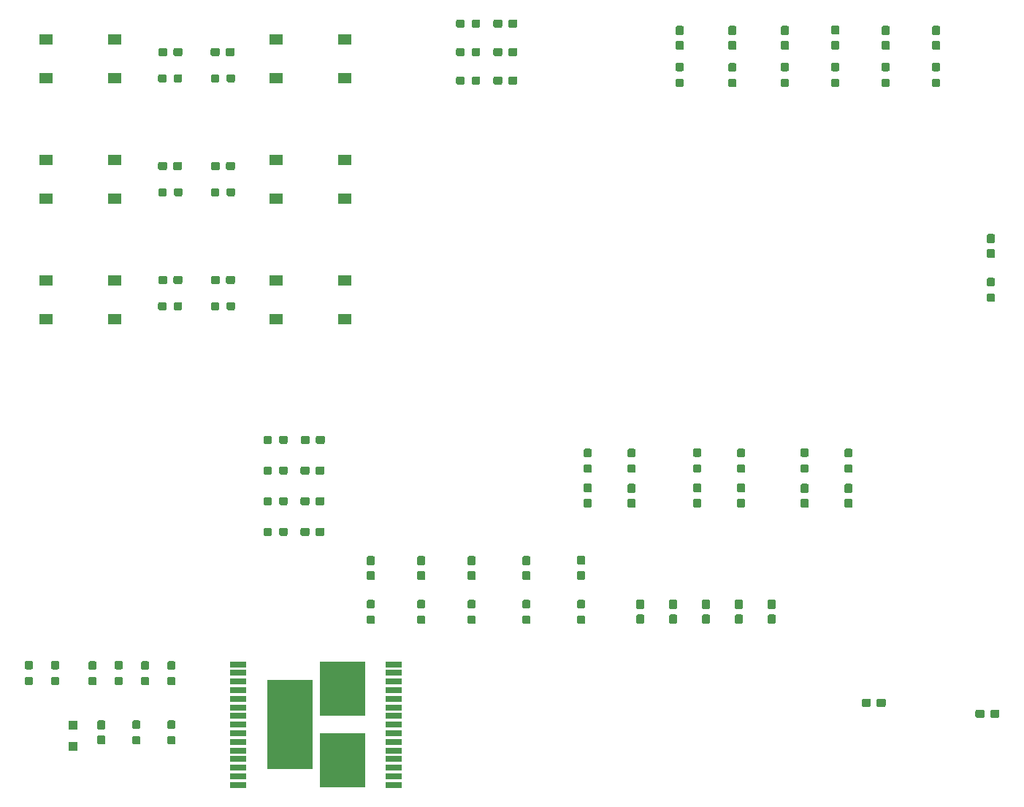
<source format=gbr>
%TF.GenerationSoftware,KiCad,Pcbnew,(5.1.4)-1*%
%TF.CreationDate,2020-11-25T20:19:59-06:00*%
%TF.ProjectId,Armboard,41726d62-6f61-4726-942e-6b696361645f,rev?*%
%TF.SameCoordinates,Original*%
%TF.FileFunction,Paste,Top*%
%TF.FilePolarity,Positive*%
%FSLAX46Y46*%
G04 Gerber Fmt 4.6, Leading zero omitted, Abs format (unit mm)*
G04 Created by KiCad (PCBNEW (5.1.4)-1) date 2020-11-25 20:19:59*
%MOMM*%
%LPD*%
G04 APERTURE LIST*
%ADD10R,1.550000X1.300000*%
%ADD11R,1.854200X0.635000*%
%ADD12R,5.257800X6.223000*%
%ADD13R,5.257800X10.312400*%
%ADD14R,1.000000X1.000000*%
%ADD15C,0.100000*%
%ADD16C,0.950000*%
G04 APERTURE END LIST*
D10*
%TO.C,SW6*%
X118110000Y-80010000D03*
X118110000Y-75510000D03*
X110160000Y-75510000D03*
X110160000Y-80010000D03*
%TD*%
%TO.C,SW5*%
X118110000Y-66040000D03*
X118110000Y-61540000D03*
X110160000Y-61540000D03*
X110160000Y-66040000D03*
%TD*%
%TO.C,SW4*%
X118110000Y-52070000D03*
X118110000Y-47570000D03*
X110160000Y-47570000D03*
X110160000Y-52070000D03*
%TD*%
%TO.C,SW3*%
X91440000Y-80010000D03*
X91440000Y-75510000D03*
X83490000Y-75510000D03*
X83490000Y-80010000D03*
%TD*%
%TO.C,SW2*%
X91440000Y-66040000D03*
X91440000Y-61540000D03*
X83490000Y-61540000D03*
X83490000Y-66040000D03*
%TD*%
%TO.C,SW1*%
X91440000Y-52070000D03*
X91440000Y-47570000D03*
X83490000Y-47570000D03*
X83490000Y-52070000D03*
%TD*%
D11*
%TO.C,Gripper_Motor1*%
X105803700Y-120000001D03*
X105803700Y-120999999D03*
X105803700Y-122000000D03*
X105803700Y-123000000D03*
X105803700Y-124000001D03*
X105803700Y-124999999D03*
X105803700Y-125999999D03*
X105803700Y-127000000D03*
X105803700Y-128000001D03*
X105803700Y-129000001D03*
X105803700Y-129999999D03*
X105803700Y-131000000D03*
X105803700Y-132000000D03*
X105803700Y-133000001D03*
X105803700Y-134000001D03*
X123812300Y-133999999D03*
X123812300Y-133000001D03*
X123812300Y-132000000D03*
X123812300Y-131000000D03*
X123812300Y-129999999D03*
X123812300Y-129000001D03*
X123812300Y-128000001D03*
X123812300Y-127000000D03*
X123812300Y-125999999D03*
X123812300Y-124999999D03*
X123812300Y-124000001D03*
X123812300Y-123000000D03*
X123812300Y-122000000D03*
X123812300Y-120999999D03*
X123812300Y-119999999D03*
D12*
X117856000Y-122834400D03*
D13*
X111760000Y-127000000D03*
D12*
X117856000Y-131165600D03*
%TD*%
D14*
%TO.C,D1*%
X86614000Y-129540000D03*
X86614000Y-127040000D03*
%TD*%
D15*
%TO.C,.1uF1*%
G36*
X152660779Y-112506144D02*
G01*
X152683834Y-112509563D01*
X152706443Y-112515227D01*
X152728387Y-112523079D01*
X152749457Y-112533044D01*
X152769448Y-112545026D01*
X152788168Y-112558910D01*
X152805438Y-112574562D01*
X152821090Y-112591832D01*
X152834974Y-112610552D01*
X152846956Y-112630543D01*
X152856921Y-112651613D01*
X152864773Y-112673557D01*
X152870437Y-112696166D01*
X152873856Y-112719221D01*
X152875000Y-112742500D01*
X152875000Y-113342500D01*
X152873856Y-113365779D01*
X152870437Y-113388834D01*
X152864773Y-113411443D01*
X152856921Y-113433387D01*
X152846956Y-113454457D01*
X152834974Y-113474448D01*
X152821090Y-113493168D01*
X152805438Y-113510438D01*
X152788168Y-113526090D01*
X152769448Y-113539974D01*
X152749457Y-113551956D01*
X152728387Y-113561921D01*
X152706443Y-113569773D01*
X152683834Y-113575437D01*
X152660779Y-113578856D01*
X152637500Y-113580000D01*
X152162500Y-113580000D01*
X152139221Y-113578856D01*
X152116166Y-113575437D01*
X152093557Y-113569773D01*
X152071613Y-113561921D01*
X152050543Y-113551956D01*
X152030552Y-113539974D01*
X152011832Y-113526090D01*
X151994562Y-113510438D01*
X151978910Y-113493168D01*
X151965026Y-113474448D01*
X151953044Y-113454457D01*
X151943079Y-113433387D01*
X151935227Y-113411443D01*
X151929563Y-113388834D01*
X151926144Y-113365779D01*
X151925000Y-113342500D01*
X151925000Y-112742500D01*
X151926144Y-112719221D01*
X151929563Y-112696166D01*
X151935227Y-112673557D01*
X151943079Y-112651613D01*
X151953044Y-112630543D01*
X151965026Y-112610552D01*
X151978910Y-112591832D01*
X151994562Y-112574562D01*
X152011832Y-112558910D01*
X152030552Y-112545026D01*
X152050543Y-112533044D01*
X152071613Y-112523079D01*
X152093557Y-112515227D01*
X152116166Y-112509563D01*
X152139221Y-112506144D01*
X152162500Y-112505000D01*
X152637500Y-112505000D01*
X152660779Y-112506144D01*
X152660779Y-112506144D01*
G37*
D16*
X152400000Y-113042500D03*
D15*
G36*
X152660779Y-114231144D02*
G01*
X152683834Y-114234563D01*
X152706443Y-114240227D01*
X152728387Y-114248079D01*
X152749457Y-114258044D01*
X152769448Y-114270026D01*
X152788168Y-114283910D01*
X152805438Y-114299562D01*
X152821090Y-114316832D01*
X152834974Y-114335552D01*
X152846956Y-114355543D01*
X152856921Y-114376613D01*
X152864773Y-114398557D01*
X152870437Y-114421166D01*
X152873856Y-114444221D01*
X152875000Y-114467500D01*
X152875000Y-115067500D01*
X152873856Y-115090779D01*
X152870437Y-115113834D01*
X152864773Y-115136443D01*
X152856921Y-115158387D01*
X152846956Y-115179457D01*
X152834974Y-115199448D01*
X152821090Y-115218168D01*
X152805438Y-115235438D01*
X152788168Y-115251090D01*
X152769448Y-115264974D01*
X152749457Y-115276956D01*
X152728387Y-115286921D01*
X152706443Y-115294773D01*
X152683834Y-115300437D01*
X152660779Y-115303856D01*
X152637500Y-115305000D01*
X152162500Y-115305000D01*
X152139221Y-115303856D01*
X152116166Y-115300437D01*
X152093557Y-115294773D01*
X152071613Y-115286921D01*
X152050543Y-115276956D01*
X152030552Y-115264974D01*
X152011832Y-115251090D01*
X151994562Y-115235438D01*
X151978910Y-115218168D01*
X151965026Y-115199448D01*
X151953044Y-115179457D01*
X151943079Y-115158387D01*
X151935227Y-115136443D01*
X151929563Y-115113834D01*
X151926144Y-115090779D01*
X151925000Y-115067500D01*
X151925000Y-114467500D01*
X151926144Y-114444221D01*
X151929563Y-114421166D01*
X151935227Y-114398557D01*
X151943079Y-114376613D01*
X151953044Y-114355543D01*
X151965026Y-114335552D01*
X151978910Y-114316832D01*
X151994562Y-114299562D01*
X152011832Y-114283910D01*
X152030552Y-114270026D01*
X152050543Y-114258044D01*
X152071613Y-114248079D01*
X152093557Y-114240227D01*
X152116166Y-114234563D01*
X152139221Y-114231144D01*
X152162500Y-114230000D01*
X152637500Y-114230000D01*
X152660779Y-114231144D01*
X152660779Y-114231144D01*
G37*
D16*
X152400000Y-114767500D03*
%TD*%
D15*
%TO.C,10uF1*%
G36*
X156470779Y-112506144D02*
G01*
X156493834Y-112509563D01*
X156516443Y-112515227D01*
X156538387Y-112523079D01*
X156559457Y-112533044D01*
X156579448Y-112545026D01*
X156598168Y-112558910D01*
X156615438Y-112574562D01*
X156631090Y-112591832D01*
X156644974Y-112610552D01*
X156656956Y-112630543D01*
X156666921Y-112651613D01*
X156674773Y-112673557D01*
X156680437Y-112696166D01*
X156683856Y-112719221D01*
X156685000Y-112742500D01*
X156685000Y-113342500D01*
X156683856Y-113365779D01*
X156680437Y-113388834D01*
X156674773Y-113411443D01*
X156666921Y-113433387D01*
X156656956Y-113454457D01*
X156644974Y-113474448D01*
X156631090Y-113493168D01*
X156615438Y-113510438D01*
X156598168Y-113526090D01*
X156579448Y-113539974D01*
X156559457Y-113551956D01*
X156538387Y-113561921D01*
X156516443Y-113569773D01*
X156493834Y-113575437D01*
X156470779Y-113578856D01*
X156447500Y-113580000D01*
X155972500Y-113580000D01*
X155949221Y-113578856D01*
X155926166Y-113575437D01*
X155903557Y-113569773D01*
X155881613Y-113561921D01*
X155860543Y-113551956D01*
X155840552Y-113539974D01*
X155821832Y-113526090D01*
X155804562Y-113510438D01*
X155788910Y-113493168D01*
X155775026Y-113474448D01*
X155763044Y-113454457D01*
X155753079Y-113433387D01*
X155745227Y-113411443D01*
X155739563Y-113388834D01*
X155736144Y-113365779D01*
X155735000Y-113342500D01*
X155735000Y-112742500D01*
X155736144Y-112719221D01*
X155739563Y-112696166D01*
X155745227Y-112673557D01*
X155753079Y-112651613D01*
X155763044Y-112630543D01*
X155775026Y-112610552D01*
X155788910Y-112591832D01*
X155804562Y-112574562D01*
X155821832Y-112558910D01*
X155840552Y-112545026D01*
X155860543Y-112533044D01*
X155881613Y-112523079D01*
X155903557Y-112515227D01*
X155926166Y-112509563D01*
X155949221Y-112506144D01*
X155972500Y-112505000D01*
X156447500Y-112505000D01*
X156470779Y-112506144D01*
X156470779Y-112506144D01*
G37*
D16*
X156210000Y-113042500D03*
D15*
G36*
X156470779Y-114231144D02*
G01*
X156493834Y-114234563D01*
X156516443Y-114240227D01*
X156538387Y-114248079D01*
X156559457Y-114258044D01*
X156579448Y-114270026D01*
X156598168Y-114283910D01*
X156615438Y-114299562D01*
X156631090Y-114316832D01*
X156644974Y-114335552D01*
X156656956Y-114355543D01*
X156666921Y-114376613D01*
X156674773Y-114398557D01*
X156680437Y-114421166D01*
X156683856Y-114444221D01*
X156685000Y-114467500D01*
X156685000Y-115067500D01*
X156683856Y-115090779D01*
X156680437Y-115113834D01*
X156674773Y-115136443D01*
X156666921Y-115158387D01*
X156656956Y-115179457D01*
X156644974Y-115199448D01*
X156631090Y-115218168D01*
X156615438Y-115235438D01*
X156598168Y-115251090D01*
X156579448Y-115264974D01*
X156559457Y-115276956D01*
X156538387Y-115286921D01*
X156516443Y-115294773D01*
X156493834Y-115300437D01*
X156470779Y-115303856D01*
X156447500Y-115305000D01*
X155972500Y-115305000D01*
X155949221Y-115303856D01*
X155926166Y-115300437D01*
X155903557Y-115294773D01*
X155881613Y-115286921D01*
X155860543Y-115276956D01*
X155840552Y-115264974D01*
X155821832Y-115251090D01*
X155804562Y-115235438D01*
X155788910Y-115218168D01*
X155775026Y-115199448D01*
X155763044Y-115179457D01*
X155753079Y-115158387D01*
X155745227Y-115136443D01*
X155739563Y-115113834D01*
X155736144Y-115090779D01*
X155735000Y-115067500D01*
X155735000Y-114467500D01*
X155736144Y-114444221D01*
X155739563Y-114421166D01*
X155745227Y-114398557D01*
X155753079Y-114376613D01*
X155763044Y-114355543D01*
X155775026Y-114335552D01*
X155788910Y-114316832D01*
X155804562Y-114299562D01*
X155821832Y-114283910D01*
X155840552Y-114270026D01*
X155860543Y-114258044D01*
X155881613Y-114248079D01*
X155903557Y-114240227D01*
X155926166Y-114234563D01*
X155949221Y-114231144D01*
X155972500Y-114230000D01*
X156447500Y-114230000D01*
X156470779Y-114231144D01*
X156470779Y-114231144D01*
G37*
D16*
X156210000Y-114767500D03*
%TD*%
D15*
%TO.C,10uF2*%
G36*
X160280779Y-112506144D02*
G01*
X160303834Y-112509563D01*
X160326443Y-112515227D01*
X160348387Y-112523079D01*
X160369457Y-112533044D01*
X160389448Y-112545026D01*
X160408168Y-112558910D01*
X160425438Y-112574562D01*
X160441090Y-112591832D01*
X160454974Y-112610552D01*
X160466956Y-112630543D01*
X160476921Y-112651613D01*
X160484773Y-112673557D01*
X160490437Y-112696166D01*
X160493856Y-112719221D01*
X160495000Y-112742500D01*
X160495000Y-113342500D01*
X160493856Y-113365779D01*
X160490437Y-113388834D01*
X160484773Y-113411443D01*
X160476921Y-113433387D01*
X160466956Y-113454457D01*
X160454974Y-113474448D01*
X160441090Y-113493168D01*
X160425438Y-113510438D01*
X160408168Y-113526090D01*
X160389448Y-113539974D01*
X160369457Y-113551956D01*
X160348387Y-113561921D01*
X160326443Y-113569773D01*
X160303834Y-113575437D01*
X160280779Y-113578856D01*
X160257500Y-113580000D01*
X159782500Y-113580000D01*
X159759221Y-113578856D01*
X159736166Y-113575437D01*
X159713557Y-113569773D01*
X159691613Y-113561921D01*
X159670543Y-113551956D01*
X159650552Y-113539974D01*
X159631832Y-113526090D01*
X159614562Y-113510438D01*
X159598910Y-113493168D01*
X159585026Y-113474448D01*
X159573044Y-113454457D01*
X159563079Y-113433387D01*
X159555227Y-113411443D01*
X159549563Y-113388834D01*
X159546144Y-113365779D01*
X159545000Y-113342500D01*
X159545000Y-112742500D01*
X159546144Y-112719221D01*
X159549563Y-112696166D01*
X159555227Y-112673557D01*
X159563079Y-112651613D01*
X159573044Y-112630543D01*
X159585026Y-112610552D01*
X159598910Y-112591832D01*
X159614562Y-112574562D01*
X159631832Y-112558910D01*
X159650552Y-112545026D01*
X159670543Y-112533044D01*
X159691613Y-112523079D01*
X159713557Y-112515227D01*
X159736166Y-112509563D01*
X159759221Y-112506144D01*
X159782500Y-112505000D01*
X160257500Y-112505000D01*
X160280779Y-112506144D01*
X160280779Y-112506144D01*
G37*
D16*
X160020000Y-113042500D03*
D15*
G36*
X160280779Y-114231144D02*
G01*
X160303834Y-114234563D01*
X160326443Y-114240227D01*
X160348387Y-114248079D01*
X160369457Y-114258044D01*
X160389448Y-114270026D01*
X160408168Y-114283910D01*
X160425438Y-114299562D01*
X160441090Y-114316832D01*
X160454974Y-114335552D01*
X160466956Y-114355543D01*
X160476921Y-114376613D01*
X160484773Y-114398557D01*
X160490437Y-114421166D01*
X160493856Y-114444221D01*
X160495000Y-114467500D01*
X160495000Y-115067500D01*
X160493856Y-115090779D01*
X160490437Y-115113834D01*
X160484773Y-115136443D01*
X160476921Y-115158387D01*
X160466956Y-115179457D01*
X160454974Y-115199448D01*
X160441090Y-115218168D01*
X160425438Y-115235438D01*
X160408168Y-115251090D01*
X160389448Y-115264974D01*
X160369457Y-115276956D01*
X160348387Y-115286921D01*
X160326443Y-115294773D01*
X160303834Y-115300437D01*
X160280779Y-115303856D01*
X160257500Y-115305000D01*
X159782500Y-115305000D01*
X159759221Y-115303856D01*
X159736166Y-115300437D01*
X159713557Y-115294773D01*
X159691613Y-115286921D01*
X159670543Y-115276956D01*
X159650552Y-115264974D01*
X159631832Y-115251090D01*
X159614562Y-115235438D01*
X159598910Y-115218168D01*
X159585026Y-115199448D01*
X159573044Y-115179457D01*
X159563079Y-115158387D01*
X159555227Y-115136443D01*
X159549563Y-115113834D01*
X159546144Y-115090779D01*
X159545000Y-115067500D01*
X159545000Y-114467500D01*
X159546144Y-114444221D01*
X159549563Y-114421166D01*
X159555227Y-114398557D01*
X159563079Y-114376613D01*
X159573044Y-114355543D01*
X159585026Y-114335552D01*
X159598910Y-114316832D01*
X159614562Y-114299562D01*
X159631832Y-114283910D01*
X159650552Y-114270026D01*
X159670543Y-114258044D01*
X159691613Y-114248079D01*
X159713557Y-114240227D01*
X159736166Y-114234563D01*
X159759221Y-114231144D01*
X159782500Y-114230000D01*
X160257500Y-114230000D01*
X160280779Y-114231144D01*
X160280779Y-114231144D01*
G37*
D16*
X160020000Y-114767500D03*
%TD*%
D15*
%TO.C,10uF3*%
G36*
X164090779Y-112506144D02*
G01*
X164113834Y-112509563D01*
X164136443Y-112515227D01*
X164158387Y-112523079D01*
X164179457Y-112533044D01*
X164199448Y-112545026D01*
X164218168Y-112558910D01*
X164235438Y-112574562D01*
X164251090Y-112591832D01*
X164264974Y-112610552D01*
X164276956Y-112630543D01*
X164286921Y-112651613D01*
X164294773Y-112673557D01*
X164300437Y-112696166D01*
X164303856Y-112719221D01*
X164305000Y-112742500D01*
X164305000Y-113342500D01*
X164303856Y-113365779D01*
X164300437Y-113388834D01*
X164294773Y-113411443D01*
X164286921Y-113433387D01*
X164276956Y-113454457D01*
X164264974Y-113474448D01*
X164251090Y-113493168D01*
X164235438Y-113510438D01*
X164218168Y-113526090D01*
X164199448Y-113539974D01*
X164179457Y-113551956D01*
X164158387Y-113561921D01*
X164136443Y-113569773D01*
X164113834Y-113575437D01*
X164090779Y-113578856D01*
X164067500Y-113580000D01*
X163592500Y-113580000D01*
X163569221Y-113578856D01*
X163546166Y-113575437D01*
X163523557Y-113569773D01*
X163501613Y-113561921D01*
X163480543Y-113551956D01*
X163460552Y-113539974D01*
X163441832Y-113526090D01*
X163424562Y-113510438D01*
X163408910Y-113493168D01*
X163395026Y-113474448D01*
X163383044Y-113454457D01*
X163373079Y-113433387D01*
X163365227Y-113411443D01*
X163359563Y-113388834D01*
X163356144Y-113365779D01*
X163355000Y-113342500D01*
X163355000Y-112742500D01*
X163356144Y-112719221D01*
X163359563Y-112696166D01*
X163365227Y-112673557D01*
X163373079Y-112651613D01*
X163383044Y-112630543D01*
X163395026Y-112610552D01*
X163408910Y-112591832D01*
X163424562Y-112574562D01*
X163441832Y-112558910D01*
X163460552Y-112545026D01*
X163480543Y-112533044D01*
X163501613Y-112523079D01*
X163523557Y-112515227D01*
X163546166Y-112509563D01*
X163569221Y-112506144D01*
X163592500Y-112505000D01*
X164067500Y-112505000D01*
X164090779Y-112506144D01*
X164090779Y-112506144D01*
G37*
D16*
X163830000Y-113042500D03*
D15*
G36*
X164090779Y-114231144D02*
G01*
X164113834Y-114234563D01*
X164136443Y-114240227D01*
X164158387Y-114248079D01*
X164179457Y-114258044D01*
X164199448Y-114270026D01*
X164218168Y-114283910D01*
X164235438Y-114299562D01*
X164251090Y-114316832D01*
X164264974Y-114335552D01*
X164276956Y-114355543D01*
X164286921Y-114376613D01*
X164294773Y-114398557D01*
X164300437Y-114421166D01*
X164303856Y-114444221D01*
X164305000Y-114467500D01*
X164305000Y-115067500D01*
X164303856Y-115090779D01*
X164300437Y-115113834D01*
X164294773Y-115136443D01*
X164286921Y-115158387D01*
X164276956Y-115179457D01*
X164264974Y-115199448D01*
X164251090Y-115218168D01*
X164235438Y-115235438D01*
X164218168Y-115251090D01*
X164199448Y-115264974D01*
X164179457Y-115276956D01*
X164158387Y-115286921D01*
X164136443Y-115294773D01*
X164113834Y-115300437D01*
X164090779Y-115303856D01*
X164067500Y-115305000D01*
X163592500Y-115305000D01*
X163569221Y-115303856D01*
X163546166Y-115300437D01*
X163523557Y-115294773D01*
X163501613Y-115286921D01*
X163480543Y-115276956D01*
X163460552Y-115264974D01*
X163441832Y-115251090D01*
X163424562Y-115235438D01*
X163408910Y-115218168D01*
X163395026Y-115199448D01*
X163383044Y-115179457D01*
X163373079Y-115158387D01*
X163365227Y-115136443D01*
X163359563Y-115113834D01*
X163356144Y-115090779D01*
X163355000Y-115067500D01*
X163355000Y-114467500D01*
X163356144Y-114444221D01*
X163359563Y-114421166D01*
X163365227Y-114398557D01*
X163373079Y-114376613D01*
X163383044Y-114355543D01*
X163395026Y-114335552D01*
X163408910Y-114316832D01*
X163424562Y-114299562D01*
X163441832Y-114283910D01*
X163460552Y-114270026D01*
X163480543Y-114258044D01*
X163501613Y-114248079D01*
X163523557Y-114240227D01*
X163546166Y-114234563D01*
X163569221Y-114231144D01*
X163592500Y-114230000D01*
X164067500Y-114230000D01*
X164090779Y-114231144D01*
X164090779Y-114231144D01*
G37*
D16*
X163830000Y-114767500D03*
%TD*%
D15*
%TO.C,10uF4*%
G36*
X167900779Y-112506144D02*
G01*
X167923834Y-112509563D01*
X167946443Y-112515227D01*
X167968387Y-112523079D01*
X167989457Y-112533044D01*
X168009448Y-112545026D01*
X168028168Y-112558910D01*
X168045438Y-112574562D01*
X168061090Y-112591832D01*
X168074974Y-112610552D01*
X168086956Y-112630543D01*
X168096921Y-112651613D01*
X168104773Y-112673557D01*
X168110437Y-112696166D01*
X168113856Y-112719221D01*
X168115000Y-112742500D01*
X168115000Y-113342500D01*
X168113856Y-113365779D01*
X168110437Y-113388834D01*
X168104773Y-113411443D01*
X168096921Y-113433387D01*
X168086956Y-113454457D01*
X168074974Y-113474448D01*
X168061090Y-113493168D01*
X168045438Y-113510438D01*
X168028168Y-113526090D01*
X168009448Y-113539974D01*
X167989457Y-113551956D01*
X167968387Y-113561921D01*
X167946443Y-113569773D01*
X167923834Y-113575437D01*
X167900779Y-113578856D01*
X167877500Y-113580000D01*
X167402500Y-113580000D01*
X167379221Y-113578856D01*
X167356166Y-113575437D01*
X167333557Y-113569773D01*
X167311613Y-113561921D01*
X167290543Y-113551956D01*
X167270552Y-113539974D01*
X167251832Y-113526090D01*
X167234562Y-113510438D01*
X167218910Y-113493168D01*
X167205026Y-113474448D01*
X167193044Y-113454457D01*
X167183079Y-113433387D01*
X167175227Y-113411443D01*
X167169563Y-113388834D01*
X167166144Y-113365779D01*
X167165000Y-113342500D01*
X167165000Y-112742500D01*
X167166144Y-112719221D01*
X167169563Y-112696166D01*
X167175227Y-112673557D01*
X167183079Y-112651613D01*
X167193044Y-112630543D01*
X167205026Y-112610552D01*
X167218910Y-112591832D01*
X167234562Y-112574562D01*
X167251832Y-112558910D01*
X167270552Y-112545026D01*
X167290543Y-112533044D01*
X167311613Y-112523079D01*
X167333557Y-112515227D01*
X167356166Y-112509563D01*
X167379221Y-112506144D01*
X167402500Y-112505000D01*
X167877500Y-112505000D01*
X167900779Y-112506144D01*
X167900779Y-112506144D01*
G37*
D16*
X167640000Y-113042500D03*
D15*
G36*
X167900779Y-114231144D02*
G01*
X167923834Y-114234563D01*
X167946443Y-114240227D01*
X167968387Y-114248079D01*
X167989457Y-114258044D01*
X168009448Y-114270026D01*
X168028168Y-114283910D01*
X168045438Y-114299562D01*
X168061090Y-114316832D01*
X168074974Y-114335552D01*
X168086956Y-114355543D01*
X168096921Y-114376613D01*
X168104773Y-114398557D01*
X168110437Y-114421166D01*
X168113856Y-114444221D01*
X168115000Y-114467500D01*
X168115000Y-115067500D01*
X168113856Y-115090779D01*
X168110437Y-115113834D01*
X168104773Y-115136443D01*
X168096921Y-115158387D01*
X168086956Y-115179457D01*
X168074974Y-115199448D01*
X168061090Y-115218168D01*
X168045438Y-115235438D01*
X168028168Y-115251090D01*
X168009448Y-115264974D01*
X167989457Y-115276956D01*
X167968387Y-115286921D01*
X167946443Y-115294773D01*
X167923834Y-115300437D01*
X167900779Y-115303856D01*
X167877500Y-115305000D01*
X167402500Y-115305000D01*
X167379221Y-115303856D01*
X167356166Y-115300437D01*
X167333557Y-115294773D01*
X167311613Y-115286921D01*
X167290543Y-115276956D01*
X167270552Y-115264974D01*
X167251832Y-115251090D01*
X167234562Y-115235438D01*
X167218910Y-115218168D01*
X167205026Y-115199448D01*
X167193044Y-115179457D01*
X167183079Y-115158387D01*
X167175227Y-115136443D01*
X167169563Y-115113834D01*
X167166144Y-115090779D01*
X167165000Y-115067500D01*
X167165000Y-114467500D01*
X167166144Y-114444221D01*
X167169563Y-114421166D01*
X167175227Y-114398557D01*
X167183079Y-114376613D01*
X167193044Y-114355543D01*
X167205026Y-114335552D01*
X167218910Y-114316832D01*
X167234562Y-114299562D01*
X167251832Y-114283910D01*
X167270552Y-114270026D01*
X167290543Y-114258044D01*
X167311613Y-114248079D01*
X167333557Y-114240227D01*
X167356166Y-114234563D01*
X167379221Y-114231144D01*
X167402500Y-114230000D01*
X167877500Y-114230000D01*
X167900779Y-114231144D01*
X167900779Y-114231144D01*
G37*
D16*
X167640000Y-114767500D03*
%TD*%
D15*
%TO.C,C1*%
G36*
X90176779Y-128229144D02*
G01*
X90199834Y-128232563D01*
X90222443Y-128238227D01*
X90244387Y-128246079D01*
X90265457Y-128256044D01*
X90285448Y-128268026D01*
X90304168Y-128281910D01*
X90321438Y-128297562D01*
X90337090Y-128314832D01*
X90350974Y-128333552D01*
X90362956Y-128353543D01*
X90372921Y-128374613D01*
X90380773Y-128396557D01*
X90386437Y-128419166D01*
X90389856Y-128442221D01*
X90391000Y-128465500D01*
X90391000Y-129065500D01*
X90389856Y-129088779D01*
X90386437Y-129111834D01*
X90380773Y-129134443D01*
X90372921Y-129156387D01*
X90362956Y-129177457D01*
X90350974Y-129197448D01*
X90337090Y-129216168D01*
X90321438Y-129233438D01*
X90304168Y-129249090D01*
X90285448Y-129262974D01*
X90265457Y-129274956D01*
X90244387Y-129284921D01*
X90222443Y-129292773D01*
X90199834Y-129298437D01*
X90176779Y-129301856D01*
X90153500Y-129303000D01*
X89678500Y-129303000D01*
X89655221Y-129301856D01*
X89632166Y-129298437D01*
X89609557Y-129292773D01*
X89587613Y-129284921D01*
X89566543Y-129274956D01*
X89546552Y-129262974D01*
X89527832Y-129249090D01*
X89510562Y-129233438D01*
X89494910Y-129216168D01*
X89481026Y-129197448D01*
X89469044Y-129177457D01*
X89459079Y-129156387D01*
X89451227Y-129134443D01*
X89445563Y-129111834D01*
X89442144Y-129088779D01*
X89441000Y-129065500D01*
X89441000Y-128465500D01*
X89442144Y-128442221D01*
X89445563Y-128419166D01*
X89451227Y-128396557D01*
X89459079Y-128374613D01*
X89469044Y-128353543D01*
X89481026Y-128333552D01*
X89494910Y-128314832D01*
X89510562Y-128297562D01*
X89527832Y-128281910D01*
X89546552Y-128268026D01*
X89566543Y-128256044D01*
X89587613Y-128246079D01*
X89609557Y-128238227D01*
X89632166Y-128232563D01*
X89655221Y-128229144D01*
X89678500Y-128228000D01*
X90153500Y-128228000D01*
X90176779Y-128229144D01*
X90176779Y-128229144D01*
G37*
D16*
X89916000Y-128765500D03*
D15*
G36*
X90176779Y-126504144D02*
G01*
X90199834Y-126507563D01*
X90222443Y-126513227D01*
X90244387Y-126521079D01*
X90265457Y-126531044D01*
X90285448Y-126543026D01*
X90304168Y-126556910D01*
X90321438Y-126572562D01*
X90337090Y-126589832D01*
X90350974Y-126608552D01*
X90362956Y-126628543D01*
X90372921Y-126649613D01*
X90380773Y-126671557D01*
X90386437Y-126694166D01*
X90389856Y-126717221D01*
X90391000Y-126740500D01*
X90391000Y-127340500D01*
X90389856Y-127363779D01*
X90386437Y-127386834D01*
X90380773Y-127409443D01*
X90372921Y-127431387D01*
X90362956Y-127452457D01*
X90350974Y-127472448D01*
X90337090Y-127491168D01*
X90321438Y-127508438D01*
X90304168Y-127524090D01*
X90285448Y-127537974D01*
X90265457Y-127549956D01*
X90244387Y-127559921D01*
X90222443Y-127567773D01*
X90199834Y-127573437D01*
X90176779Y-127576856D01*
X90153500Y-127578000D01*
X89678500Y-127578000D01*
X89655221Y-127576856D01*
X89632166Y-127573437D01*
X89609557Y-127567773D01*
X89587613Y-127559921D01*
X89566543Y-127549956D01*
X89546552Y-127537974D01*
X89527832Y-127524090D01*
X89510562Y-127508438D01*
X89494910Y-127491168D01*
X89481026Y-127472448D01*
X89469044Y-127452457D01*
X89459079Y-127431387D01*
X89451227Y-127409443D01*
X89445563Y-127386834D01*
X89442144Y-127363779D01*
X89441000Y-127340500D01*
X89441000Y-126740500D01*
X89442144Y-126717221D01*
X89445563Y-126694166D01*
X89451227Y-126671557D01*
X89459079Y-126649613D01*
X89469044Y-126628543D01*
X89481026Y-126608552D01*
X89494910Y-126589832D01*
X89510562Y-126572562D01*
X89527832Y-126556910D01*
X89546552Y-126543026D01*
X89566543Y-126531044D01*
X89587613Y-126521079D01*
X89609557Y-126513227D01*
X89632166Y-126507563D01*
X89655221Y-126504144D01*
X89678500Y-126503000D01*
X90153500Y-126503000D01*
X90176779Y-126504144D01*
X90176779Y-126504144D01*
G37*
D16*
X89916000Y-127040500D03*
%TD*%
D15*
%TO.C,C2*%
G36*
X193830779Y-125256144D02*
G01*
X193853834Y-125259563D01*
X193876443Y-125265227D01*
X193898387Y-125273079D01*
X193919457Y-125283044D01*
X193939448Y-125295026D01*
X193958168Y-125308910D01*
X193975438Y-125324562D01*
X193991090Y-125341832D01*
X194004974Y-125360552D01*
X194016956Y-125380543D01*
X194026921Y-125401613D01*
X194034773Y-125423557D01*
X194040437Y-125446166D01*
X194043856Y-125469221D01*
X194045000Y-125492500D01*
X194045000Y-125967500D01*
X194043856Y-125990779D01*
X194040437Y-126013834D01*
X194034773Y-126036443D01*
X194026921Y-126058387D01*
X194016956Y-126079457D01*
X194004974Y-126099448D01*
X193991090Y-126118168D01*
X193975438Y-126135438D01*
X193958168Y-126151090D01*
X193939448Y-126164974D01*
X193919457Y-126176956D01*
X193898387Y-126186921D01*
X193876443Y-126194773D01*
X193853834Y-126200437D01*
X193830779Y-126203856D01*
X193807500Y-126205000D01*
X193207500Y-126205000D01*
X193184221Y-126203856D01*
X193161166Y-126200437D01*
X193138557Y-126194773D01*
X193116613Y-126186921D01*
X193095543Y-126176956D01*
X193075552Y-126164974D01*
X193056832Y-126151090D01*
X193039562Y-126135438D01*
X193023910Y-126118168D01*
X193010026Y-126099448D01*
X192998044Y-126079457D01*
X192988079Y-126058387D01*
X192980227Y-126036443D01*
X192974563Y-126013834D01*
X192971144Y-125990779D01*
X192970000Y-125967500D01*
X192970000Y-125492500D01*
X192971144Y-125469221D01*
X192974563Y-125446166D01*
X192980227Y-125423557D01*
X192988079Y-125401613D01*
X192998044Y-125380543D01*
X193010026Y-125360552D01*
X193023910Y-125341832D01*
X193039562Y-125324562D01*
X193056832Y-125308910D01*
X193075552Y-125295026D01*
X193095543Y-125283044D01*
X193116613Y-125273079D01*
X193138557Y-125265227D01*
X193161166Y-125259563D01*
X193184221Y-125256144D01*
X193207500Y-125255000D01*
X193807500Y-125255000D01*
X193830779Y-125256144D01*
X193830779Y-125256144D01*
G37*
D16*
X193507500Y-125730000D03*
D15*
G36*
X192105779Y-125256144D02*
G01*
X192128834Y-125259563D01*
X192151443Y-125265227D01*
X192173387Y-125273079D01*
X192194457Y-125283044D01*
X192214448Y-125295026D01*
X192233168Y-125308910D01*
X192250438Y-125324562D01*
X192266090Y-125341832D01*
X192279974Y-125360552D01*
X192291956Y-125380543D01*
X192301921Y-125401613D01*
X192309773Y-125423557D01*
X192315437Y-125446166D01*
X192318856Y-125469221D01*
X192320000Y-125492500D01*
X192320000Y-125967500D01*
X192318856Y-125990779D01*
X192315437Y-126013834D01*
X192309773Y-126036443D01*
X192301921Y-126058387D01*
X192291956Y-126079457D01*
X192279974Y-126099448D01*
X192266090Y-126118168D01*
X192250438Y-126135438D01*
X192233168Y-126151090D01*
X192214448Y-126164974D01*
X192194457Y-126176956D01*
X192173387Y-126186921D01*
X192151443Y-126194773D01*
X192128834Y-126200437D01*
X192105779Y-126203856D01*
X192082500Y-126205000D01*
X191482500Y-126205000D01*
X191459221Y-126203856D01*
X191436166Y-126200437D01*
X191413557Y-126194773D01*
X191391613Y-126186921D01*
X191370543Y-126176956D01*
X191350552Y-126164974D01*
X191331832Y-126151090D01*
X191314562Y-126135438D01*
X191298910Y-126118168D01*
X191285026Y-126099448D01*
X191273044Y-126079457D01*
X191263079Y-126058387D01*
X191255227Y-126036443D01*
X191249563Y-126013834D01*
X191246144Y-125990779D01*
X191245000Y-125967500D01*
X191245000Y-125492500D01*
X191246144Y-125469221D01*
X191249563Y-125446166D01*
X191255227Y-125423557D01*
X191263079Y-125401613D01*
X191273044Y-125380543D01*
X191285026Y-125360552D01*
X191298910Y-125341832D01*
X191314562Y-125324562D01*
X191331832Y-125308910D01*
X191350552Y-125295026D01*
X191370543Y-125283044D01*
X191391613Y-125273079D01*
X191413557Y-125265227D01*
X191436166Y-125259563D01*
X191459221Y-125256144D01*
X191482500Y-125255000D01*
X192082500Y-125255000D01*
X192105779Y-125256144D01*
X192105779Y-125256144D01*
G37*
D16*
X191782500Y-125730000D03*
%TD*%
D15*
%TO.C,C3*%
G36*
X178925779Y-123986144D02*
G01*
X178948834Y-123989563D01*
X178971443Y-123995227D01*
X178993387Y-124003079D01*
X179014457Y-124013044D01*
X179034448Y-124025026D01*
X179053168Y-124038910D01*
X179070438Y-124054562D01*
X179086090Y-124071832D01*
X179099974Y-124090552D01*
X179111956Y-124110543D01*
X179121921Y-124131613D01*
X179129773Y-124153557D01*
X179135437Y-124176166D01*
X179138856Y-124199221D01*
X179140000Y-124222500D01*
X179140000Y-124697500D01*
X179138856Y-124720779D01*
X179135437Y-124743834D01*
X179129773Y-124766443D01*
X179121921Y-124788387D01*
X179111956Y-124809457D01*
X179099974Y-124829448D01*
X179086090Y-124848168D01*
X179070438Y-124865438D01*
X179053168Y-124881090D01*
X179034448Y-124894974D01*
X179014457Y-124906956D01*
X178993387Y-124916921D01*
X178971443Y-124924773D01*
X178948834Y-124930437D01*
X178925779Y-124933856D01*
X178902500Y-124935000D01*
X178302500Y-124935000D01*
X178279221Y-124933856D01*
X178256166Y-124930437D01*
X178233557Y-124924773D01*
X178211613Y-124916921D01*
X178190543Y-124906956D01*
X178170552Y-124894974D01*
X178151832Y-124881090D01*
X178134562Y-124865438D01*
X178118910Y-124848168D01*
X178105026Y-124829448D01*
X178093044Y-124809457D01*
X178083079Y-124788387D01*
X178075227Y-124766443D01*
X178069563Y-124743834D01*
X178066144Y-124720779D01*
X178065000Y-124697500D01*
X178065000Y-124222500D01*
X178066144Y-124199221D01*
X178069563Y-124176166D01*
X178075227Y-124153557D01*
X178083079Y-124131613D01*
X178093044Y-124110543D01*
X178105026Y-124090552D01*
X178118910Y-124071832D01*
X178134562Y-124054562D01*
X178151832Y-124038910D01*
X178170552Y-124025026D01*
X178190543Y-124013044D01*
X178211613Y-124003079D01*
X178233557Y-123995227D01*
X178256166Y-123989563D01*
X178279221Y-123986144D01*
X178302500Y-123985000D01*
X178902500Y-123985000D01*
X178925779Y-123986144D01*
X178925779Y-123986144D01*
G37*
D16*
X178602500Y-124460000D03*
D15*
G36*
X180650779Y-123986144D02*
G01*
X180673834Y-123989563D01*
X180696443Y-123995227D01*
X180718387Y-124003079D01*
X180739457Y-124013044D01*
X180759448Y-124025026D01*
X180778168Y-124038910D01*
X180795438Y-124054562D01*
X180811090Y-124071832D01*
X180824974Y-124090552D01*
X180836956Y-124110543D01*
X180846921Y-124131613D01*
X180854773Y-124153557D01*
X180860437Y-124176166D01*
X180863856Y-124199221D01*
X180865000Y-124222500D01*
X180865000Y-124697500D01*
X180863856Y-124720779D01*
X180860437Y-124743834D01*
X180854773Y-124766443D01*
X180846921Y-124788387D01*
X180836956Y-124809457D01*
X180824974Y-124829448D01*
X180811090Y-124848168D01*
X180795438Y-124865438D01*
X180778168Y-124881090D01*
X180759448Y-124894974D01*
X180739457Y-124906956D01*
X180718387Y-124916921D01*
X180696443Y-124924773D01*
X180673834Y-124930437D01*
X180650779Y-124933856D01*
X180627500Y-124935000D01*
X180027500Y-124935000D01*
X180004221Y-124933856D01*
X179981166Y-124930437D01*
X179958557Y-124924773D01*
X179936613Y-124916921D01*
X179915543Y-124906956D01*
X179895552Y-124894974D01*
X179876832Y-124881090D01*
X179859562Y-124865438D01*
X179843910Y-124848168D01*
X179830026Y-124829448D01*
X179818044Y-124809457D01*
X179808079Y-124788387D01*
X179800227Y-124766443D01*
X179794563Y-124743834D01*
X179791144Y-124720779D01*
X179790000Y-124697500D01*
X179790000Y-124222500D01*
X179791144Y-124199221D01*
X179794563Y-124176166D01*
X179800227Y-124153557D01*
X179808079Y-124131613D01*
X179818044Y-124110543D01*
X179830026Y-124090552D01*
X179843910Y-124071832D01*
X179859562Y-124054562D01*
X179876832Y-124038910D01*
X179895552Y-124025026D01*
X179915543Y-124013044D01*
X179936613Y-124003079D01*
X179958557Y-123995227D01*
X179981166Y-123989563D01*
X180004221Y-123986144D01*
X180027500Y-123985000D01*
X180627500Y-123985000D01*
X180650779Y-123986144D01*
X180650779Y-123986144D01*
G37*
D16*
X180327500Y-124460000D03*
%TD*%
D15*
%TO.C,D2*%
G36*
X121418779Y-109204144D02*
G01*
X121441834Y-109207563D01*
X121464443Y-109213227D01*
X121486387Y-109221079D01*
X121507457Y-109231044D01*
X121527448Y-109243026D01*
X121546168Y-109256910D01*
X121563438Y-109272562D01*
X121579090Y-109289832D01*
X121592974Y-109308552D01*
X121604956Y-109328543D01*
X121614921Y-109349613D01*
X121622773Y-109371557D01*
X121628437Y-109394166D01*
X121631856Y-109417221D01*
X121633000Y-109440500D01*
X121633000Y-110015500D01*
X121631856Y-110038779D01*
X121628437Y-110061834D01*
X121622773Y-110084443D01*
X121614921Y-110106387D01*
X121604956Y-110127457D01*
X121592974Y-110147448D01*
X121579090Y-110166168D01*
X121563438Y-110183438D01*
X121546168Y-110199090D01*
X121527448Y-110212974D01*
X121507457Y-110224956D01*
X121486387Y-110234921D01*
X121464443Y-110242773D01*
X121441834Y-110248437D01*
X121418779Y-110251856D01*
X121395500Y-110253000D01*
X120920500Y-110253000D01*
X120897221Y-110251856D01*
X120874166Y-110248437D01*
X120851557Y-110242773D01*
X120829613Y-110234921D01*
X120808543Y-110224956D01*
X120788552Y-110212974D01*
X120769832Y-110199090D01*
X120752562Y-110183438D01*
X120736910Y-110166168D01*
X120723026Y-110147448D01*
X120711044Y-110127457D01*
X120701079Y-110106387D01*
X120693227Y-110084443D01*
X120687563Y-110061834D01*
X120684144Y-110038779D01*
X120683000Y-110015500D01*
X120683000Y-109440500D01*
X120684144Y-109417221D01*
X120687563Y-109394166D01*
X120693227Y-109371557D01*
X120701079Y-109349613D01*
X120711044Y-109328543D01*
X120723026Y-109308552D01*
X120736910Y-109289832D01*
X120752562Y-109272562D01*
X120769832Y-109256910D01*
X120788552Y-109243026D01*
X120808543Y-109231044D01*
X120829613Y-109221079D01*
X120851557Y-109213227D01*
X120874166Y-109207563D01*
X120897221Y-109204144D01*
X120920500Y-109203000D01*
X121395500Y-109203000D01*
X121418779Y-109204144D01*
X121418779Y-109204144D01*
G37*
D16*
X121158000Y-109728000D03*
D15*
G36*
X121418779Y-107454144D02*
G01*
X121441834Y-107457563D01*
X121464443Y-107463227D01*
X121486387Y-107471079D01*
X121507457Y-107481044D01*
X121527448Y-107493026D01*
X121546168Y-107506910D01*
X121563438Y-107522562D01*
X121579090Y-107539832D01*
X121592974Y-107558552D01*
X121604956Y-107578543D01*
X121614921Y-107599613D01*
X121622773Y-107621557D01*
X121628437Y-107644166D01*
X121631856Y-107667221D01*
X121633000Y-107690500D01*
X121633000Y-108265500D01*
X121631856Y-108288779D01*
X121628437Y-108311834D01*
X121622773Y-108334443D01*
X121614921Y-108356387D01*
X121604956Y-108377457D01*
X121592974Y-108397448D01*
X121579090Y-108416168D01*
X121563438Y-108433438D01*
X121546168Y-108449090D01*
X121527448Y-108462974D01*
X121507457Y-108474956D01*
X121486387Y-108484921D01*
X121464443Y-108492773D01*
X121441834Y-108498437D01*
X121418779Y-108501856D01*
X121395500Y-108503000D01*
X120920500Y-108503000D01*
X120897221Y-108501856D01*
X120874166Y-108498437D01*
X120851557Y-108492773D01*
X120829613Y-108484921D01*
X120808543Y-108474956D01*
X120788552Y-108462974D01*
X120769832Y-108449090D01*
X120752562Y-108433438D01*
X120736910Y-108416168D01*
X120723026Y-108397448D01*
X120711044Y-108377457D01*
X120701079Y-108356387D01*
X120693227Y-108334443D01*
X120687563Y-108311834D01*
X120684144Y-108288779D01*
X120683000Y-108265500D01*
X120683000Y-107690500D01*
X120684144Y-107667221D01*
X120687563Y-107644166D01*
X120693227Y-107621557D01*
X120701079Y-107599613D01*
X120711044Y-107578543D01*
X120723026Y-107558552D01*
X120736910Y-107539832D01*
X120752562Y-107522562D01*
X120769832Y-107506910D01*
X120788552Y-107493026D01*
X120808543Y-107481044D01*
X120829613Y-107471079D01*
X120851557Y-107463227D01*
X120874166Y-107457563D01*
X120897221Y-107454144D01*
X120920500Y-107453000D01*
X121395500Y-107453000D01*
X121418779Y-107454144D01*
X121418779Y-107454144D01*
G37*
D16*
X121158000Y-107978000D03*
%TD*%
D15*
%TO.C,D3*%
G36*
X133102779Y-109204144D02*
G01*
X133125834Y-109207563D01*
X133148443Y-109213227D01*
X133170387Y-109221079D01*
X133191457Y-109231044D01*
X133211448Y-109243026D01*
X133230168Y-109256910D01*
X133247438Y-109272562D01*
X133263090Y-109289832D01*
X133276974Y-109308552D01*
X133288956Y-109328543D01*
X133298921Y-109349613D01*
X133306773Y-109371557D01*
X133312437Y-109394166D01*
X133315856Y-109417221D01*
X133317000Y-109440500D01*
X133317000Y-110015500D01*
X133315856Y-110038779D01*
X133312437Y-110061834D01*
X133306773Y-110084443D01*
X133298921Y-110106387D01*
X133288956Y-110127457D01*
X133276974Y-110147448D01*
X133263090Y-110166168D01*
X133247438Y-110183438D01*
X133230168Y-110199090D01*
X133211448Y-110212974D01*
X133191457Y-110224956D01*
X133170387Y-110234921D01*
X133148443Y-110242773D01*
X133125834Y-110248437D01*
X133102779Y-110251856D01*
X133079500Y-110253000D01*
X132604500Y-110253000D01*
X132581221Y-110251856D01*
X132558166Y-110248437D01*
X132535557Y-110242773D01*
X132513613Y-110234921D01*
X132492543Y-110224956D01*
X132472552Y-110212974D01*
X132453832Y-110199090D01*
X132436562Y-110183438D01*
X132420910Y-110166168D01*
X132407026Y-110147448D01*
X132395044Y-110127457D01*
X132385079Y-110106387D01*
X132377227Y-110084443D01*
X132371563Y-110061834D01*
X132368144Y-110038779D01*
X132367000Y-110015500D01*
X132367000Y-109440500D01*
X132368144Y-109417221D01*
X132371563Y-109394166D01*
X132377227Y-109371557D01*
X132385079Y-109349613D01*
X132395044Y-109328543D01*
X132407026Y-109308552D01*
X132420910Y-109289832D01*
X132436562Y-109272562D01*
X132453832Y-109256910D01*
X132472552Y-109243026D01*
X132492543Y-109231044D01*
X132513613Y-109221079D01*
X132535557Y-109213227D01*
X132558166Y-109207563D01*
X132581221Y-109204144D01*
X132604500Y-109203000D01*
X133079500Y-109203000D01*
X133102779Y-109204144D01*
X133102779Y-109204144D01*
G37*
D16*
X132842000Y-109728000D03*
D15*
G36*
X133102779Y-107454144D02*
G01*
X133125834Y-107457563D01*
X133148443Y-107463227D01*
X133170387Y-107471079D01*
X133191457Y-107481044D01*
X133211448Y-107493026D01*
X133230168Y-107506910D01*
X133247438Y-107522562D01*
X133263090Y-107539832D01*
X133276974Y-107558552D01*
X133288956Y-107578543D01*
X133298921Y-107599613D01*
X133306773Y-107621557D01*
X133312437Y-107644166D01*
X133315856Y-107667221D01*
X133317000Y-107690500D01*
X133317000Y-108265500D01*
X133315856Y-108288779D01*
X133312437Y-108311834D01*
X133306773Y-108334443D01*
X133298921Y-108356387D01*
X133288956Y-108377457D01*
X133276974Y-108397448D01*
X133263090Y-108416168D01*
X133247438Y-108433438D01*
X133230168Y-108449090D01*
X133211448Y-108462974D01*
X133191457Y-108474956D01*
X133170387Y-108484921D01*
X133148443Y-108492773D01*
X133125834Y-108498437D01*
X133102779Y-108501856D01*
X133079500Y-108503000D01*
X132604500Y-108503000D01*
X132581221Y-108501856D01*
X132558166Y-108498437D01*
X132535557Y-108492773D01*
X132513613Y-108484921D01*
X132492543Y-108474956D01*
X132472552Y-108462974D01*
X132453832Y-108449090D01*
X132436562Y-108433438D01*
X132420910Y-108416168D01*
X132407026Y-108397448D01*
X132395044Y-108377457D01*
X132385079Y-108356387D01*
X132377227Y-108334443D01*
X132371563Y-108311834D01*
X132368144Y-108288779D01*
X132367000Y-108265500D01*
X132367000Y-107690500D01*
X132368144Y-107667221D01*
X132371563Y-107644166D01*
X132377227Y-107621557D01*
X132385079Y-107599613D01*
X132395044Y-107578543D01*
X132407026Y-107558552D01*
X132420910Y-107539832D01*
X132436562Y-107522562D01*
X132453832Y-107506910D01*
X132472552Y-107493026D01*
X132492543Y-107481044D01*
X132513613Y-107471079D01*
X132535557Y-107463227D01*
X132558166Y-107457563D01*
X132581221Y-107454144D01*
X132604500Y-107453000D01*
X133079500Y-107453000D01*
X133102779Y-107454144D01*
X133102779Y-107454144D01*
G37*
D16*
X132842000Y-107978000D03*
%TD*%
D15*
%TO.C,D4*%
G36*
X139452779Y-109204144D02*
G01*
X139475834Y-109207563D01*
X139498443Y-109213227D01*
X139520387Y-109221079D01*
X139541457Y-109231044D01*
X139561448Y-109243026D01*
X139580168Y-109256910D01*
X139597438Y-109272562D01*
X139613090Y-109289832D01*
X139626974Y-109308552D01*
X139638956Y-109328543D01*
X139648921Y-109349613D01*
X139656773Y-109371557D01*
X139662437Y-109394166D01*
X139665856Y-109417221D01*
X139667000Y-109440500D01*
X139667000Y-110015500D01*
X139665856Y-110038779D01*
X139662437Y-110061834D01*
X139656773Y-110084443D01*
X139648921Y-110106387D01*
X139638956Y-110127457D01*
X139626974Y-110147448D01*
X139613090Y-110166168D01*
X139597438Y-110183438D01*
X139580168Y-110199090D01*
X139561448Y-110212974D01*
X139541457Y-110224956D01*
X139520387Y-110234921D01*
X139498443Y-110242773D01*
X139475834Y-110248437D01*
X139452779Y-110251856D01*
X139429500Y-110253000D01*
X138954500Y-110253000D01*
X138931221Y-110251856D01*
X138908166Y-110248437D01*
X138885557Y-110242773D01*
X138863613Y-110234921D01*
X138842543Y-110224956D01*
X138822552Y-110212974D01*
X138803832Y-110199090D01*
X138786562Y-110183438D01*
X138770910Y-110166168D01*
X138757026Y-110147448D01*
X138745044Y-110127457D01*
X138735079Y-110106387D01*
X138727227Y-110084443D01*
X138721563Y-110061834D01*
X138718144Y-110038779D01*
X138717000Y-110015500D01*
X138717000Y-109440500D01*
X138718144Y-109417221D01*
X138721563Y-109394166D01*
X138727227Y-109371557D01*
X138735079Y-109349613D01*
X138745044Y-109328543D01*
X138757026Y-109308552D01*
X138770910Y-109289832D01*
X138786562Y-109272562D01*
X138803832Y-109256910D01*
X138822552Y-109243026D01*
X138842543Y-109231044D01*
X138863613Y-109221079D01*
X138885557Y-109213227D01*
X138908166Y-109207563D01*
X138931221Y-109204144D01*
X138954500Y-109203000D01*
X139429500Y-109203000D01*
X139452779Y-109204144D01*
X139452779Y-109204144D01*
G37*
D16*
X139192000Y-109728000D03*
D15*
G36*
X139452779Y-107454144D02*
G01*
X139475834Y-107457563D01*
X139498443Y-107463227D01*
X139520387Y-107471079D01*
X139541457Y-107481044D01*
X139561448Y-107493026D01*
X139580168Y-107506910D01*
X139597438Y-107522562D01*
X139613090Y-107539832D01*
X139626974Y-107558552D01*
X139638956Y-107578543D01*
X139648921Y-107599613D01*
X139656773Y-107621557D01*
X139662437Y-107644166D01*
X139665856Y-107667221D01*
X139667000Y-107690500D01*
X139667000Y-108265500D01*
X139665856Y-108288779D01*
X139662437Y-108311834D01*
X139656773Y-108334443D01*
X139648921Y-108356387D01*
X139638956Y-108377457D01*
X139626974Y-108397448D01*
X139613090Y-108416168D01*
X139597438Y-108433438D01*
X139580168Y-108449090D01*
X139561448Y-108462974D01*
X139541457Y-108474956D01*
X139520387Y-108484921D01*
X139498443Y-108492773D01*
X139475834Y-108498437D01*
X139452779Y-108501856D01*
X139429500Y-108503000D01*
X138954500Y-108503000D01*
X138931221Y-108501856D01*
X138908166Y-108498437D01*
X138885557Y-108492773D01*
X138863613Y-108484921D01*
X138842543Y-108474956D01*
X138822552Y-108462974D01*
X138803832Y-108449090D01*
X138786562Y-108433438D01*
X138770910Y-108416168D01*
X138757026Y-108397448D01*
X138745044Y-108377457D01*
X138735079Y-108356387D01*
X138727227Y-108334443D01*
X138721563Y-108311834D01*
X138718144Y-108288779D01*
X138717000Y-108265500D01*
X138717000Y-107690500D01*
X138718144Y-107667221D01*
X138721563Y-107644166D01*
X138727227Y-107621557D01*
X138735079Y-107599613D01*
X138745044Y-107578543D01*
X138757026Y-107558552D01*
X138770910Y-107539832D01*
X138786562Y-107522562D01*
X138803832Y-107506910D01*
X138822552Y-107493026D01*
X138842543Y-107481044D01*
X138863613Y-107471079D01*
X138885557Y-107463227D01*
X138908166Y-107457563D01*
X138931221Y-107454144D01*
X138954500Y-107453000D01*
X139429500Y-107453000D01*
X139452779Y-107454144D01*
X139452779Y-107454144D01*
G37*
D16*
X139192000Y-107978000D03*
%TD*%
D15*
%TO.C,D5*%
G36*
X145802779Y-109176144D02*
G01*
X145825834Y-109179563D01*
X145848443Y-109185227D01*
X145870387Y-109193079D01*
X145891457Y-109203044D01*
X145911448Y-109215026D01*
X145930168Y-109228910D01*
X145947438Y-109244562D01*
X145963090Y-109261832D01*
X145976974Y-109280552D01*
X145988956Y-109300543D01*
X145998921Y-109321613D01*
X146006773Y-109343557D01*
X146012437Y-109366166D01*
X146015856Y-109389221D01*
X146017000Y-109412500D01*
X146017000Y-109987500D01*
X146015856Y-110010779D01*
X146012437Y-110033834D01*
X146006773Y-110056443D01*
X145998921Y-110078387D01*
X145988956Y-110099457D01*
X145976974Y-110119448D01*
X145963090Y-110138168D01*
X145947438Y-110155438D01*
X145930168Y-110171090D01*
X145911448Y-110184974D01*
X145891457Y-110196956D01*
X145870387Y-110206921D01*
X145848443Y-110214773D01*
X145825834Y-110220437D01*
X145802779Y-110223856D01*
X145779500Y-110225000D01*
X145304500Y-110225000D01*
X145281221Y-110223856D01*
X145258166Y-110220437D01*
X145235557Y-110214773D01*
X145213613Y-110206921D01*
X145192543Y-110196956D01*
X145172552Y-110184974D01*
X145153832Y-110171090D01*
X145136562Y-110155438D01*
X145120910Y-110138168D01*
X145107026Y-110119448D01*
X145095044Y-110099457D01*
X145085079Y-110078387D01*
X145077227Y-110056443D01*
X145071563Y-110033834D01*
X145068144Y-110010779D01*
X145067000Y-109987500D01*
X145067000Y-109412500D01*
X145068144Y-109389221D01*
X145071563Y-109366166D01*
X145077227Y-109343557D01*
X145085079Y-109321613D01*
X145095044Y-109300543D01*
X145107026Y-109280552D01*
X145120910Y-109261832D01*
X145136562Y-109244562D01*
X145153832Y-109228910D01*
X145172552Y-109215026D01*
X145192543Y-109203044D01*
X145213613Y-109193079D01*
X145235557Y-109185227D01*
X145258166Y-109179563D01*
X145281221Y-109176144D01*
X145304500Y-109175000D01*
X145779500Y-109175000D01*
X145802779Y-109176144D01*
X145802779Y-109176144D01*
G37*
D16*
X145542000Y-109700000D03*
D15*
G36*
X145802779Y-107426144D02*
G01*
X145825834Y-107429563D01*
X145848443Y-107435227D01*
X145870387Y-107443079D01*
X145891457Y-107453044D01*
X145911448Y-107465026D01*
X145930168Y-107478910D01*
X145947438Y-107494562D01*
X145963090Y-107511832D01*
X145976974Y-107530552D01*
X145988956Y-107550543D01*
X145998921Y-107571613D01*
X146006773Y-107593557D01*
X146012437Y-107616166D01*
X146015856Y-107639221D01*
X146017000Y-107662500D01*
X146017000Y-108237500D01*
X146015856Y-108260779D01*
X146012437Y-108283834D01*
X146006773Y-108306443D01*
X145998921Y-108328387D01*
X145988956Y-108349457D01*
X145976974Y-108369448D01*
X145963090Y-108388168D01*
X145947438Y-108405438D01*
X145930168Y-108421090D01*
X145911448Y-108434974D01*
X145891457Y-108446956D01*
X145870387Y-108456921D01*
X145848443Y-108464773D01*
X145825834Y-108470437D01*
X145802779Y-108473856D01*
X145779500Y-108475000D01*
X145304500Y-108475000D01*
X145281221Y-108473856D01*
X145258166Y-108470437D01*
X145235557Y-108464773D01*
X145213613Y-108456921D01*
X145192543Y-108446956D01*
X145172552Y-108434974D01*
X145153832Y-108421090D01*
X145136562Y-108405438D01*
X145120910Y-108388168D01*
X145107026Y-108369448D01*
X145095044Y-108349457D01*
X145085079Y-108328387D01*
X145077227Y-108306443D01*
X145071563Y-108283834D01*
X145068144Y-108260779D01*
X145067000Y-108237500D01*
X145067000Y-107662500D01*
X145068144Y-107639221D01*
X145071563Y-107616166D01*
X145077227Y-107593557D01*
X145085079Y-107571613D01*
X145095044Y-107550543D01*
X145107026Y-107530552D01*
X145120910Y-107511832D01*
X145136562Y-107494562D01*
X145153832Y-107478910D01*
X145172552Y-107465026D01*
X145192543Y-107453044D01*
X145213613Y-107443079D01*
X145235557Y-107435227D01*
X145258166Y-107429563D01*
X145281221Y-107426144D01*
X145304500Y-107425000D01*
X145779500Y-107425000D01*
X145802779Y-107426144D01*
X145802779Y-107426144D01*
G37*
D16*
X145542000Y-107950000D03*
%TD*%
D15*
%TO.C,D6*%
G36*
X193300779Y-71866144D02*
G01*
X193323834Y-71869563D01*
X193346443Y-71875227D01*
X193368387Y-71883079D01*
X193389457Y-71893044D01*
X193409448Y-71905026D01*
X193428168Y-71918910D01*
X193445438Y-71934562D01*
X193461090Y-71951832D01*
X193474974Y-71970552D01*
X193486956Y-71990543D01*
X193496921Y-72011613D01*
X193504773Y-72033557D01*
X193510437Y-72056166D01*
X193513856Y-72079221D01*
X193515000Y-72102500D01*
X193515000Y-72677500D01*
X193513856Y-72700779D01*
X193510437Y-72723834D01*
X193504773Y-72746443D01*
X193496921Y-72768387D01*
X193486956Y-72789457D01*
X193474974Y-72809448D01*
X193461090Y-72828168D01*
X193445438Y-72845438D01*
X193428168Y-72861090D01*
X193409448Y-72874974D01*
X193389457Y-72886956D01*
X193368387Y-72896921D01*
X193346443Y-72904773D01*
X193323834Y-72910437D01*
X193300779Y-72913856D01*
X193277500Y-72915000D01*
X192802500Y-72915000D01*
X192779221Y-72913856D01*
X192756166Y-72910437D01*
X192733557Y-72904773D01*
X192711613Y-72896921D01*
X192690543Y-72886956D01*
X192670552Y-72874974D01*
X192651832Y-72861090D01*
X192634562Y-72845438D01*
X192618910Y-72828168D01*
X192605026Y-72809448D01*
X192593044Y-72789457D01*
X192583079Y-72768387D01*
X192575227Y-72746443D01*
X192569563Y-72723834D01*
X192566144Y-72700779D01*
X192565000Y-72677500D01*
X192565000Y-72102500D01*
X192566144Y-72079221D01*
X192569563Y-72056166D01*
X192575227Y-72033557D01*
X192583079Y-72011613D01*
X192593044Y-71990543D01*
X192605026Y-71970552D01*
X192618910Y-71951832D01*
X192634562Y-71934562D01*
X192651832Y-71918910D01*
X192670552Y-71905026D01*
X192690543Y-71893044D01*
X192711613Y-71883079D01*
X192733557Y-71875227D01*
X192756166Y-71869563D01*
X192779221Y-71866144D01*
X192802500Y-71865000D01*
X193277500Y-71865000D01*
X193300779Y-71866144D01*
X193300779Y-71866144D01*
G37*
D16*
X193040000Y-72390000D03*
D15*
G36*
X193300779Y-70116144D02*
G01*
X193323834Y-70119563D01*
X193346443Y-70125227D01*
X193368387Y-70133079D01*
X193389457Y-70143044D01*
X193409448Y-70155026D01*
X193428168Y-70168910D01*
X193445438Y-70184562D01*
X193461090Y-70201832D01*
X193474974Y-70220552D01*
X193486956Y-70240543D01*
X193496921Y-70261613D01*
X193504773Y-70283557D01*
X193510437Y-70306166D01*
X193513856Y-70329221D01*
X193515000Y-70352500D01*
X193515000Y-70927500D01*
X193513856Y-70950779D01*
X193510437Y-70973834D01*
X193504773Y-70996443D01*
X193496921Y-71018387D01*
X193486956Y-71039457D01*
X193474974Y-71059448D01*
X193461090Y-71078168D01*
X193445438Y-71095438D01*
X193428168Y-71111090D01*
X193409448Y-71124974D01*
X193389457Y-71136956D01*
X193368387Y-71146921D01*
X193346443Y-71154773D01*
X193323834Y-71160437D01*
X193300779Y-71163856D01*
X193277500Y-71165000D01*
X192802500Y-71165000D01*
X192779221Y-71163856D01*
X192756166Y-71160437D01*
X192733557Y-71154773D01*
X192711613Y-71146921D01*
X192690543Y-71136956D01*
X192670552Y-71124974D01*
X192651832Y-71111090D01*
X192634562Y-71095438D01*
X192618910Y-71078168D01*
X192605026Y-71059448D01*
X192593044Y-71039457D01*
X192583079Y-71018387D01*
X192575227Y-70996443D01*
X192569563Y-70973834D01*
X192566144Y-70950779D01*
X192565000Y-70927500D01*
X192565000Y-70352500D01*
X192566144Y-70329221D01*
X192569563Y-70306166D01*
X192575227Y-70283557D01*
X192583079Y-70261613D01*
X192593044Y-70240543D01*
X192605026Y-70220552D01*
X192618910Y-70201832D01*
X192634562Y-70184562D01*
X192651832Y-70168910D01*
X192670552Y-70155026D01*
X192690543Y-70143044D01*
X192711613Y-70133079D01*
X192733557Y-70125227D01*
X192756166Y-70119563D01*
X192779221Y-70116144D01*
X192802500Y-70115000D01*
X193277500Y-70115000D01*
X193300779Y-70116144D01*
X193300779Y-70116144D01*
G37*
D16*
X193040000Y-70640000D03*
%TD*%
D15*
%TO.C,D7*%
G36*
X127260779Y-109204144D02*
G01*
X127283834Y-109207563D01*
X127306443Y-109213227D01*
X127328387Y-109221079D01*
X127349457Y-109231044D01*
X127369448Y-109243026D01*
X127388168Y-109256910D01*
X127405438Y-109272562D01*
X127421090Y-109289832D01*
X127434974Y-109308552D01*
X127446956Y-109328543D01*
X127456921Y-109349613D01*
X127464773Y-109371557D01*
X127470437Y-109394166D01*
X127473856Y-109417221D01*
X127475000Y-109440500D01*
X127475000Y-110015500D01*
X127473856Y-110038779D01*
X127470437Y-110061834D01*
X127464773Y-110084443D01*
X127456921Y-110106387D01*
X127446956Y-110127457D01*
X127434974Y-110147448D01*
X127421090Y-110166168D01*
X127405438Y-110183438D01*
X127388168Y-110199090D01*
X127369448Y-110212974D01*
X127349457Y-110224956D01*
X127328387Y-110234921D01*
X127306443Y-110242773D01*
X127283834Y-110248437D01*
X127260779Y-110251856D01*
X127237500Y-110253000D01*
X126762500Y-110253000D01*
X126739221Y-110251856D01*
X126716166Y-110248437D01*
X126693557Y-110242773D01*
X126671613Y-110234921D01*
X126650543Y-110224956D01*
X126630552Y-110212974D01*
X126611832Y-110199090D01*
X126594562Y-110183438D01*
X126578910Y-110166168D01*
X126565026Y-110147448D01*
X126553044Y-110127457D01*
X126543079Y-110106387D01*
X126535227Y-110084443D01*
X126529563Y-110061834D01*
X126526144Y-110038779D01*
X126525000Y-110015500D01*
X126525000Y-109440500D01*
X126526144Y-109417221D01*
X126529563Y-109394166D01*
X126535227Y-109371557D01*
X126543079Y-109349613D01*
X126553044Y-109328543D01*
X126565026Y-109308552D01*
X126578910Y-109289832D01*
X126594562Y-109272562D01*
X126611832Y-109256910D01*
X126630552Y-109243026D01*
X126650543Y-109231044D01*
X126671613Y-109221079D01*
X126693557Y-109213227D01*
X126716166Y-109207563D01*
X126739221Y-109204144D01*
X126762500Y-109203000D01*
X127237500Y-109203000D01*
X127260779Y-109204144D01*
X127260779Y-109204144D01*
G37*
D16*
X127000000Y-109728000D03*
D15*
G36*
X127260779Y-107454144D02*
G01*
X127283834Y-107457563D01*
X127306443Y-107463227D01*
X127328387Y-107471079D01*
X127349457Y-107481044D01*
X127369448Y-107493026D01*
X127388168Y-107506910D01*
X127405438Y-107522562D01*
X127421090Y-107539832D01*
X127434974Y-107558552D01*
X127446956Y-107578543D01*
X127456921Y-107599613D01*
X127464773Y-107621557D01*
X127470437Y-107644166D01*
X127473856Y-107667221D01*
X127475000Y-107690500D01*
X127475000Y-108265500D01*
X127473856Y-108288779D01*
X127470437Y-108311834D01*
X127464773Y-108334443D01*
X127456921Y-108356387D01*
X127446956Y-108377457D01*
X127434974Y-108397448D01*
X127421090Y-108416168D01*
X127405438Y-108433438D01*
X127388168Y-108449090D01*
X127369448Y-108462974D01*
X127349457Y-108474956D01*
X127328387Y-108484921D01*
X127306443Y-108492773D01*
X127283834Y-108498437D01*
X127260779Y-108501856D01*
X127237500Y-108503000D01*
X126762500Y-108503000D01*
X126739221Y-108501856D01*
X126716166Y-108498437D01*
X126693557Y-108492773D01*
X126671613Y-108484921D01*
X126650543Y-108474956D01*
X126630552Y-108462974D01*
X126611832Y-108449090D01*
X126594562Y-108433438D01*
X126578910Y-108416168D01*
X126565026Y-108397448D01*
X126553044Y-108377457D01*
X126543079Y-108356387D01*
X126535227Y-108334443D01*
X126529563Y-108311834D01*
X126526144Y-108288779D01*
X126525000Y-108265500D01*
X126525000Y-107690500D01*
X126526144Y-107667221D01*
X126529563Y-107644166D01*
X126535227Y-107621557D01*
X126543079Y-107599613D01*
X126553044Y-107578543D01*
X126565026Y-107558552D01*
X126578910Y-107539832D01*
X126594562Y-107522562D01*
X126611832Y-107506910D01*
X126630552Y-107493026D01*
X126650543Y-107481044D01*
X126671613Y-107471079D01*
X126693557Y-107463227D01*
X126716166Y-107457563D01*
X126739221Y-107454144D01*
X126762500Y-107453000D01*
X127237500Y-107453000D01*
X127260779Y-107454144D01*
X127260779Y-107454144D01*
G37*
D16*
X127000000Y-107978000D03*
%TD*%
D15*
%TO.C,D9*%
G36*
X157232779Y-47736144D02*
G01*
X157255834Y-47739563D01*
X157278443Y-47745227D01*
X157300387Y-47753079D01*
X157321457Y-47763044D01*
X157341448Y-47775026D01*
X157360168Y-47788910D01*
X157377438Y-47804562D01*
X157393090Y-47821832D01*
X157406974Y-47840552D01*
X157418956Y-47860543D01*
X157428921Y-47881613D01*
X157436773Y-47903557D01*
X157442437Y-47926166D01*
X157445856Y-47949221D01*
X157447000Y-47972500D01*
X157447000Y-48547500D01*
X157445856Y-48570779D01*
X157442437Y-48593834D01*
X157436773Y-48616443D01*
X157428921Y-48638387D01*
X157418956Y-48659457D01*
X157406974Y-48679448D01*
X157393090Y-48698168D01*
X157377438Y-48715438D01*
X157360168Y-48731090D01*
X157341448Y-48744974D01*
X157321457Y-48756956D01*
X157300387Y-48766921D01*
X157278443Y-48774773D01*
X157255834Y-48780437D01*
X157232779Y-48783856D01*
X157209500Y-48785000D01*
X156734500Y-48785000D01*
X156711221Y-48783856D01*
X156688166Y-48780437D01*
X156665557Y-48774773D01*
X156643613Y-48766921D01*
X156622543Y-48756956D01*
X156602552Y-48744974D01*
X156583832Y-48731090D01*
X156566562Y-48715438D01*
X156550910Y-48698168D01*
X156537026Y-48679448D01*
X156525044Y-48659457D01*
X156515079Y-48638387D01*
X156507227Y-48616443D01*
X156501563Y-48593834D01*
X156498144Y-48570779D01*
X156497000Y-48547500D01*
X156497000Y-47972500D01*
X156498144Y-47949221D01*
X156501563Y-47926166D01*
X156507227Y-47903557D01*
X156515079Y-47881613D01*
X156525044Y-47860543D01*
X156537026Y-47840552D01*
X156550910Y-47821832D01*
X156566562Y-47804562D01*
X156583832Y-47788910D01*
X156602552Y-47775026D01*
X156622543Y-47763044D01*
X156643613Y-47753079D01*
X156665557Y-47745227D01*
X156688166Y-47739563D01*
X156711221Y-47736144D01*
X156734500Y-47735000D01*
X157209500Y-47735000D01*
X157232779Y-47736144D01*
X157232779Y-47736144D01*
G37*
D16*
X156972000Y-48260000D03*
D15*
G36*
X157232779Y-45986144D02*
G01*
X157255834Y-45989563D01*
X157278443Y-45995227D01*
X157300387Y-46003079D01*
X157321457Y-46013044D01*
X157341448Y-46025026D01*
X157360168Y-46038910D01*
X157377438Y-46054562D01*
X157393090Y-46071832D01*
X157406974Y-46090552D01*
X157418956Y-46110543D01*
X157428921Y-46131613D01*
X157436773Y-46153557D01*
X157442437Y-46176166D01*
X157445856Y-46199221D01*
X157447000Y-46222500D01*
X157447000Y-46797500D01*
X157445856Y-46820779D01*
X157442437Y-46843834D01*
X157436773Y-46866443D01*
X157428921Y-46888387D01*
X157418956Y-46909457D01*
X157406974Y-46929448D01*
X157393090Y-46948168D01*
X157377438Y-46965438D01*
X157360168Y-46981090D01*
X157341448Y-46994974D01*
X157321457Y-47006956D01*
X157300387Y-47016921D01*
X157278443Y-47024773D01*
X157255834Y-47030437D01*
X157232779Y-47033856D01*
X157209500Y-47035000D01*
X156734500Y-47035000D01*
X156711221Y-47033856D01*
X156688166Y-47030437D01*
X156665557Y-47024773D01*
X156643613Y-47016921D01*
X156622543Y-47006956D01*
X156602552Y-46994974D01*
X156583832Y-46981090D01*
X156566562Y-46965438D01*
X156550910Y-46948168D01*
X156537026Y-46929448D01*
X156525044Y-46909457D01*
X156515079Y-46888387D01*
X156507227Y-46866443D01*
X156501563Y-46843834D01*
X156498144Y-46820779D01*
X156497000Y-46797500D01*
X156497000Y-46222500D01*
X156498144Y-46199221D01*
X156501563Y-46176166D01*
X156507227Y-46153557D01*
X156515079Y-46131613D01*
X156525044Y-46110543D01*
X156537026Y-46090552D01*
X156550910Y-46071832D01*
X156566562Y-46054562D01*
X156583832Y-46038910D01*
X156602552Y-46025026D01*
X156622543Y-46013044D01*
X156643613Y-46003079D01*
X156665557Y-45995227D01*
X156688166Y-45989563D01*
X156711221Y-45986144D01*
X156734500Y-45985000D01*
X157209500Y-45985000D01*
X157232779Y-45986144D01*
X157232779Y-45986144D01*
G37*
D16*
X156972000Y-46510000D03*
%TD*%
D15*
%TO.C,D10*%
G36*
X163328779Y-47736144D02*
G01*
X163351834Y-47739563D01*
X163374443Y-47745227D01*
X163396387Y-47753079D01*
X163417457Y-47763044D01*
X163437448Y-47775026D01*
X163456168Y-47788910D01*
X163473438Y-47804562D01*
X163489090Y-47821832D01*
X163502974Y-47840552D01*
X163514956Y-47860543D01*
X163524921Y-47881613D01*
X163532773Y-47903557D01*
X163538437Y-47926166D01*
X163541856Y-47949221D01*
X163543000Y-47972500D01*
X163543000Y-48547500D01*
X163541856Y-48570779D01*
X163538437Y-48593834D01*
X163532773Y-48616443D01*
X163524921Y-48638387D01*
X163514956Y-48659457D01*
X163502974Y-48679448D01*
X163489090Y-48698168D01*
X163473438Y-48715438D01*
X163456168Y-48731090D01*
X163437448Y-48744974D01*
X163417457Y-48756956D01*
X163396387Y-48766921D01*
X163374443Y-48774773D01*
X163351834Y-48780437D01*
X163328779Y-48783856D01*
X163305500Y-48785000D01*
X162830500Y-48785000D01*
X162807221Y-48783856D01*
X162784166Y-48780437D01*
X162761557Y-48774773D01*
X162739613Y-48766921D01*
X162718543Y-48756956D01*
X162698552Y-48744974D01*
X162679832Y-48731090D01*
X162662562Y-48715438D01*
X162646910Y-48698168D01*
X162633026Y-48679448D01*
X162621044Y-48659457D01*
X162611079Y-48638387D01*
X162603227Y-48616443D01*
X162597563Y-48593834D01*
X162594144Y-48570779D01*
X162593000Y-48547500D01*
X162593000Y-47972500D01*
X162594144Y-47949221D01*
X162597563Y-47926166D01*
X162603227Y-47903557D01*
X162611079Y-47881613D01*
X162621044Y-47860543D01*
X162633026Y-47840552D01*
X162646910Y-47821832D01*
X162662562Y-47804562D01*
X162679832Y-47788910D01*
X162698552Y-47775026D01*
X162718543Y-47763044D01*
X162739613Y-47753079D01*
X162761557Y-47745227D01*
X162784166Y-47739563D01*
X162807221Y-47736144D01*
X162830500Y-47735000D01*
X163305500Y-47735000D01*
X163328779Y-47736144D01*
X163328779Y-47736144D01*
G37*
D16*
X163068000Y-48260000D03*
D15*
G36*
X163328779Y-45986144D02*
G01*
X163351834Y-45989563D01*
X163374443Y-45995227D01*
X163396387Y-46003079D01*
X163417457Y-46013044D01*
X163437448Y-46025026D01*
X163456168Y-46038910D01*
X163473438Y-46054562D01*
X163489090Y-46071832D01*
X163502974Y-46090552D01*
X163514956Y-46110543D01*
X163524921Y-46131613D01*
X163532773Y-46153557D01*
X163538437Y-46176166D01*
X163541856Y-46199221D01*
X163543000Y-46222500D01*
X163543000Y-46797500D01*
X163541856Y-46820779D01*
X163538437Y-46843834D01*
X163532773Y-46866443D01*
X163524921Y-46888387D01*
X163514956Y-46909457D01*
X163502974Y-46929448D01*
X163489090Y-46948168D01*
X163473438Y-46965438D01*
X163456168Y-46981090D01*
X163437448Y-46994974D01*
X163417457Y-47006956D01*
X163396387Y-47016921D01*
X163374443Y-47024773D01*
X163351834Y-47030437D01*
X163328779Y-47033856D01*
X163305500Y-47035000D01*
X162830500Y-47035000D01*
X162807221Y-47033856D01*
X162784166Y-47030437D01*
X162761557Y-47024773D01*
X162739613Y-47016921D01*
X162718543Y-47006956D01*
X162698552Y-46994974D01*
X162679832Y-46981090D01*
X162662562Y-46965438D01*
X162646910Y-46948168D01*
X162633026Y-46929448D01*
X162621044Y-46909457D01*
X162611079Y-46888387D01*
X162603227Y-46866443D01*
X162597563Y-46843834D01*
X162594144Y-46820779D01*
X162593000Y-46797500D01*
X162593000Y-46222500D01*
X162594144Y-46199221D01*
X162597563Y-46176166D01*
X162603227Y-46153557D01*
X162611079Y-46131613D01*
X162621044Y-46110543D01*
X162633026Y-46090552D01*
X162646910Y-46071832D01*
X162662562Y-46054562D01*
X162679832Y-46038910D01*
X162698552Y-46025026D01*
X162718543Y-46013044D01*
X162739613Y-46003079D01*
X162761557Y-45995227D01*
X162784166Y-45989563D01*
X162807221Y-45986144D01*
X162830500Y-45985000D01*
X163305500Y-45985000D01*
X163328779Y-45986144D01*
X163328779Y-45986144D01*
G37*
D16*
X163068000Y-46510000D03*
%TD*%
D15*
%TO.C,D11*%
G36*
X169424779Y-47736144D02*
G01*
X169447834Y-47739563D01*
X169470443Y-47745227D01*
X169492387Y-47753079D01*
X169513457Y-47763044D01*
X169533448Y-47775026D01*
X169552168Y-47788910D01*
X169569438Y-47804562D01*
X169585090Y-47821832D01*
X169598974Y-47840552D01*
X169610956Y-47860543D01*
X169620921Y-47881613D01*
X169628773Y-47903557D01*
X169634437Y-47926166D01*
X169637856Y-47949221D01*
X169639000Y-47972500D01*
X169639000Y-48547500D01*
X169637856Y-48570779D01*
X169634437Y-48593834D01*
X169628773Y-48616443D01*
X169620921Y-48638387D01*
X169610956Y-48659457D01*
X169598974Y-48679448D01*
X169585090Y-48698168D01*
X169569438Y-48715438D01*
X169552168Y-48731090D01*
X169533448Y-48744974D01*
X169513457Y-48756956D01*
X169492387Y-48766921D01*
X169470443Y-48774773D01*
X169447834Y-48780437D01*
X169424779Y-48783856D01*
X169401500Y-48785000D01*
X168926500Y-48785000D01*
X168903221Y-48783856D01*
X168880166Y-48780437D01*
X168857557Y-48774773D01*
X168835613Y-48766921D01*
X168814543Y-48756956D01*
X168794552Y-48744974D01*
X168775832Y-48731090D01*
X168758562Y-48715438D01*
X168742910Y-48698168D01*
X168729026Y-48679448D01*
X168717044Y-48659457D01*
X168707079Y-48638387D01*
X168699227Y-48616443D01*
X168693563Y-48593834D01*
X168690144Y-48570779D01*
X168689000Y-48547500D01*
X168689000Y-47972500D01*
X168690144Y-47949221D01*
X168693563Y-47926166D01*
X168699227Y-47903557D01*
X168707079Y-47881613D01*
X168717044Y-47860543D01*
X168729026Y-47840552D01*
X168742910Y-47821832D01*
X168758562Y-47804562D01*
X168775832Y-47788910D01*
X168794552Y-47775026D01*
X168814543Y-47763044D01*
X168835613Y-47753079D01*
X168857557Y-47745227D01*
X168880166Y-47739563D01*
X168903221Y-47736144D01*
X168926500Y-47735000D01*
X169401500Y-47735000D01*
X169424779Y-47736144D01*
X169424779Y-47736144D01*
G37*
D16*
X169164000Y-48260000D03*
D15*
G36*
X169424779Y-45986144D02*
G01*
X169447834Y-45989563D01*
X169470443Y-45995227D01*
X169492387Y-46003079D01*
X169513457Y-46013044D01*
X169533448Y-46025026D01*
X169552168Y-46038910D01*
X169569438Y-46054562D01*
X169585090Y-46071832D01*
X169598974Y-46090552D01*
X169610956Y-46110543D01*
X169620921Y-46131613D01*
X169628773Y-46153557D01*
X169634437Y-46176166D01*
X169637856Y-46199221D01*
X169639000Y-46222500D01*
X169639000Y-46797500D01*
X169637856Y-46820779D01*
X169634437Y-46843834D01*
X169628773Y-46866443D01*
X169620921Y-46888387D01*
X169610956Y-46909457D01*
X169598974Y-46929448D01*
X169585090Y-46948168D01*
X169569438Y-46965438D01*
X169552168Y-46981090D01*
X169533448Y-46994974D01*
X169513457Y-47006956D01*
X169492387Y-47016921D01*
X169470443Y-47024773D01*
X169447834Y-47030437D01*
X169424779Y-47033856D01*
X169401500Y-47035000D01*
X168926500Y-47035000D01*
X168903221Y-47033856D01*
X168880166Y-47030437D01*
X168857557Y-47024773D01*
X168835613Y-47016921D01*
X168814543Y-47006956D01*
X168794552Y-46994974D01*
X168775832Y-46981090D01*
X168758562Y-46965438D01*
X168742910Y-46948168D01*
X168729026Y-46929448D01*
X168717044Y-46909457D01*
X168707079Y-46888387D01*
X168699227Y-46866443D01*
X168693563Y-46843834D01*
X168690144Y-46820779D01*
X168689000Y-46797500D01*
X168689000Y-46222500D01*
X168690144Y-46199221D01*
X168693563Y-46176166D01*
X168699227Y-46153557D01*
X168707079Y-46131613D01*
X168717044Y-46110543D01*
X168729026Y-46090552D01*
X168742910Y-46071832D01*
X168758562Y-46054562D01*
X168775832Y-46038910D01*
X168794552Y-46025026D01*
X168814543Y-46013044D01*
X168835613Y-46003079D01*
X168857557Y-45995227D01*
X168880166Y-45989563D01*
X168903221Y-45986144D01*
X168926500Y-45985000D01*
X169401500Y-45985000D01*
X169424779Y-45986144D01*
X169424779Y-45986144D01*
G37*
D16*
X169164000Y-46510000D03*
%TD*%
D15*
%TO.C,D12*%
G36*
X175266779Y-47708144D02*
G01*
X175289834Y-47711563D01*
X175312443Y-47717227D01*
X175334387Y-47725079D01*
X175355457Y-47735044D01*
X175375448Y-47747026D01*
X175394168Y-47760910D01*
X175411438Y-47776562D01*
X175427090Y-47793832D01*
X175440974Y-47812552D01*
X175452956Y-47832543D01*
X175462921Y-47853613D01*
X175470773Y-47875557D01*
X175476437Y-47898166D01*
X175479856Y-47921221D01*
X175481000Y-47944500D01*
X175481000Y-48519500D01*
X175479856Y-48542779D01*
X175476437Y-48565834D01*
X175470773Y-48588443D01*
X175462921Y-48610387D01*
X175452956Y-48631457D01*
X175440974Y-48651448D01*
X175427090Y-48670168D01*
X175411438Y-48687438D01*
X175394168Y-48703090D01*
X175375448Y-48716974D01*
X175355457Y-48728956D01*
X175334387Y-48738921D01*
X175312443Y-48746773D01*
X175289834Y-48752437D01*
X175266779Y-48755856D01*
X175243500Y-48757000D01*
X174768500Y-48757000D01*
X174745221Y-48755856D01*
X174722166Y-48752437D01*
X174699557Y-48746773D01*
X174677613Y-48738921D01*
X174656543Y-48728956D01*
X174636552Y-48716974D01*
X174617832Y-48703090D01*
X174600562Y-48687438D01*
X174584910Y-48670168D01*
X174571026Y-48651448D01*
X174559044Y-48631457D01*
X174549079Y-48610387D01*
X174541227Y-48588443D01*
X174535563Y-48565834D01*
X174532144Y-48542779D01*
X174531000Y-48519500D01*
X174531000Y-47944500D01*
X174532144Y-47921221D01*
X174535563Y-47898166D01*
X174541227Y-47875557D01*
X174549079Y-47853613D01*
X174559044Y-47832543D01*
X174571026Y-47812552D01*
X174584910Y-47793832D01*
X174600562Y-47776562D01*
X174617832Y-47760910D01*
X174636552Y-47747026D01*
X174656543Y-47735044D01*
X174677613Y-47725079D01*
X174699557Y-47717227D01*
X174722166Y-47711563D01*
X174745221Y-47708144D01*
X174768500Y-47707000D01*
X175243500Y-47707000D01*
X175266779Y-47708144D01*
X175266779Y-47708144D01*
G37*
D16*
X175006000Y-48232000D03*
D15*
G36*
X175266779Y-45958144D02*
G01*
X175289834Y-45961563D01*
X175312443Y-45967227D01*
X175334387Y-45975079D01*
X175355457Y-45985044D01*
X175375448Y-45997026D01*
X175394168Y-46010910D01*
X175411438Y-46026562D01*
X175427090Y-46043832D01*
X175440974Y-46062552D01*
X175452956Y-46082543D01*
X175462921Y-46103613D01*
X175470773Y-46125557D01*
X175476437Y-46148166D01*
X175479856Y-46171221D01*
X175481000Y-46194500D01*
X175481000Y-46769500D01*
X175479856Y-46792779D01*
X175476437Y-46815834D01*
X175470773Y-46838443D01*
X175462921Y-46860387D01*
X175452956Y-46881457D01*
X175440974Y-46901448D01*
X175427090Y-46920168D01*
X175411438Y-46937438D01*
X175394168Y-46953090D01*
X175375448Y-46966974D01*
X175355457Y-46978956D01*
X175334387Y-46988921D01*
X175312443Y-46996773D01*
X175289834Y-47002437D01*
X175266779Y-47005856D01*
X175243500Y-47007000D01*
X174768500Y-47007000D01*
X174745221Y-47005856D01*
X174722166Y-47002437D01*
X174699557Y-46996773D01*
X174677613Y-46988921D01*
X174656543Y-46978956D01*
X174636552Y-46966974D01*
X174617832Y-46953090D01*
X174600562Y-46937438D01*
X174584910Y-46920168D01*
X174571026Y-46901448D01*
X174559044Y-46881457D01*
X174549079Y-46860387D01*
X174541227Y-46838443D01*
X174535563Y-46815834D01*
X174532144Y-46792779D01*
X174531000Y-46769500D01*
X174531000Y-46194500D01*
X174532144Y-46171221D01*
X174535563Y-46148166D01*
X174541227Y-46125557D01*
X174549079Y-46103613D01*
X174559044Y-46082543D01*
X174571026Y-46062552D01*
X174584910Y-46043832D01*
X174600562Y-46026562D01*
X174617832Y-46010910D01*
X174636552Y-45997026D01*
X174656543Y-45985044D01*
X174677613Y-45975079D01*
X174699557Y-45967227D01*
X174722166Y-45961563D01*
X174745221Y-45958144D01*
X174768500Y-45957000D01*
X175243500Y-45957000D01*
X175266779Y-45958144D01*
X175266779Y-45958144D01*
G37*
D16*
X175006000Y-46482000D03*
%TD*%
D15*
%TO.C,D13*%
G36*
X181108779Y-47736144D02*
G01*
X181131834Y-47739563D01*
X181154443Y-47745227D01*
X181176387Y-47753079D01*
X181197457Y-47763044D01*
X181217448Y-47775026D01*
X181236168Y-47788910D01*
X181253438Y-47804562D01*
X181269090Y-47821832D01*
X181282974Y-47840552D01*
X181294956Y-47860543D01*
X181304921Y-47881613D01*
X181312773Y-47903557D01*
X181318437Y-47926166D01*
X181321856Y-47949221D01*
X181323000Y-47972500D01*
X181323000Y-48547500D01*
X181321856Y-48570779D01*
X181318437Y-48593834D01*
X181312773Y-48616443D01*
X181304921Y-48638387D01*
X181294956Y-48659457D01*
X181282974Y-48679448D01*
X181269090Y-48698168D01*
X181253438Y-48715438D01*
X181236168Y-48731090D01*
X181217448Y-48744974D01*
X181197457Y-48756956D01*
X181176387Y-48766921D01*
X181154443Y-48774773D01*
X181131834Y-48780437D01*
X181108779Y-48783856D01*
X181085500Y-48785000D01*
X180610500Y-48785000D01*
X180587221Y-48783856D01*
X180564166Y-48780437D01*
X180541557Y-48774773D01*
X180519613Y-48766921D01*
X180498543Y-48756956D01*
X180478552Y-48744974D01*
X180459832Y-48731090D01*
X180442562Y-48715438D01*
X180426910Y-48698168D01*
X180413026Y-48679448D01*
X180401044Y-48659457D01*
X180391079Y-48638387D01*
X180383227Y-48616443D01*
X180377563Y-48593834D01*
X180374144Y-48570779D01*
X180373000Y-48547500D01*
X180373000Y-47972500D01*
X180374144Y-47949221D01*
X180377563Y-47926166D01*
X180383227Y-47903557D01*
X180391079Y-47881613D01*
X180401044Y-47860543D01*
X180413026Y-47840552D01*
X180426910Y-47821832D01*
X180442562Y-47804562D01*
X180459832Y-47788910D01*
X180478552Y-47775026D01*
X180498543Y-47763044D01*
X180519613Y-47753079D01*
X180541557Y-47745227D01*
X180564166Y-47739563D01*
X180587221Y-47736144D01*
X180610500Y-47735000D01*
X181085500Y-47735000D01*
X181108779Y-47736144D01*
X181108779Y-47736144D01*
G37*
D16*
X180848000Y-48260000D03*
D15*
G36*
X181108779Y-45986144D02*
G01*
X181131834Y-45989563D01*
X181154443Y-45995227D01*
X181176387Y-46003079D01*
X181197457Y-46013044D01*
X181217448Y-46025026D01*
X181236168Y-46038910D01*
X181253438Y-46054562D01*
X181269090Y-46071832D01*
X181282974Y-46090552D01*
X181294956Y-46110543D01*
X181304921Y-46131613D01*
X181312773Y-46153557D01*
X181318437Y-46176166D01*
X181321856Y-46199221D01*
X181323000Y-46222500D01*
X181323000Y-46797500D01*
X181321856Y-46820779D01*
X181318437Y-46843834D01*
X181312773Y-46866443D01*
X181304921Y-46888387D01*
X181294956Y-46909457D01*
X181282974Y-46929448D01*
X181269090Y-46948168D01*
X181253438Y-46965438D01*
X181236168Y-46981090D01*
X181217448Y-46994974D01*
X181197457Y-47006956D01*
X181176387Y-47016921D01*
X181154443Y-47024773D01*
X181131834Y-47030437D01*
X181108779Y-47033856D01*
X181085500Y-47035000D01*
X180610500Y-47035000D01*
X180587221Y-47033856D01*
X180564166Y-47030437D01*
X180541557Y-47024773D01*
X180519613Y-47016921D01*
X180498543Y-47006956D01*
X180478552Y-46994974D01*
X180459832Y-46981090D01*
X180442562Y-46965438D01*
X180426910Y-46948168D01*
X180413026Y-46929448D01*
X180401044Y-46909457D01*
X180391079Y-46888387D01*
X180383227Y-46866443D01*
X180377563Y-46843834D01*
X180374144Y-46820779D01*
X180373000Y-46797500D01*
X180373000Y-46222500D01*
X180374144Y-46199221D01*
X180377563Y-46176166D01*
X180383227Y-46153557D01*
X180391079Y-46131613D01*
X180401044Y-46110543D01*
X180413026Y-46090552D01*
X180426910Y-46071832D01*
X180442562Y-46054562D01*
X180459832Y-46038910D01*
X180478552Y-46025026D01*
X180498543Y-46013044D01*
X180519613Y-46003079D01*
X180541557Y-45995227D01*
X180564166Y-45989563D01*
X180587221Y-45986144D01*
X180610500Y-45985000D01*
X181085500Y-45985000D01*
X181108779Y-45986144D01*
X181108779Y-45986144D01*
G37*
D16*
X180848000Y-46510000D03*
%TD*%
D15*
%TO.C,D14*%
G36*
X186950779Y-47736144D02*
G01*
X186973834Y-47739563D01*
X186996443Y-47745227D01*
X187018387Y-47753079D01*
X187039457Y-47763044D01*
X187059448Y-47775026D01*
X187078168Y-47788910D01*
X187095438Y-47804562D01*
X187111090Y-47821832D01*
X187124974Y-47840552D01*
X187136956Y-47860543D01*
X187146921Y-47881613D01*
X187154773Y-47903557D01*
X187160437Y-47926166D01*
X187163856Y-47949221D01*
X187165000Y-47972500D01*
X187165000Y-48547500D01*
X187163856Y-48570779D01*
X187160437Y-48593834D01*
X187154773Y-48616443D01*
X187146921Y-48638387D01*
X187136956Y-48659457D01*
X187124974Y-48679448D01*
X187111090Y-48698168D01*
X187095438Y-48715438D01*
X187078168Y-48731090D01*
X187059448Y-48744974D01*
X187039457Y-48756956D01*
X187018387Y-48766921D01*
X186996443Y-48774773D01*
X186973834Y-48780437D01*
X186950779Y-48783856D01*
X186927500Y-48785000D01*
X186452500Y-48785000D01*
X186429221Y-48783856D01*
X186406166Y-48780437D01*
X186383557Y-48774773D01*
X186361613Y-48766921D01*
X186340543Y-48756956D01*
X186320552Y-48744974D01*
X186301832Y-48731090D01*
X186284562Y-48715438D01*
X186268910Y-48698168D01*
X186255026Y-48679448D01*
X186243044Y-48659457D01*
X186233079Y-48638387D01*
X186225227Y-48616443D01*
X186219563Y-48593834D01*
X186216144Y-48570779D01*
X186215000Y-48547500D01*
X186215000Y-47972500D01*
X186216144Y-47949221D01*
X186219563Y-47926166D01*
X186225227Y-47903557D01*
X186233079Y-47881613D01*
X186243044Y-47860543D01*
X186255026Y-47840552D01*
X186268910Y-47821832D01*
X186284562Y-47804562D01*
X186301832Y-47788910D01*
X186320552Y-47775026D01*
X186340543Y-47763044D01*
X186361613Y-47753079D01*
X186383557Y-47745227D01*
X186406166Y-47739563D01*
X186429221Y-47736144D01*
X186452500Y-47735000D01*
X186927500Y-47735000D01*
X186950779Y-47736144D01*
X186950779Y-47736144D01*
G37*
D16*
X186690000Y-48260000D03*
D15*
G36*
X186950779Y-45986144D02*
G01*
X186973834Y-45989563D01*
X186996443Y-45995227D01*
X187018387Y-46003079D01*
X187039457Y-46013044D01*
X187059448Y-46025026D01*
X187078168Y-46038910D01*
X187095438Y-46054562D01*
X187111090Y-46071832D01*
X187124974Y-46090552D01*
X187136956Y-46110543D01*
X187146921Y-46131613D01*
X187154773Y-46153557D01*
X187160437Y-46176166D01*
X187163856Y-46199221D01*
X187165000Y-46222500D01*
X187165000Y-46797500D01*
X187163856Y-46820779D01*
X187160437Y-46843834D01*
X187154773Y-46866443D01*
X187146921Y-46888387D01*
X187136956Y-46909457D01*
X187124974Y-46929448D01*
X187111090Y-46948168D01*
X187095438Y-46965438D01*
X187078168Y-46981090D01*
X187059448Y-46994974D01*
X187039457Y-47006956D01*
X187018387Y-47016921D01*
X186996443Y-47024773D01*
X186973834Y-47030437D01*
X186950779Y-47033856D01*
X186927500Y-47035000D01*
X186452500Y-47035000D01*
X186429221Y-47033856D01*
X186406166Y-47030437D01*
X186383557Y-47024773D01*
X186361613Y-47016921D01*
X186340543Y-47006956D01*
X186320552Y-46994974D01*
X186301832Y-46981090D01*
X186284562Y-46965438D01*
X186268910Y-46948168D01*
X186255026Y-46929448D01*
X186243044Y-46909457D01*
X186233079Y-46888387D01*
X186225227Y-46866443D01*
X186219563Y-46843834D01*
X186216144Y-46820779D01*
X186215000Y-46797500D01*
X186215000Y-46222500D01*
X186216144Y-46199221D01*
X186219563Y-46176166D01*
X186225227Y-46153557D01*
X186233079Y-46131613D01*
X186243044Y-46110543D01*
X186255026Y-46090552D01*
X186268910Y-46071832D01*
X186284562Y-46054562D01*
X186301832Y-46038910D01*
X186320552Y-46025026D01*
X186340543Y-46013044D01*
X186361613Y-46003079D01*
X186383557Y-45995227D01*
X186406166Y-45989563D01*
X186429221Y-45986144D01*
X186452500Y-45985000D01*
X186927500Y-45985000D01*
X186950779Y-45986144D01*
X186950779Y-45986144D01*
G37*
D16*
X186690000Y-46510000D03*
%TD*%
D15*
%TO.C,D15*%
G36*
X136200779Y-45246144D02*
G01*
X136223834Y-45249563D01*
X136246443Y-45255227D01*
X136268387Y-45263079D01*
X136289457Y-45273044D01*
X136309448Y-45285026D01*
X136328168Y-45298910D01*
X136345438Y-45314562D01*
X136361090Y-45331832D01*
X136374974Y-45350552D01*
X136386956Y-45370543D01*
X136396921Y-45391613D01*
X136404773Y-45413557D01*
X136410437Y-45436166D01*
X136413856Y-45459221D01*
X136415000Y-45482500D01*
X136415000Y-45957500D01*
X136413856Y-45980779D01*
X136410437Y-46003834D01*
X136404773Y-46026443D01*
X136396921Y-46048387D01*
X136386956Y-46069457D01*
X136374974Y-46089448D01*
X136361090Y-46108168D01*
X136345438Y-46125438D01*
X136328168Y-46141090D01*
X136309448Y-46154974D01*
X136289457Y-46166956D01*
X136268387Y-46176921D01*
X136246443Y-46184773D01*
X136223834Y-46190437D01*
X136200779Y-46193856D01*
X136177500Y-46195000D01*
X135602500Y-46195000D01*
X135579221Y-46193856D01*
X135556166Y-46190437D01*
X135533557Y-46184773D01*
X135511613Y-46176921D01*
X135490543Y-46166956D01*
X135470552Y-46154974D01*
X135451832Y-46141090D01*
X135434562Y-46125438D01*
X135418910Y-46108168D01*
X135405026Y-46089448D01*
X135393044Y-46069457D01*
X135383079Y-46048387D01*
X135375227Y-46026443D01*
X135369563Y-46003834D01*
X135366144Y-45980779D01*
X135365000Y-45957500D01*
X135365000Y-45482500D01*
X135366144Y-45459221D01*
X135369563Y-45436166D01*
X135375227Y-45413557D01*
X135383079Y-45391613D01*
X135393044Y-45370543D01*
X135405026Y-45350552D01*
X135418910Y-45331832D01*
X135434562Y-45314562D01*
X135451832Y-45298910D01*
X135470552Y-45285026D01*
X135490543Y-45273044D01*
X135511613Y-45263079D01*
X135533557Y-45255227D01*
X135556166Y-45249563D01*
X135579221Y-45246144D01*
X135602500Y-45245000D01*
X136177500Y-45245000D01*
X136200779Y-45246144D01*
X136200779Y-45246144D01*
G37*
D16*
X135890000Y-45720000D03*
D15*
G36*
X137950779Y-45246144D02*
G01*
X137973834Y-45249563D01*
X137996443Y-45255227D01*
X138018387Y-45263079D01*
X138039457Y-45273044D01*
X138059448Y-45285026D01*
X138078168Y-45298910D01*
X138095438Y-45314562D01*
X138111090Y-45331832D01*
X138124974Y-45350552D01*
X138136956Y-45370543D01*
X138146921Y-45391613D01*
X138154773Y-45413557D01*
X138160437Y-45436166D01*
X138163856Y-45459221D01*
X138165000Y-45482500D01*
X138165000Y-45957500D01*
X138163856Y-45980779D01*
X138160437Y-46003834D01*
X138154773Y-46026443D01*
X138146921Y-46048387D01*
X138136956Y-46069457D01*
X138124974Y-46089448D01*
X138111090Y-46108168D01*
X138095438Y-46125438D01*
X138078168Y-46141090D01*
X138059448Y-46154974D01*
X138039457Y-46166956D01*
X138018387Y-46176921D01*
X137996443Y-46184773D01*
X137973834Y-46190437D01*
X137950779Y-46193856D01*
X137927500Y-46195000D01*
X137352500Y-46195000D01*
X137329221Y-46193856D01*
X137306166Y-46190437D01*
X137283557Y-46184773D01*
X137261613Y-46176921D01*
X137240543Y-46166956D01*
X137220552Y-46154974D01*
X137201832Y-46141090D01*
X137184562Y-46125438D01*
X137168910Y-46108168D01*
X137155026Y-46089448D01*
X137143044Y-46069457D01*
X137133079Y-46048387D01*
X137125227Y-46026443D01*
X137119563Y-46003834D01*
X137116144Y-45980779D01*
X137115000Y-45957500D01*
X137115000Y-45482500D01*
X137116144Y-45459221D01*
X137119563Y-45436166D01*
X137125227Y-45413557D01*
X137133079Y-45391613D01*
X137143044Y-45370543D01*
X137155026Y-45350552D01*
X137168910Y-45331832D01*
X137184562Y-45314562D01*
X137201832Y-45298910D01*
X137220552Y-45285026D01*
X137240543Y-45273044D01*
X137261613Y-45263079D01*
X137283557Y-45255227D01*
X137306166Y-45249563D01*
X137329221Y-45246144D01*
X137352500Y-45245000D01*
X137927500Y-45245000D01*
X137950779Y-45246144D01*
X137950779Y-45246144D01*
G37*
D16*
X137640000Y-45720000D03*
%TD*%
D15*
%TO.C,D16*%
G36*
X136200779Y-48548144D02*
G01*
X136223834Y-48551563D01*
X136246443Y-48557227D01*
X136268387Y-48565079D01*
X136289457Y-48575044D01*
X136309448Y-48587026D01*
X136328168Y-48600910D01*
X136345438Y-48616562D01*
X136361090Y-48633832D01*
X136374974Y-48652552D01*
X136386956Y-48672543D01*
X136396921Y-48693613D01*
X136404773Y-48715557D01*
X136410437Y-48738166D01*
X136413856Y-48761221D01*
X136415000Y-48784500D01*
X136415000Y-49259500D01*
X136413856Y-49282779D01*
X136410437Y-49305834D01*
X136404773Y-49328443D01*
X136396921Y-49350387D01*
X136386956Y-49371457D01*
X136374974Y-49391448D01*
X136361090Y-49410168D01*
X136345438Y-49427438D01*
X136328168Y-49443090D01*
X136309448Y-49456974D01*
X136289457Y-49468956D01*
X136268387Y-49478921D01*
X136246443Y-49486773D01*
X136223834Y-49492437D01*
X136200779Y-49495856D01*
X136177500Y-49497000D01*
X135602500Y-49497000D01*
X135579221Y-49495856D01*
X135556166Y-49492437D01*
X135533557Y-49486773D01*
X135511613Y-49478921D01*
X135490543Y-49468956D01*
X135470552Y-49456974D01*
X135451832Y-49443090D01*
X135434562Y-49427438D01*
X135418910Y-49410168D01*
X135405026Y-49391448D01*
X135393044Y-49371457D01*
X135383079Y-49350387D01*
X135375227Y-49328443D01*
X135369563Y-49305834D01*
X135366144Y-49282779D01*
X135365000Y-49259500D01*
X135365000Y-48784500D01*
X135366144Y-48761221D01*
X135369563Y-48738166D01*
X135375227Y-48715557D01*
X135383079Y-48693613D01*
X135393044Y-48672543D01*
X135405026Y-48652552D01*
X135418910Y-48633832D01*
X135434562Y-48616562D01*
X135451832Y-48600910D01*
X135470552Y-48587026D01*
X135490543Y-48575044D01*
X135511613Y-48565079D01*
X135533557Y-48557227D01*
X135556166Y-48551563D01*
X135579221Y-48548144D01*
X135602500Y-48547000D01*
X136177500Y-48547000D01*
X136200779Y-48548144D01*
X136200779Y-48548144D01*
G37*
D16*
X135890000Y-49022000D03*
D15*
G36*
X137950779Y-48548144D02*
G01*
X137973834Y-48551563D01*
X137996443Y-48557227D01*
X138018387Y-48565079D01*
X138039457Y-48575044D01*
X138059448Y-48587026D01*
X138078168Y-48600910D01*
X138095438Y-48616562D01*
X138111090Y-48633832D01*
X138124974Y-48652552D01*
X138136956Y-48672543D01*
X138146921Y-48693613D01*
X138154773Y-48715557D01*
X138160437Y-48738166D01*
X138163856Y-48761221D01*
X138165000Y-48784500D01*
X138165000Y-49259500D01*
X138163856Y-49282779D01*
X138160437Y-49305834D01*
X138154773Y-49328443D01*
X138146921Y-49350387D01*
X138136956Y-49371457D01*
X138124974Y-49391448D01*
X138111090Y-49410168D01*
X138095438Y-49427438D01*
X138078168Y-49443090D01*
X138059448Y-49456974D01*
X138039457Y-49468956D01*
X138018387Y-49478921D01*
X137996443Y-49486773D01*
X137973834Y-49492437D01*
X137950779Y-49495856D01*
X137927500Y-49497000D01*
X137352500Y-49497000D01*
X137329221Y-49495856D01*
X137306166Y-49492437D01*
X137283557Y-49486773D01*
X137261613Y-49478921D01*
X137240543Y-49468956D01*
X137220552Y-49456974D01*
X137201832Y-49443090D01*
X137184562Y-49427438D01*
X137168910Y-49410168D01*
X137155026Y-49391448D01*
X137143044Y-49371457D01*
X137133079Y-49350387D01*
X137125227Y-49328443D01*
X137119563Y-49305834D01*
X137116144Y-49282779D01*
X137115000Y-49259500D01*
X137115000Y-48784500D01*
X137116144Y-48761221D01*
X137119563Y-48738166D01*
X137125227Y-48715557D01*
X137133079Y-48693613D01*
X137143044Y-48672543D01*
X137155026Y-48652552D01*
X137168910Y-48633832D01*
X137184562Y-48616562D01*
X137201832Y-48600910D01*
X137220552Y-48587026D01*
X137240543Y-48575044D01*
X137261613Y-48565079D01*
X137283557Y-48557227D01*
X137306166Y-48551563D01*
X137329221Y-48548144D01*
X137352500Y-48547000D01*
X137927500Y-48547000D01*
X137950779Y-48548144D01*
X137950779Y-48548144D01*
G37*
D16*
X137640000Y-49022000D03*
%TD*%
D15*
%TO.C,D17*%
G36*
X136200779Y-51850144D02*
G01*
X136223834Y-51853563D01*
X136246443Y-51859227D01*
X136268387Y-51867079D01*
X136289457Y-51877044D01*
X136309448Y-51889026D01*
X136328168Y-51902910D01*
X136345438Y-51918562D01*
X136361090Y-51935832D01*
X136374974Y-51954552D01*
X136386956Y-51974543D01*
X136396921Y-51995613D01*
X136404773Y-52017557D01*
X136410437Y-52040166D01*
X136413856Y-52063221D01*
X136415000Y-52086500D01*
X136415000Y-52561500D01*
X136413856Y-52584779D01*
X136410437Y-52607834D01*
X136404773Y-52630443D01*
X136396921Y-52652387D01*
X136386956Y-52673457D01*
X136374974Y-52693448D01*
X136361090Y-52712168D01*
X136345438Y-52729438D01*
X136328168Y-52745090D01*
X136309448Y-52758974D01*
X136289457Y-52770956D01*
X136268387Y-52780921D01*
X136246443Y-52788773D01*
X136223834Y-52794437D01*
X136200779Y-52797856D01*
X136177500Y-52799000D01*
X135602500Y-52799000D01*
X135579221Y-52797856D01*
X135556166Y-52794437D01*
X135533557Y-52788773D01*
X135511613Y-52780921D01*
X135490543Y-52770956D01*
X135470552Y-52758974D01*
X135451832Y-52745090D01*
X135434562Y-52729438D01*
X135418910Y-52712168D01*
X135405026Y-52693448D01*
X135393044Y-52673457D01*
X135383079Y-52652387D01*
X135375227Y-52630443D01*
X135369563Y-52607834D01*
X135366144Y-52584779D01*
X135365000Y-52561500D01*
X135365000Y-52086500D01*
X135366144Y-52063221D01*
X135369563Y-52040166D01*
X135375227Y-52017557D01*
X135383079Y-51995613D01*
X135393044Y-51974543D01*
X135405026Y-51954552D01*
X135418910Y-51935832D01*
X135434562Y-51918562D01*
X135451832Y-51902910D01*
X135470552Y-51889026D01*
X135490543Y-51877044D01*
X135511613Y-51867079D01*
X135533557Y-51859227D01*
X135556166Y-51853563D01*
X135579221Y-51850144D01*
X135602500Y-51849000D01*
X136177500Y-51849000D01*
X136200779Y-51850144D01*
X136200779Y-51850144D01*
G37*
D16*
X135890000Y-52324000D03*
D15*
G36*
X137950779Y-51850144D02*
G01*
X137973834Y-51853563D01*
X137996443Y-51859227D01*
X138018387Y-51867079D01*
X138039457Y-51877044D01*
X138059448Y-51889026D01*
X138078168Y-51902910D01*
X138095438Y-51918562D01*
X138111090Y-51935832D01*
X138124974Y-51954552D01*
X138136956Y-51974543D01*
X138146921Y-51995613D01*
X138154773Y-52017557D01*
X138160437Y-52040166D01*
X138163856Y-52063221D01*
X138165000Y-52086500D01*
X138165000Y-52561500D01*
X138163856Y-52584779D01*
X138160437Y-52607834D01*
X138154773Y-52630443D01*
X138146921Y-52652387D01*
X138136956Y-52673457D01*
X138124974Y-52693448D01*
X138111090Y-52712168D01*
X138095438Y-52729438D01*
X138078168Y-52745090D01*
X138059448Y-52758974D01*
X138039457Y-52770956D01*
X138018387Y-52780921D01*
X137996443Y-52788773D01*
X137973834Y-52794437D01*
X137950779Y-52797856D01*
X137927500Y-52799000D01*
X137352500Y-52799000D01*
X137329221Y-52797856D01*
X137306166Y-52794437D01*
X137283557Y-52788773D01*
X137261613Y-52780921D01*
X137240543Y-52770956D01*
X137220552Y-52758974D01*
X137201832Y-52745090D01*
X137184562Y-52729438D01*
X137168910Y-52712168D01*
X137155026Y-52693448D01*
X137143044Y-52673457D01*
X137133079Y-52652387D01*
X137125227Y-52630443D01*
X137119563Y-52607834D01*
X137116144Y-52584779D01*
X137115000Y-52561500D01*
X137115000Y-52086500D01*
X137116144Y-52063221D01*
X137119563Y-52040166D01*
X137125227Y-52017557D01*
X137133079Y-51995613D01*
X137143044Y-51974543D01*
X137155026Y-51954552D01*
X137168910Y-51935832D01*
X137184562Y-51918562D01*
X137201832Y-51902910D01*
X137220552Y-51889026D01*
X137240543Y-51877044D01*
X137261613Y-51867079D01*
X137283557Y-51859227D01*
X137306166Y-51853563D01*
X137329221Y-51850144D01*
X137352500Y-51849000D01*
X137927500Y-51849000D01*
X137950779Y-51850144D01*
X137950779Y-51850144D01*
G37*
D16*
X137640000Y-52324000D03*
%TD*%
D15*
%TO.C,D18*%
G36*
X97366779Y-48548144D02*
G01*
X97389834Y-48551563D01*
X97412443Y-48557227D01*
X97434387Y-48565079D01*
X97455457Y-48575044D01*
X97475448Y-48587026D01*
X97494168Y-48600910D01*
X97511438Y-48616562D01*
X97527090Y-48633832D01*
X97540974Y-48652552D01*
X97552956Y-48672543D01*
X97562921Y-48693613D01*
X97570773Y-48715557D01*
X97576437Y-48738166D01*
X97579856Y-48761221D01*
X97581000Y-48784500D01*
X97581000Y-49259500D01*
X97579856Y-49282779D01*
X97576437Y-49305834D01*
X97570773Y-49328443D01*
X97562921Y-49350387D01*
X97552956Y-49371457D01*
X97540974Y-49391448D01*
X97527090Y-49410168D01*
X97511438Y-49427438D01*
X97494168Y-49443090D01*
X97475448Y-49456974D01*
X97455457Y-49468956D01*
X97434387Y-49478921D01*
X97412443Y-49486773D01*
X97389834Y-49492437D01*
X97366779Y-49495856D01*
X97343500Y-49497000D01*
X96768500Y-49497000D01*
X96745221Y-49495856D01*
X96722166Y-49492437D01*
X96699557Y-49486773D01*
X96677613Y-49478921D01*
X96656543Y-49468956D01*
X96636552Y-49456974D01*
X96617832Y-49443090D01*
X96600562Y-49427438D01*
X96584910Y-49410168D01*
X96571026Y-49391448D01*
X96559044Y-49371457D01*
X96549079Y-49350387D01*
X96541227Y-49328443D01*
X96535563Y-49305834D01*
X96532144Y-49282779D01*
X96531000Y-49259500D01*
X96531000Y-48784500D01*
X96532144Y-48761221D01*
X96535563Y-48738166D01*
X96541227Y-48715557D01*
X96549079Y-48693613D01*
X96559044Y-48672543D01*
X96571026Y-48652552D01*
X96584910Y-48633832D01*
X96600562Y-48616562D01*
X96617832Y-48600910D01*
X96636552Y-48587026D01*
X96656543Y-48575044D01*
X96677613Y-48565079D01*
X96699557Y-48557227D01*
X96722166Y-48551563D01*
X96745221Y-48548144D01*
X96768500Y-48547000D01*
X97343500Y-48547000D01*
X97366779Y-48548144D01*
X97366779Y-48548144D01*
G37*
D16*
X97056000Y-49022000D03*
D15*
G36*
X99116779Y-48548144D02*
G01*
X99139834Y-48551563D01*
X99162443Y-48557227D01*
X99184387Y-48565079D01*
X99205457Y-48575044D01*
X99225448Y-48587026D01*
X99244168Y-48600910D01*
X99261438Y-48616562D01*
X99277090Y-48633832D01*
X99290974Y-48652552D01*
X99302956Y-48672543D01*
X99312921Y-48693613D01*
X99320773Y-48715557D01*
X99326437Y-48738166D01*
X99329856Y-48761221D01*
X99331000Y-48784500D01*
X99331000Y-49259500D01*
X99329856Y-49282779D01*
X99326437Y-49305834D01*
X99320773Y-49328443D01*
X99312921Y-49350387D01*
X99302956Y-49371457D01*
X99290974Y-49391448D01*
X99277090Y-49410168D01*
X99261438Y-49427438D01*
X99244168Y-49443090D01*
X99225448Y-49456974D01*
X99205457Y-49468956D01*
X99184387Y-49478921D01*
X99162443Y-49486773D01*
X99139834Y-49492437D01*
X99116779Y-49495856D01*
X99093500Y-49497000D01*
X98518500Y-49497000D01*
X98495221Y-49495856D01*
X98472166Y-49492437D01*
X98449557Y-49486773D01*
X98427613Y-49478921D01*
X98406543Y-49468956D01*
X98386552Y-49456974D01*
X98367832Y-49443090D01*
X98350562Y-49427438D01*
X98334910Y-49410168D01*
X98321026Y-49391448D01*
X98309044Y-49371457D01*
X98299079Y-49350387D01*
X98291227Y-49328443D01*
X98285563Y-49305834D01*
X98282144Y-49282779D01*
X98281000Y-49259500D01*
X98281000Y-48784500D01*
X98282144Y-48761221D01*
X98285563Y-48738166D01*
X98291227Y-48715557D01*
X98299079Y-48693613D01*
X98309044Y-48672543D01*
X98321026Y-48652552D01*
X98334910Y-48633832D01*
X98350562Y-48616562D01*
X98367832Y-48600910D01*
X98386552Y-48587026D01*
X98406543Y-48575044D01*
X98427613Y-48565079D01*
X98449557Y-48557227D01*
X98472166Y-48551563D01*
X98495221Y-48548144D01*
X98518500Y-48547000D01*
X99093500Y-48547000D01*
X99116779Y-48548144D01*
X99116779Y-48548144D01*
G37*
D16*
X98806000Y-49022000D03*
%TD*%
D15*
%TO.C,D19*%
G36*
X97338779Y-61756144D02*
G01*
X97361834Y-61759563D01*
X97384443Y-61765227D01*
X97406387Y-61773079D01*
X97427457Y-61783044D01*
X97447448Y-61795026D01*
X97466168Y-61808910D01*
X97483438Y-61824562D01*
X97499090Y-61841832D01*
X97512974Y-61860552D01*
X97524956Y-61880543D01*
X97534921Y-61901613D01*
X97542773Y-61923557D01*
X97548437Y-61946166D01*
X97551856Y-61969221D01*
X97553000Y-61992500D01*
X97553000Y-62467500D01*
X97551856Y-62490779D01*
X97548437Y-62513834D01*
X97542773Y-62536443D01*
X97534921Y-62558387D01*
X97524956Y-62579457D01*
X97512974Y-62599448D01*
X97499090Y-62618168D01*
X97483438Y-62635438D01*
X97466168Y-62651090D01*
X97447448Y-62664974D01*
X97427457Y-62676956D01*
X97406387Y-62686921D01*
X97384443Y-62694773D01*
X97361834Y-62700437D01*
X97338779Y-62703856D01*
X97315500Y-62705000D01*
X96740500Y-62705000D01*
X96717221Y-62703856D01*
X96694166Y-62700437D01*
X96671557Y-62694773D01*
X96649613Y-62686921D01*
X96628543Y-62676956D01*
X96608552Y-62664974D01*
X96589832Y-62651090D01*
X96572562Y-62635438D01*
X96556910Y-62618168D01*
X96543026Y-62599448D01*
X96531044Y-62579457D01*
X96521079Y-62558387D01*
X96513227Y-62536443D01*
X96507563Y-62513834D01*
X96504144Y-62490779D01*
X96503000Y-62467500D01*
X96503000Y-61992500D01*
X96504144Y-61969221D01*
X96507563Y-61946166D01*
X96513227Y-61923557D01*
X96521079Y-61901613D01*
X96531044Y-61880543D01*
X96543026Y-61860552D01*
X96556910Y-61841832D01*
X96572562Y-61824562D01*
X96589832Y-61808910D01*
X96608552Y-61795026D01*
X96628543Y-61783044D01*
X96649613Y-61773079D01*
X96671557Y-61765227D01*
X96694166Y-61759563D01*
X96717221Y-61756144D01*
X96740500Y-61755000D01*
X97315500Y-61755000D01*
X97338779Y-61756144D01*
X97338779Y-61756144D01*
G37*
D16*
X97028000Y-62230000D03*
D15*
G36*
X99088779Y-61756144D02*
G01*
X99111834Y-61759563D01*
X99134443Y-61765227D01*
X99156387Y-61773079D01*
X99177457Y-61783044D01*
X99197448Y-61795026D01*
X99216168Y-61808910D01*
X99233438Y-61824562D01*
X99249090Y-61841832D01*
X99262974Y-61860552D01*
X99274956Y-61880543D01*
X99284921Y-61901613D01*
X99292773Y-61923557D01*
X99298437Y-61946166D01*
X99301856Y-61969221D01*
X99303000Y-61992500D01*
X99303000Y-62467500D01*
X99301856Y-62490779D01*
X99298437Y-62513834D01*
X99292773Y-62536443D01*
X99284921Y-62558387D01*
X99274956Y-62579457D01*
X99262974Y-62599448D01*
X99249090Y-62618168D01*
X99233438Y-62635438D01*
X99216168Y-62651090D01*
X99197448Y-62664974D01*
X99177457Y-62676956D01*
X99156387Y-62686921D01*
X99134443Y-62694773D01*
X99111834Y-62700437D01*
X99088779Y-62703856D01*
X99065500Y-62705000D01*
X98490500Y-62705000D01*
X98467221Y-62703856D01*
X98444166Y-62700437D01*
X98421557Y-62694773D01*
X98399613Y-62686921D01*
X98378543Y-62676956D01*
X98358552Y-62664974D01*
X98339832Y-62651090D01*
X98322562Y-62635438D01*
X98306910Y-62618168D01*
X98293026Y-62599448D01*
X98281044Y-62579457D01*
X98271079Y-62558387D01*
X98263227Y-62536443D01*
X98257563Y-62513834D01*
X98254144Y-62490779D01*
X98253000Y-62467500D01*
X98253000Y-61992500D01*
X98254144Y-61969221D01*
X98257563Y-61946166D01*
X98263227Y-61923557D01*
X98271079Y-61901613D01*
X98281044Y-61880543D01*
X98293026Y-61860552D01*
X98306910Y-61841832D01*
X98322562Y-61824562D01*
X98339832Y-61808910D01*
X98358552Y-61795026D01*
X98378543Y-61783044D01*
X98399613Y-61773079D01*
X98421557Y-61765227D01*
X98444166Y-61759563D01*
X98467221Y-61756144D01*
X98490500Y-61755000D01*
X99065500Y-61755000D01*
X99088779Y-61756144D01*
X99088779Y-61756144D01*
G37*
D16*
X98778000Y-62230000D03*
%TD*%
D15*
%TO.C,D20*%
G36*
X97366779Y-74964144D02*
G01*
X97389834Y-74967563D01*
X97412443Y-74973227D01*
X97434387Y-74981079D01*
X97455457Y-74991044D01*
X97475448Y-75003026D01*
X97494168Y-75016910D01*
X97511438Y-75032562D01*
X97527090Y-75049832D01*
X97540974Y-75068552D01*
X97552956Y-75088543D01*
X97562921Y-75109613D01*
X97570773Y-75131557D01*
X97576437Y-75154166D01*
X97579856Y-75177221D01*
X97581000Y-75200500D01*
X97581000Y-75675500D01*
X97579856Y-75698779D01*
X97576437Y-75721834D01*
X97570773Y-75744443D01*
X97562921Y-75766387D01*
X97552956Y-75787457D01*
X97540974Y-75807448D01*
X97527090Y-75826168D01*
X97511438Y-75843438D01*
X97494168Y-75859090D01*
X97475448Y-75872974D01*
X97455457Y-75884956D01*
X97434387Y-75894921D01*
X97412443Y-75902773D01*
X97389834Y-75908437D01*
X97366779Y-75911856D01*
X97343500Y-75913000D01*
X96768500Y-75913000D01*
X96745221Y-75911856D01*
X96722166Y-75908437D01*
X96699557Y-75902773D01*
X96677613Y-75894921D01*
X96656543Y-75884956D01*
X96636552Y-75872974D01*
X96617832Y-75859090D01*
X96600562Y-75843438D01*
X96584910Y-75826168D01*
X96571026Y-75807448D01*
X96559044Y-75787457D01*
X96549079Y-75766387D01*
X96541227Y-75744443D01*
X96535563Y-75721834D01*
X96532144Y-75698779D01*
X96531000Y-75675500D01*
X96531000Y-75200500D01*
X96532144Y-75177221D01*
X96535563Y-75154166D01*
X96541227Y-75131557D01*
X96549079Y-75109613D01*
X96559044Y-75088543D01*
X96571026Y-75068552D01*
X96584910Y-75049832D01*
X96600562Y-75032562D01*
X96617832Y-75016910D01*
X96636552Y-75003026D01*
X96656543Y-74991044D01*
X96677613Y-74981079D01*
X96699557Y-74973227D01*
X96722166Y-74967563D01*
X96745221Y-74964144D01*
X96768500Y-74963000D01*
X97343500Y-74963000D01*
X97366779Y-74964144D01*
X97366779Y-74964144D01*
G37*
D16*
X97056000Y-75438000D03*
D15*
G36*
X99116779Y-74964144D02*
G01*
X99139834Y-74967563D01*
X99162443Y-74973227D01*
X99184387Y-74981079D01*
X99205457Y-74991044D01*
X99225448Y-75003026D01*
X99244168Y-75016910D01*
X99261438Y-75032562D01*
X99277090Y-75049832D01*
X99290974Y-75068552D01*
X99302956Y-75088543D01*
X99312921Y-75109613D01*
X99320773Y-75131557D01*
X99326437Y-75154166D01*
X99329856Y-75177221D01*
X99331000Y-75200500D01*
X99331000Y-75675500D01*
X99329856Y-75698779D01*
X99326437Y-75721834D01*
X99320773Y-75744443D01*
X99312921Y-75766387D01*
X99302956Y-75787457D01*
X99290974Y-75807448D01*
X99277090Y-75826168D01*
X99261438Y-75843438D01*
X99244168Y-75859090D01*
X99225448Y-75872974D01*
X99205457Y-75884956D01*
X99184387Y-75894921D01*
X99162443Y-75902773D01*
X99139834Y-75908437D01*
X99116779Y-75911856D01*
X99093500Y-75913000D01*
X98518500Y-75913000D01*
X98495221Y-75911856D01*
X98472166Y-75908437D01*
X98449557Y-75902773D01*
X98427613Y-75894921D01*
X98406543Y-75884956D01*
X98386552Y-75872974D01*
X98367832Y-75859090D01*
X98350562Y-75843438D01*
X98334910Y-75826168D01*
X98321026Y-75807448D01*
X98309044Y-75787457D01*
X98299079Y-75766387D01*
X98291227Y-75744443D01*
X98285563Y-75721834D01*
X98282144Y-75698779D01*
X98281000Y-75675500D01*
X98281000Y-75200500D01*
X98282144Y-75177221D01*
X98285563Y-75154166D01*
X98291227Y-75131557D01*
X98299079Y-75109613D01*
X98309044Y-75088543D01*
X98321026Y-75068552D01*
X98334910Y-75049832D01*
X98350562Y-75032562D01*
X98367832Y-75016910D01*
X98386552Y-75003026D01*
X98406543Y-74991044D01*
X98427613Y-74981079D01*
X98449557Y-74973227D01*
X98472166Y-74967563D01*
X98495221Y-74964144D01*
X98518500Y-74963000D01*
X99093500Y-74963000D01*
X99116779Y-74964144D01*
X99116779Y-74964144D01*
G37*
D16*
X98806000Y-75438000D03*
%TD*%
D15*
%TO.C,D21*%
G36*
X103434779Y-48548144D02*
G01*
X103457834Y-48551563D01*
X103480443Y-48557227D01*
X103502387Y-48565079D01*
X103523457Y-48575044D01*
X103543448Y-48587026D01*
X103562168Y-48600910D01*
X103579438Y-48616562D01*
X103595090Y-48633832D01*
X103608974Y-48652552D01*
X103620956Y-48672543D01*
X103630921Y-48693613D01*
X103638773Y-48715557D01*
X103644437Y-48738166D01*
X103647856Y-48761221D01*
X103649000Y-48784500D01*
X103649000Y-49259500D01*
X103647856Y-49282779D01*
X103644437Y-49305834D01*
X103638773Y-49328443D01*
X103630921Y-49350387D01*
X103620956Y-49371457D01*
X103608974Y-49391448D01*
X103595090Y-49410168D01*
X103579438Y-49427438D01*
X103562168Y-49443090D01*
X103543448Y-49456974D01*
X103523457Y-49468956D01*
X103502387Y-49478921D01*
X103480443Y-49486773D01*
X103457834Y-49492437D01*
X103434779Y-49495856D01*
X103411500Y-49497000D01*
X102836500Y-49497000D01*
X102813221Y-49495856D01*
X102790166Y-49492437D01*
X102767557Y-49486773D01*
X102745613Y-49478921D01*
X102724543Y-49468956D01*
X102704552Y-49456974D01*
X102685832Y-49443090D01*
X102668562Y-49427438D01*
X102652910Y-49410168D01*
X102639026Y-49391448D01*
X102627044Y-49371457D01*
X102617079Y-49350387D01*
X102609227Y-49328443D01*
X102603563Y-49305834D01*
X102600144Y-49282779D01*
X102599000Y-49259500D01*
X102599000Y-48784500D01*
X102600144Y-48761221D01*
X102603563Y-48738166D01*
X102609227Y-48715557D01*
X102617079Y-48693613D01*
X102627044Y-48672543D01*
X102639026Y-48652552D01*
X102652910Y-48633832D01*
X102668562Y-48616562D01*
X102685832Y-48600910D01*
X102704552Y-48587026D01*
X102724543Y-48575044D01*
X102745613Y-48565079D01*
X102767557Y-48557227D01*
X102790166Y-48551563D01*
X102813221Y-48548144D01*
X102836500Y-48547000D01*
X103411500Y-48547000D01*
X103434779Y-48548144D01*
X103434779Y-48548144D01*
G37*
D16*
X103124000Y-49022000D03*
D15*
G36*
X105184779Y-48548144D02*
G01*
X105207834Y-48551563D01*
X105230443Y-48557227D01*
X105252387Y-48565079D01*
X105273457Y-48575044D01*
X105293448Y-48587026D01*
X105312168Y-48600910D01*
X105329438Y-48616562D01*
X105345090Y-48633832D01*
X105358974Y-48652552D01*
X105370956Y-48672543D01*
X105380921Y-48693613D01*
X105388773Y-48715557D01*
X105394437Y-48738166D01*
X105397856Y-48761221D01*
X105399000Y-48784500D01*
X105399000Y-49259500D01*
X105397856Y-49282779D01*
X105394437Y-49305834D01*
X105388773Y-49328443D01*
X105380921Y-49350387D01*
X105370956Y-49371457D01*
X105358974Y-49391448D01*
X105345090Y-49410168D01*
X105329438Y-49427438D01*
X105312168Y-49443090D01*
X105293448Y-49456974D01*
X105273457Y-49468956D01*
X105252387Y-49478921D01*
X105230443Y-49486773D01*
X105207834Y-49492437D01*
X105184779Y-49495856D01*
X105161500Y-49497000D01*
X104586500Y-49497000D01*
X104563221Y-49495856D01*
X104540166Y-49492437D01*
X104517557Y-49486773D01*
X104495613Y-49478921D01*
X104474543Y-49468956D01*
X104454552Y-49456974D01*
X104435832Y-49443090D01*
X104418562Y-49427438D01*
X104402910Y-49410168D01*
X104389026Y-49391448D01*
X104377044Y-49371457D01*
X104367079Y-49350387D01*
X104359227Y-49328443D01*
X104353563Y-49305834D01*
X104350144Y-49282779D01*
X104349000Y-49259500D01*
X104349000Y-48784500D01*
X104350144Y-48761221D01*
X104353563Y-48738166D01*
X104359227Y-48715557D01*
X104367079Y-48693613D01*
X104377044Y-48672543D01*
X104389026Y-48652552D01*
X104402910Y-48633832D01*
X104418562Y-48616562D01*
X104435832Y-48600910D01*
X104454552Y-48587026D01*
X104474543Y-48575044D01*
X104495613Y-48565079D01*
X104517557Y-48557227D01*
X104540166Y-48551563D01*
X104563221Y-48548144D01*
X104586500Y-48547000D01*
X105161500Y-48547000D01*
X105184779Y-48548144D01*
X105184779Y-48548144D01*
G37*
D16*
X104874000Y-49022000D03*
%TD*%
D15*
%TO.C,D22*%
G36*
X103462779Y-61756144D02*
G01*
X103485834Y-61759563D01*
X103508443Y-61765227D01*
X103530387Y-61773079D01*
X103551457Y-61783044D01*
X103571448Y-61795026D01*
X103590168Y-61808910D01*
X103607438Y-61824562D01*
X103623090Y-61841832D01*
X103636974Y-61860552D01*
X103648956Y-61880543D01*
X103658921Y-61901613D01*
X103666773Y-61923557D01*
X103672437Y-61946166D01*
X103675856Y-61969221D01*
X103677000Y-61992500D01*
X103677000Y-62467500D01*
X103675856Y-62490779D01*
X103672437Y-62513834D01*
X103666773Y-62536443D01*
X103658921Y-62558387D01*
X103648956Y-62579457D01*
X103636974Y-62599448D01*
X103623090Y-62618168D01*
X103607438Y-62635438D01*
X103590168Y-62651090D01*
X103571448Y-62664974D01*
X103551457Y-62676956D01*
X103530387Y-62686921D01*
X103508443Y-62694773D01*
X103485834Y-62700437D01*
X103462779Y-62703856D01*
X103439500Y-62705000D01*
X102864500Y-62705000D01*
X102841221Y-62703856D01*
X102818166Y-62700437D01*
X102795557Y-62694773D01*
X102773613Y-62686921D01*
X102752543Y-62676956D01*
X102732552Y-62664974D01*
X102713832Y-62651090D01*
X102696562Y-62635438D01*
X102680910Y-62618168D01*
X102667026Y-62599448D01*
X102655044Y-62579457D01*
X102645079Y-62558387D01*
X102637227Y-62536443D01*
X102631563Y-62513834D01*
X102628144Y-62490779D01*
X102627000Y-62467500D01*
X102627000Y-61992500D01*
X102628144Y-61969221D01*
X102631563Y-61946166D01*
X102637227Y-61923557D01*
X102645079Y-61901613D01*
X102655044Y-61880543D01*
X102667026Y-61860552D01*
X102680910Y-61841832D01*
X102696562Y-61824562D01*
X102713832Y-61808910D01*
X102732552Y-61795026D01*
X102752543Y-61783044D01*
X102773613Y-61773079D01*
X102795557Y-61765227D01*
X102818166Y-61759563D01*
X102841221Y-61756144D01*
X102864500Y-61755000D01*
X103439500Y-61755000D01*
X103462779Y-61756144D01*
X103462779Y-61756144D01*
G37*
D16*
X103152000Y-62230000D03*
D15*
G36*
X105212779Y-61756144D02*
G01*
X105235834Y-61759563D01*
X105258443Y-61765227D01*
X105280387Y-61773079D01*
X105301457Y-61783044D01*
X105321448Y-61795026D01*
X105340168Y-61808910D01*
X105357438Y-61824562D01*
X105373090Y-61841832D01*
X105386974Y-61860552D01*
X105398956Y-61880543D01*
X105408921Y-61901613D01*
X105416773Y-61923557D01*
X105422437Y-61946166D01*
X105425856Y-61969221D01*
X105427000Y-61992500D01*
X105427000Y-62467500D01*
X105425856Y-62490779D01*
X105422437Y-62513834D01*
X105416773Y-62536443D01*
X105408921Y-62558387D01*
X105398956Y-62579457D01*
X105386974Y-62599448D01*
X105373090Y-62618168D01*
X105357438Y-62635438D01*
X105340168Y-62651090D01*
X105321448Y-62664974D01*
X105301457Y-62676956D01*
X105280387Y-62686921D01*
X105258443Y-62694773D01*
X105235834Y-62700437D01*
X105212779Y-62703856D01*
X105189500Y-62705000D01*
X104614500Y-62705000D01*
X104591221Y-62703856D01*
X104568166Y-62700437D01*
X104545557Y-62694773D01*
X104523613Y-62686921D01*
X104502543Y-62676956D01*
X104482552Y-62664974D01*
X104463832Y-62651090D01*
X104446562Y-62635438D01*
X104430910Y-62618168D01*
X104417026Y-62599448D01*
X104405044Y-62579457D01*
X104395079Y-62558387D01*
X104387227Y-62536443D01*
X104381563Y-62513834D01*
X104378144Y-62490779D01*
X104377000Y-62467500D01*
X104377000Y-61992500D01*
X104378144Y-61969221D01*
X104381563Y-61946166D01*
X104387227Y-61923557D01*
X104395079Y-61901613D01*
X104405044Y-61880543D01*
X104417026Y-61860552D01*
X104430910Y-61841832D01*
X104446562Y-61824562D01*
X104463832Y-61808910D01*
X104482552Y-61795026D01*
X104502543Y-61783044D01*
X104523613Y-61773079D01*
X104545557Y-61765227D01*
X104568166Y-61759563D01*
X104591221Y-61756144D01*
X104614500Y-61755000D01*
X105189500Y-61755000D01*
X105212779Y-61756144D01*
X105212779Y-61756144D01*
G37*
D16*
X104902000Y-62230000D03*
%TD*%
D15*
%TO.C,D23*%
G36*
X103462779Y-74964144D02*
G01*
X103485834Y-74967563D01*
X103508443Y-74973227D01*
X103530387Y-74981079D01*
X103551457Y-74991044D01*
X103571448Y-75003026D01*
X103590168Y-75016910D01*
X103607438Y-75032562D01*
X103623090Y-75049832D01*
X103636974Y-75068552D01*
X103648956Y-75088543D01*
X103658921Y-75109613D01*
X103666773Y-75131557D01*
X103672437Y-75154166D01*
X103675856Y-75177221D01*
X103677000Y-75200500D01*
X103677000Y-75675500D01*
X103675856Y-75698779D01*
X103672437Y-75721834D01*
X103666773Y-75744443D01*
X103658921Y-75766387D01*
X103648956Y-75787457D01*
X103636974Y-75807448D01*
X103623090Y-75826168D01*
X103607438Y-75843438D01*
X103590168Y-75859090D01*
X103571448Y-75872974D01*
X103551457Y-75884956D01*
X103530387Y-75894921D01*
X103508443Y-75902773D01*
X103485834Y-75908437D01*
X103462779Y-75911856D01*
X103439500Y-75913000D01*
X102864500Y-75913000D01*
X102841221Y-75911856D01*
X102818166Y-75908437D01*
X102795557Y-75902773D01*
X102773613Y-75894921D01*
X102752543Y-75884956D01*
X102732552Y-75872974D01*
X102713832Y-75859090D01*
X102696562Y-75843438D01*
X102680910Y-75826168D01*
X102667026Y-75807448D01*
X102655044Y-75787457D01*
X102645079Y-75766387D01*
X102637227Y-75744443D01*
X102631563Y-75721834D01*
X102628144Y-75698779D01*
X102627000Y-75675500D01*
X102627000Y-75200500D01*
X102628144Y-75177221D01*
X102631563Y-75154166D01*
X102637227Y-75131557D01*
X102645079Y-75109613D01*
X102655044Y-75088543D01*
X102667026Y-75068552D01*
X102680910Y-75049832D01*
X102696562Y-75032562D01*
X102713832Y-75016910D01*
X102732552Y-75003026D01*
X102752543Y-74991044D01*
X102773613Y-74981079D01*
X102795557Y-74973227D01*
X102818166Y-74967563D01*
X102841221Y-74964144D01*
X102864500Y-74963000D01*
X103439500Y-74963000D01*
X103462779Y-74964144D01*
X103462779Y-74964144D01*
G37*
D16*
X103152000Y-75438000D03*
D15*
G36*
X105212779Y-74964144D02*
G01*
X105235834Y-74967563D01*
X105258443Y-74973227D01*
X105280387Y-74981079D01*
X105301457Y-74991044D01*
X105321448Y-75003026D01*
X105340168Y-75016910D01*
X105357438Y-75032562D01*
X105373090Y-75049832D01*
X105386974Y-75068552D01*
X105398956Y-75088543D01*
X105408921Y-75109613D01*
X105416773Y-75131557D01*
X105422437Y-75154166D01*
X105425856Y-75177221D01*
X105427000Y-75200500D01*
X105427000Y-75675500D01*
X105425856Y-75698779D01*
X105422437Y-75721834D01*
X105416773Y-75744443D01*
X105408921Y-75766387D01*
X105398956Y-75787457D01*
X105386974Y-75807448D01*
X105373090Y-75826168D01*
X105357438Y-75843438D01*
X105340168Y-75859090D01*
X105321448Y-75872974D01*
X105301457Y-75884956D01*
X105280387Y-75894921D01*
X105258443Y-75902773D01*
X105235834Y-75908437D01*
X105212779Y-75911856D01*
X105189500Y-75913000D01*
X104614500Y-75913000D01*
X104591221Y-75911856D01*
X104568166Y-75908437D01*
X104545557Y-75902773D01*
X104523613Y-75894921D01*
X104502543Y-75884956D01*
X104482552Y-75872974D01*
X104463832Y-75859090D01*
X104446562Y-75843438D01*
X104430910Y-75826168D01*
X104417026Y-75807448D01*
X104405044Y-75787457D01*
X104395079Y-75766387D01*
X104387227Y-75744443D01*
X104381563Y-75721834D01*
X104378144Y-75698779D01*
X104377000Y-75675500D01*
X104377000Y-75200500D01*
X104378144Y-75177221D01*
X104381563Y-75154166D01*
X104387227Y-75131557D01*
X104395079Y-75109613D01*
X104405044Y-75088543D01*
X104417026Y-75068552D01*
X104430910Y-75049832D01*
X104446562Y-75032562D01*
X104463832Y-75016910D01*
X104482552Y-75003026D01*
X104502543Y-74991044D01*
X104523613Y-74981079D01*
X104545557Y-74973227D01*
X104568166Y-74967563D01*
X104591221Y-74964144D01*
X104614500Y-74963000D01*
X105189500Y-74963000D01*
X105212779Y-74964144D01*
X105212779Y-74964144D01*
G37*
D16*
X104902000Y-75438000D03*
%TD*%
D15*
%TO.C,D24*%
G36*
X113876779Y-93506144D02*
G01*
X113899834Y-93509563D01*
X113922443Y-93515227D01*
X113944387Y-93523079D01*
X113965457Y-93533044D01*
X113985448Y-93545026D01*
X114004168Y-93558910D01*
X114021438Y-93574562D01*
X114037090Y-93591832D01*
X114050974Y-93610552D01*
X114062956Y-93630543D01*
X114072921Y-93651613D01*
X114080773Y-93673557D01*
X114086437Y-93696166D01*
X114089856Y-93719221D01*
X114091000Y-93742500D01*
X114091000Y-94217500D01*
X114089856Y-94240779D01*
X114086437Y-94263834D01*
X114080773Y-94286443D01*
X114072921Y-94308387D01*
X114062956Y-94329457D01*
X114050974Y-94349448D01*
X114037090Y-94368168D01*
X114021438Y-94385438D01*
X114004168Y-94401090D01*
X113985448Y-94414974D01*
X113965457Y-94426956D01*
X113944387Y-94436921D01*
X113922443Y-94444773D01*
X113899834Y-94450437D01*
X113876779Y-94453856D01*
X113853500Y-94455000D01*
X113278500Y-94455000D01*
X113255221Y-94453856D01*
X113232166Y-94450437D01*
X113209557Y-94444773D01*
X113187613Y-94436921D01*
X113166543Y-94426956D01*
X113146552Y-94414974D01*
X113127832Y-94401090D01*
X113110562Y-94385438D01*
X113094910Y-94368168D01*
X113081026Y-94349448D01*
X113069044Y-94329457D01*
X113059079Y-94308387D01*
X113051227Y-94286443D01*
X113045563Y-94263834D01*
X113042144Y-94240779D01*
X113041000Y-94217500D01*
X113041000Y-93742500D01*
X113042144Y-93719221D01*
X113045563Y-93696166D01*
X113051227Y-93673557D01*
X113059079Y-93651613D01*
X113069044Y-93630543D01*
X113081026Y-93610552D01*
X113094910Y-93591832D01*
X113110562Y-93574562D01*
X113127832Y-93558910D01*
X113146552Y-93545026D01*
X113166543Y-93533044D01*
X113187613Y-93523079D01*
X113209557Y-93515227D01*
X113232166Y-93509563D01*
X113255221Y-93506144D01*
X113278500Y-93505000D01*
X113853500Y-93505000D01*
X113876779Y-93506144D01*
X113876779Y-93506144D01*
G37*
D16*
X113566000Y-93980000D03*
D15*
G36*
X115626779Y-93506144D02*
G01*
X115649834Y-93509563D01*
X115672443Y-93515227D01*
X115694387Y-93523079D01*
X115715457Y-93533044D01*
X115735448Y-93545026D01*
X115754168Y-93558910D01*
X115771438Y-93574562D01*
X115787090Y-93591832D01*
X115800974Y-93610552D01*
X115812956Y-93630543D01*
X115822921Y-93651613D01*
X115830773Y-93673557D01*
X115836437Y-93696166D01*
X115839856Y-93719221D01*
X115841000Y-93742500D01*
X115841000Y-94217500D01*
X115839856Y-94240779D01*
X115836437Y-94263834D01*
X115830773Y-94286443D01*
X115822921Y-94308387D01*
X115812956Y-94329457D01*
X115800974Y-94349448D01*
X115787090Y-94368168D01*
X115771438Y-94385438D01*
X115754168Y-94401090D01*
X115735448Y-94414974D01*
X115715457Y-94426956D01*
X115694387Y-94436921D01*
X115672443Y-94444773D01*
X115649834Y-94450437D01*
X115626779Y-94453856D01*
X115603500Y-94455000D01*
X115028500Y-94455000D01*
X115005221Y-94453856D01*
X114982166Y-94450437D01*
X114959557Y-94444773D01*
X114937613Y-94436921D01*
X114916543Y-94426956D01*
X114896552Y-94414974D01*
X114877832Y-94401090D01*
X114860562Y-94385438D01*
X114844910Y-94368168D01*
X114831026Y-94349448D01*
X114819044Y-94329457D01*
X114809079Y-94308387D01*
X114801227Y-94286443D01*
X114795563Y-94263834D01*
X114792144Y-94240779D01*
X114791000Y-94217500D01*
X114791000Y-93742500D01*
X114792144Y-93719221D01*
X114795563Y-93696166D01*
X114801227Y-93673557D01*
X114809079Y-93651613D01*
X114819044Y-93630543D01*
X114831026Y-93610552D01*
X114844910Y-93591832D01*
X114860562Y-93574562D01*
X114877832Y-93558910D01*
X114896552Y-93545026D01*
X114916543Y-93533044D01*
X114937613Y-93523079D01*
X114959557Y-93515227D01*
X114982166Y-93509563D01*
X115005221Y-93506144D01*
X115028500Y-93505000D01*
X115603500Y-93505000D01*
X115626779Y-93506144D01*
X115626779Y-93506144D01*
G37*
D16*
X115316000Y-93980000D03*
%TD*%
D15*
%TO.C,D25*%
G36*
X113848779Y-97062144D02*
G01*
X113871834Y-97065563D01*
X113894443Y-97071227D01*
X113916387Y-97079079D01*
X113937457Y-97089044D01*
X113957448Y-97101026D01*
X113976168Y-97114910D01*
X113993438Y-97130562D01*
X114009090Y-97147832D01*
X114022974Y-97166552D01*
X114034956Y-97186543D01*
X114044921Y-97207613D01*
X114052773Y-97229557D01*
X114058437Y-97252166D01*
X114061856Y-97275221D01*
X114063000Y-97298500D01*
X114063000Y-97773500D01*
X114061856Y-97796779D01*
X114058437Y-97819834D01*
X114052773Y-97842443D01*
X114044921Y-97864387D01*
X114034956Y-97885457D01*
X114022974Y-97905448D01*
X114009090Y-97924168D01*
X113993438Y-97941438D01*
X113976168Y-97957090D01*
X113957448Y-97970974D01*
X113937457Y-97982956D01*
X113916387Y-97992921D01*
X113894443Y-98000773D01*
X113871834Y-98006437D01*
X113848779Y-98009856D01*
X113825500Y-98011000D01*
X113250500Y-98011000D01*
X113227221Y-98009856D01*
X113204166Y-98006437D01*
X113181557Y-98000773D01*
X113159613Y-97992921D01*
X113138543Y-97982956D01*
X113118552Y-97970974D01*
X113099832Y-97957090D01*
X113082562Y-97941438D01*
X113066910Y-97924168D01*
X113053026Y-97905448D01*
X113041044Y-97885457D01*
X113031079Y-97864387D01*
X113023227Y-97842443D01*
X113017563Y-97819834D01*
X113014144Y-97796779D01*
X113013000Y-97773500D01*
X113013000Y-97298500D01*
X113014144Y-97275221D01*
X113017563Y-97252166D01*
X113023227Y-97229557D01*
X113031079Y-97207613D01*
X113041044Y-97186543D01*
X113053026Y-97166552D01*
X113066910Y-97147832D01*
X113082562Y-97130562D01*
X113099832Y-97114910D01*
X113118552Y-97101026D01*
X113138543Y-97089044D01*
X113159613Y-97079079D01*
X113181557Y-97071227D01*
X113204166Y-97065563D01*
X113227221Y-97062144D01*
X113250500Y-97061000D01*
X113825500Y-97061000D01*
X113848779Y-97062144D01*
X113848779Y-97062144D01*
G37*
D16*
X113538000Y-97536000D03*
D15*
G36*
X115598779Y-97062144D02*
G01*
X115621834Y-97065563D01*
X115644443Y-97071227D01*
X115666387Y-97079079D01*
X115687457Y-97089044D01*
X115707448Y-97101026D01*
X115726168Y-97114910D01*
X115743438Y-97130562D01*
X115759090Y-97147832D01*
X115772974Y-97166552D01*
X115784956Y-97186543D01*
X115794921Y-97207613D01*
X115802773Y-97229557D01*
X115808437Y-97252166D01*
X115811856Y-97275221D01*
X115813000Y-97298500D01*
X115813000Y-97773500D01*
X115811856Y-97796779D01*
X115808437Y-97819834D01*
X115802773Y-97842443D01*
X115794921Y-97864387D01*
X115784956Y-97885457D01*
X115772974Y-97905448D01*
X115759090Y-97924168D01*
X115743438Y-97941438D01*
X115726168Y-97957090D01*
X115707448Y-97970974D01*
X115687457Y-97982956D01*
X115666387Y-97992921D01*
X115644443Y-98000773D01*
X115621834Y-98006437D01*
X115598779Y-98009856D01*
X115575500Y-98011000D01*
X115000500Y-98011000D01*
X114977221Y-98009856D01*
X114954166Y-98006437D01*
X114931557Y-98000773D01*
X114909613Y-97992921D01*
X114888543Y-97982956D01*
X114868552Y-97970974D01*
X114849832Y-97957090D01*
X114832562Y-97941438D01*
X114816910Y-97924168D01*
X114803026Y-97905448D01*
X114791044Y-97885457D01*
X114781079Y-97864387D01*
X114773227Y-97842443D01*
X114767563Y-97819834D01*
X114764144Y-97796779D01*
X114763000Y-97773500D01*
X114763000Y-97298500D01*
X114764144Y-97275221D01*
X114767563Y-97252166D01*
X114773227Y-97229557D01*
X114781079Y-97207613D01*
X114791044Y-97186543D01*
X114803026Y-97166552D01*
X114816910Y-97147832D01*
X114832562Y-97130562D01*
X114849832Y-97114910D01*
X114868552Y-97101026D01*
X114888543Y-97089044D01*
X114909613Y-97079079D01*
X114931557Y-97071227D01*
X114954166Y-97065563D01*
X114977221Y-97062144D01*
X115000500Y-97061000D01*
X115575500Y-97061000D01*
X115598779Y-97062144D01*
X115598779Y-97062144D01*
G37*
D16*
X115288000Y-97536000D03*
%TD*%
D15*
%TO.C,D26*%
G36*
X113848779Y-100618144D02*
G01*
X113871834Y-100621563D01*
X113894443Y-100627227D01*
X113916387Y-100635079D01*
X113937457Y-100645044D01*
X113957448Y-100657026D01*
X113976168Y-100670910D01*
X113993438Y-100686562D01*
X114009090Y-100703832D01*
X114022974Y-100722552D01*
X114034956Y-100742543D01*
X114044921Y-100763613D01*
X114052773Y-100785557D01*
X114058437Y-100808166D01*
X114061856Y-100831221D01*
X114063000Y-100854500D01*
X114063000Y-101329500D01*
X114061856Y-101352779D01*
X114058437Y-101375834D01*
X114052773Y-101398443D01*
X114044921Y-101420387D01*
X114034956Y-101441457D01*
X114022974Y-101461448D01*
X114009090Y-101480168D01*
X113993438Y-101497438D01*
X113976168Y-101513090D01*
X113957448Y-101526974D01*
X113937457Y-101538956D01*
X113916387Y-101548921D01*
X113894443Y-101556773D01*
X113871834Y-101562437D01*
X113848779Y-101565856D01*
X113825500Y-101567000D01*
X113250500Y-101567000D01*
X113227221Y-101565856D01*
X113204166Y-101562437D01*
X113181557Y-101556773D01*
X113159613Y-101548921D01*
X113138543Y-101538956D01*
X113118552Y-101526974D01*
X113099832Y-101513090D01*
X113082562Y-101497438D01*
X113066910Y-101480168D01*
X113053026Y-101461448D01*
X113041044Y-101441457D01*
X113031079Y-101420387D01*
X113023227Y-101398443D01*
X113017563Y-101375834D01*
X113014144Y-101352779D01*
X113013000Y-101329500D01*
X113013000Y-100854500D01*
X113014144Y-100831221D01*
X113017563Y-100808166D01*
X113023227Y-100785557D01*
X113031079Y-100763613D01*
X113041044Y-100742543D01*
X113053026Y-100722552D01*
X113066910Y-100703832D01*
X113082562Y-100686562D01*
X113099832Y-100670910D01*
X113118552Y-100657026D01*
X113138543Y-100645044D01*
X113159613Y-100635079D01*
X113181557Y-100627227D01*
X113204166Y-100621563D01*
X113227221Y-100618144D01*
X113250500Y-100617000D01*
X113825500Y-100617000D01*
X113848779Y-100618144D01*
X113848779Y-100618144D01*
G37*
D16*
X113538000Y-101092000D03*
D15*
G36*
X115598779Y-100618144D02*
G01*
X115621834Y-100621563D01*
X115644443Y-100627227D01*
X115666387Y-100635079D01*
X115687457Y-100645044D01*
X115707448Y-100657026D01*
X115726168Y-100670910D01*
X115743438Y-100686562D01*
X115759090Y-100703832D01*
X115772974Y-100722552D01*
X115784956Y-100742543D01*
X115794921Y-100763613D01*
X115802773Y-100785557D01*
X115808437Y-100808166D01*
X115811856Y-100831221D01*
X115813000Y-100854500D01*
X115813000Y-101329500D01*
X115811856Y-101352779D01*
X115808437Y-101375834D01*
X115802773Y-101398443D01*
X115794921Y-101420387D01*
X115784956Y-101441457D01*
X115772974Y-101461448D01*
X115759090Y-101480168D01*
X115743438Y-101497438D01*
X115726168Y-101513090D01*
X115707448Y-101526974D01*
X115687457Y-101538956D01*
X115666387Y-101548921D01*
X115644443Y-101556773D01*
X115621834Y-101562437D01*
X115598779Y-101565856D01*
X115575500Y-101567000D01*
X115000500Y-101567000D01*
X114977221Y-101565856D01*
X114954166Y-101562437D01*
X114931557Y-101556773D01*
X114909613Y-101548921D01*
X114888543Y-101538956D01*
X114868552Y-101526974D01*
X114849832Y-101513090D01*
X114832562Y-101497438D01*
X114816910Y-101480168D01*
X114803026Y-101461448D01*
X114791044Y-101441457D01*
X114781079Y-101420387D01*
X114773227Y-101398443D01*
X114767563Y-101375834D01*
X114764144Y-101352779D01*
X114763000Y-101329500D01*
X114763000Y-100854500D01*
X114764144Y-100831221D01*
X114767563Y-100808166D01*
X114773227Y-100785557D01*
X114781079Y-100763613D01*
X114791044Y-100742543D01*
X114803026Y-100722552D01*
X114816910Y-100703832D01*
X114832562Y-100686562D01*
X114849832Y-100670910D01*
X114868552Y-100657026D01*
X114888543Y-100645044D01*
X114909613Y-100635079D01*
X114931557Y-100627227D01*
X114954166Y-100621563D01*
X114977221Y-100618144D01*
X115000500Y-100617000D01*
X115575500Y-100617000D01*
X115598779Y-100618144D01*
X115598779Y-100618144D01*
G37*
D16*
X115288000Y-101092000D03*
%TD*%
D15*
%TO.C,D27*%
G36*
X113848779Y-104174144D02*
G01*
X113871834Y-104177563D01*
X113894443Y-104183227D01*
X113916387Y-104191079D01*
X113937457Y-104201044D01*
X113957448Y-104213026D01*
X113976168Y-104226910D01*
X113993438Y-104242562D01*
X114009090Y-104259832D01*
X114022974Y-104278552D01*
X114034956Y-104298543D01*
X114044921Y-104319613D01*
X114052773Y-104341557D01*
X114058437Y-104364166D01*
X114061856Y-104387221D01*
X114063000Y-104410500D01*
X114063000Y-104885500D01*
X114061856Y-104908779D01*
X114058437Y-104931834D01*
X114052773Y-104954443D01*
X114044921Y-104976387D01*
X114034956Y-104997457D01*
X114022974Y-105017448D01*
X114009090Y-105036168D01*
X113993438Y-105053438D01*
X113976168Y-105069090D01*
X113957448Y-105082974D01*
X113937457Y-105094956D01*
X113916387Y-105104921D01*
X113894443Y-105112773D01*
X113871834Y-105118437D01*
X113848779Y-105121856D01*
X113825500Y-105123000D01*
X113250500Y-105123000D01*
X113227221Y-105121856D01*
X113204166Y-105118437D01*
X113181557Y-105112773D01*
X113159613Y-105104921D01*
X113138543Y-105094956D01*
X113118552Y-105082974D01*
X113099832Y-105069090D01*
X113082562Y-105053438D01*
X113066910Y-105036168D01*
X113053026Y-105017448D01*
X113041044Y-104997457D01*
X113031079Y-104976387D01*
X113023227Y-104954443D01*
X113017563Y-104931834D01*
X113014144Y-104908779D01*
X113013000Y-104885500D01*
X113013000Y-104410500D01*
X113014144Y-104387221D01*
X113017563Y-104364166D01*
X113023227Y-104341557D01*
X113031079Y-104319613D01*
X113041044Y-104298543D01*
X113053026Y-104278552D01*
X113066910Y-104259832D01*
X113082562Y-104242562D01*
X113099832Y-104226910D01*
X113118552Y-104213026D01*
X113138543Y-104201044D01*
X113159613Y-104191079D01*
X113181557Y-104183227D01*
X113204166Y-104177563D01*
X113227221Y-104174144D01*
X113250500Y-104173000D01*
X113825500Y-104173000D01*
X113848779Y-104174144D01*
X113848779Y-104174144D01*
G37*
D16*
X113538000Y-104648000D03*
D15*
G36*
X115598779Y-104174144D02*
G01*
X115621834Y-104177563D01*
X115644443Y-104183227D01*
X115666387Y-104191079D01*
X115687457Y-104201044D01*
X115707448Y-104213026D01*
X115726168Y-104226910D01*
X115743438Y-104242562D01*
X115759090Y-104259832D01*
X115772974Y-104278552D01*
X115784956Y-104298543D01*
X115794921Y-104319613D01*
X115802773Y-104341557D01*
X115808437Y-104364166D01*
X115811856Y-104387221D01*
X115813000Y-104410500D01*
X115813000Y-104885500D01*
X115811856Y-104908779D01*
X115808437Y-104931834D01*
X115802773Y-104954443D01*
X115794921Y-104976387D01*
X115784956Y-104997457D01*
X115772974Y-105017448D01*
X115759090Y-105036168D01*
X115743438Y-105053438D01*
X115726168Y-105069090D01*
X115707448Y-105082974D01*
X115687457Y-105094956D01*
X115666387Y-105104921D01*
X115644443Y-105112773D01*
X115621834Y-105118437D01*
X115598779Y-105121856D01*
X115575500Y-105123000D01*
X115000500Y-105123000D01*
X114977221Y-105121856D01*
X114954166Y-105118437D01*
X114931557Y-105112773D01*
X114909613Y-105104921D01*
X114888543Y-105094956D01*
X114868552Y-105082974D01*
X114849832Y-105069090D01*
X114832562Y-105053438D01*
X114816910Y-105036168D01*
X114803026Y-105017448D01*
X114791044Y-104997457D01*
X114781079Y-104976387D01*
X114773227Y-104954443D01*
X114767563Y-104931834D01*
X114764144Y-104908779D01*
X114763000Y-104885500D01*
X114763000Y-104410500D01*
X114764144Y-104387221D01*
X114767563Y-104364166D01*
X114773227Y-104341557D01*
X114781079Y-104319613D01*
X114791044Y-104298543D01*
X114803026Y-104278552D01*
X114816910Y-104259832D01*
X114832562Y-104242562D01*
X114849832Y-104226910D01*
X114868552Y-104213026D01*
X114888543Y-104201044D01*
X114909613Y-104191079D01*
X114931557Y-104183227D01*
X114954166Y-104177563D01*
X114977221Y-104174144D01*
X115000500Y-104173000D01*
X115575500Y-104173000D01*
X115598779Y-104174144D01*
X115598779Y-104174144D01*
G37*
D16*
X115288000Y-104648000D03*
%TD*%
D15*
%TO.C,D28*%
G36*
X171710779Y-99072144D02*
G01*
X171733834Y-99075563D01*
X171756443Y-99081227D01*
X171778387Y-99089079D01*
X171799457Y-99099044D01*
X171819448Y-99111026D01*
X171838168Y-99124910D01*
X171855438Y-99140562D01*
X171871090Y-99157832D01*
X171884974Y-99176552D01*
X171896956Y-99196543D01*
X171906921Y-99217613D01*
X171914773Y-99239557D01*
X171920437Y-99262166D01*
X171923856Y-99285221D01*
X171925000Y-99308500D01*
X171925000Y-99883500D01*
X171923856Y-99906779D01*
X171920437Y-99929834D01*
X171914773Y-99952443D01*
X171906921Y-99974387D01*
X171896956Y-99995457D01*
X171884974Y-100015448D01*
X171871090Y-100034168D01*
X171855438Y-100051438D01*
X171838168Y-100067090D01*
X171819448Y-100080974D01*
X171799457Y-100092956D01*
X171778387Y-100102921D01*
X171756443Y-100110773D01*
X171733834Y-100116437D01*
X171710779Y-100119856D01*
X171687500Y-100121000D01*
X171212500Y-100121000D01*
X171189221Y-100119856D01*
X171166166Y-100116437D01*
X171143557Y-100110773D01*
X171121613Y-100102921D01*
X171100543Y-100092956D01*
X171080552Y-100080974D01*
X171061832Y-100067090D01*
X171044562Y-100051438D01*
X171028910Y-100034168D01*
X171015026Y-100015448D01*
X171003044Y-99995457D01*
X170993079Y-99974387D01*
X170985227Y-99952443D01*
X170979563Y-99929834D01*
X170976144Y-99906779D01*
X170975000Y-99883500D01*
X170975000Y-99308500D01*
X170976144Y-99285221D01*
X170979563Y-99262166D01*
X170985227Y-99239557D01*
X170993079Y-99217613D01*
X171003044Y-99196543D01*
X171015026Y-99176552D01*
X171028910Y-99157832D01*
X171044562Y-99140562D01*
X171061832Y-99124910D01*
X171080552Y-99111026D01*
X171100543Y-99099044D01*
X171121613Y-99089079D01*
X171143557Y-99081227D01*
X171166166Y-99075563D01*
X171189221Y-99072144D01*
X171212500Y-99071000D01*
X171687500Y-99071000D01*
X171710779Y-99072144D01*
X171710779Y-99072144D01*
G37*
D16*
X171450000Y-99596000D03*
D15*
G36*
X171710779Y-100822144D02*
G01*
X171733834Y-100825563D01*
X171756443Y-100831227D01*
X171778387Y-100839079D01*
X171799457Y-100849044D01*
X171819448Y-100861026D01*
X171838168Y-100874910D01*
X171855438Y-100890562D01*
X171871090Y-100907832D01*
X171884974Y-100926552D01*
X171896956Y-100946543D01*
X171906921Y-100967613D01*
X171914773Y-100989557D01*
X171920437Y-101012166D01*
X171923856Y-101035221D01*
X171925000Y-101058500D01*
X171925000Y-101633500D01*
X171923856Y-101656779D01*
X171920437Y-101679834D01*
X171914773Y-101702443D01*
X171906921Y-101724387D01*
X171896956Y-101745457D01*
X171884974Y-101765448D01*
X171871090Y-101784168D01*
X171855438Y-101801438D01*
X171838168Y-101817090D01*
X171819448Y-101830974D01*
X171799457Y-101842956D01*
X171778387Y-101852921D01*
X171756443Y-101860773D01*
X171733834Y-101866437D01*
X171710779Y-101869856D01*
X171687500Y-101871000D01*
X171212500Y-101871000D01*
X171189221Y-101869856D01*
X171166166Y-101866437D01*
X171143557Y-101860773D01*
X171121613Y-101852921D01*
X171100543Y-101842956D01*
X171080552Y-101830974D01*
X171061832Y-101817090D01*
X171044562Y-101801438D01*
X171028910Y-101784168D01*
X171015026Y-101765448D01*
X171003044Y-101745457D01*
X170993079Y-101724387D01*
X170985227Y-101702443D01*
X170979563Y-101679834D01*
X170976144Y-101656779D01*
X170975000Y-101633500D01*
X170975000Y-101058500D01*
X170976144Y-101035221D01*
X170979563Y-101012166D01*
X170985227Y-100989557D01*
X170993079Y-100967613D01*
X171003044Y-100946543D01*
X171015026Y-100926552D01*
X171028910Y-100907832D01*
X171044562Y-100890562D01*
X171061832Y-100874910D01*
X171080552Y-100861026D01*
X171100543Y-100849044D01*
X171121613Y-100839079D01*
X171143557Y-100831227D01*
X171166166Y-100825563D01*
X171189221Y-100822144D01*
X171212500Y-100821000D01*
X171687500Y-100821000D01*
X171710779Y-100822144D01*
X171710779Y-100822144D01*
G37*
D16*
X171450000Y-101346000D03*
%TD*%
D15*
%TO.C,D29*%
G36*
X176790779Y-99072144D02*
G01*
X176813834Y-99075563D01*
X176836443Y-99081227D01*
X176858387Y-99089079D01*
X176879457Y-99099044D01*
X176899448Y-99111026D01*
X176918168Y-99124910D01*
X176935438Y-99140562D01*
X176951090Y-99157832D01*
X176964974Y-99176552D01*
X176976956Y-99196543D01*
X176986921Y-99217613D01*
X176994773Y-99239557D01*
X177000437Y-99262166D01*
X177003856Y-99285221D01*
X177005000Y-99308500D01*
X177005000Y-99883500D01*
X177003856Y-99906779D01*
X177000437Y-99929834D01*
X176994773Y-99952443D01*
X176986921Y-99974387D01*
X176976956Y-99995457D01*
X176964974Y-100015448D01*
X176951090Y-100034168D01*
X176935438Y-100051438D01*
X176918168Y-100067090D01*
X176899448Y-100080974D01*
X176879457Y-100092956D01*
X176858387Y-100102921D01*
X176836443Y-100110773D01*
X176813834Y-100116437D01*
X176790779Y-100119856D01*
X176767500Y-100121000D01*
X176292500Y-100121000D01*
X176269221Y-100119856D01*
X176246166Y-100116437D01*
X176223557Y-100110773D01*
X176201613Y-100102921D01*
X176180543Y-100092956D01*
X176160552Y-100080974D01*
X176141832Y-100067090D01*
X176124562Y-100051438D01*
X176108910Y-100034168D01*
X176095026Y-100015448D01*
X176083044Y-99995457D01*
X176073079Y-99974387D01*
X176065227Y-99952443D01*
X176059563Y-99929834D01*
X176056144Y-99906779D01*
X176055000Y-99883500D01*
X176055000Y-99308500D01*
X176056144Y-99285221D01*
X176059563Y-99262166D01*
X176065227Y-99239557D01*
X176073079Y-99217613D01*
X176083044Y-99196543D01*
X176095026Y-99176552D01*
X176108910Y-99157832D01*
X176124562Y-99140562D01*
X176141832Y-99124910D01*
X176160552Y-99111026D01*
X176180543Y-99099044D01*
X176201613Y-99089079D01*
X176223557Y-99081227D01*
X176246166Y-99075563D01*
X176269221Y-99072144D01*
X176292500Y-99071000D01*
X176767500Y-99071000D01*
X176790779Y-99072144D01*
X176790779Y-99072144D01*
G37*
D16*
X176530000Y-99596000D03*
D15*
G36*
X176790779Y-100822144D02*
G01*
X176813834Y-100825563D01*
X176836443Y-100831227D01*
X176858387Y-100839079D01*
X176879457Y-100849044D01*
X176899448Y-100861026D01*
X176918168Y-100874910D01*
X176935438Y-100890562D01*
X176951090Y-100907832D01*
X176964974Y-100926552D01*
X176976956Y-100946543D01*
X176986921Y-100967613D01*
X176994773Y-100989557D01*
X177000437Y-101012166D01*
X177003856Y-101035221D01*
X177005000Y-101058500D01*
X177005000Y-101633500D01*
X177003856Y-101656779D01*
X177000437Y-101679834D01*
X176994773Y-101702443D01*
X176986921Y-101724387D01*
X176976956Y-101745457D01*
X176964974Y-101765448D01*
X176951090Y-101784168D01*
X176935438Y-101801438D01*
X176918168Y-101817090D01*
X176899448Y-101830974D01*
X176879457Y-101842956D01*
X176858387Y-101852921D01*
X176836443Y-101860773D01*
X176813834Y-101866437D01*
X176790779Y-101869856D01*
X176767500Y-101871000D01*
X176292500Y-101871000D01*
X176269221Y-101869856D01*
X176246166Y-101866437D01*
X176223557Y-101860773D01*
X176201613Y-101852921D01*
X176180543Y-101842956D01*
X176160552Y-101830974D01*
X176141832Y-101817090D01*
X176124562Y-101801438D01*
X176108910Y-101784168D01*
X176095026Y-101765448D01*
X176083044Y-101745457D01*
X176073079Y-101724387D01*
X176065227Y-101702443D01*
X176059563Y-101679834D01*
X176056144Y-101656779D01*
X176055000Y-101633500D01*
X176055000Y-101058500D01*
X176056144Y-101035221D01*
X176059563Y-101012166D01*
X176065227Y-100989557D01*
X176073079Y-100967613D01*
X176083044Y-100946543D01*
X176095026Y-100926552D01*
X176108910Y-100907832D01*
X176124562Y-100890562D01*
X176141832Y-100874910D01*
X176160552Y-100861026D01*
X176180543Y-100849044D01*
X176201613Y-100839079D01*
X176223557Y-100831227D01*
X176246166Y-100825563D01*
X176269221Y-100822144D01*
X176292500Y-100821000D01*
X176767500Y-100821000D01*
X176790779Y-100822144D01*
X176790779Y-100822144D01*
G37*
D16*
X176530000Y-101346000D03*
%TD*%
D15*
%TO.C,D30*%
G36*
X159264779Y-99044144D02*
G01*
X159287834Y-99047563D01*
X159310443Y-99053227D01*
X159332387Y-99061079D01*
X159353457Y-99071044D01*
X159373448Y-99083026D01*
X159392168Y-99096910D01*
X159409438Y-99112562D01*
X159425090Y-99129832D01*
X159438974Y-99148552D01*
X159450956Y-99168543D01*
X159460921Y-99189613D01*
X159468773Y-99211557D01*
X159474437Y-99234166D01*
X159477856Y-99257221D01*
X159479000Y-99280500D01*
X159479000Y-99855500D01*
X159477856Y-99878779D01*
X159474437Y-99901834D01*
X159468773Y-99924443D01*
X159460921Y-99946387D01*
X159450956Y-99967457D01*
X159438974Y-99987448D01*
X159425090Y-100006168D01*
X159409438Y-100023438D01*
X159392168Y-100039090D01*
X159373448Y-100052974D01*
X159353457Y-100064956D01*
X159332387Y-100074921D01*
X159310443Y-100082773D01*
X159287834Y-100088437D01*
X159264779Y-100091856D01*
X159241500Y-100093000D01*
X158766500Y-100093000D01*
X158743221Y-100091856D01*
X158720166Y-100088437D01*
X158697557Y-100082773D01*
X158675613Y-100074921D01*
X158654543Y-100064956D01*
X158634552Y-100052974D01*
X158615832Y-100039090D01*
X158598562Y-100023438D01*
X158582910Y-100006168D01*
X158569026Y-99987448D01*
X158557044Y-99967457D01*
X158547079Y-99946387D01*
X158539227Y-99924443D01*
X158533563Y-99901834D01*
X158530144Y-99878779D01*
X158529000Y-99855500D01*
X158529000Y-99280500D01*
X158530144Y-99257221D01*
X158533563Y-99234166D01*
X158539227Y-99211557D01*
X158547079Y-99189613D01*
X158557044Y-99168543D01*
X158569026Y-99148552D01*
X158582910Y-99129832D01*
X158598562Y-99112562D01*
X158615832Y-99096910D01*
X158634552Y-99083026D01*
X158654543Y-99071044D01*
X158675613Y-99061079D01*
X158697557Y-99053227D01*
X158720166Y-99047563D01*
X158743221Y-99044144D01*
X158766500Y-99043000D01*
X159241500Y-99043000D01*
X159264779Y-99044144D01*
X159264779Y-99044144D01*
G37*
D16*
X159004000Y-99568000D03*
D15*
G36*
X159264779Y-100794144D02*
G01*
X159287834Y-100797563D01*
X159310443Y-100803227D01*
X159332387Y-100811079D01*
X159353457Y-100821044D01*
X159373448Y-100833026D01*
X159392168Y-100846910D01*
X159409438Y-100862562D01*
X159425090Y-100879832D01*
X159438974Y-100898552D01*
X159450956Y-100918543D01*
X159460921Y-100939613D01*
X159468773Y-100961557D01*
X159474437Y-100984166D01*
X159477856Y-101007221D01*
X159479000Y-101030500D01*
X159479000Y-101605500D01*
X159477856Y-101628779D01*
X159474437Y-101651834D01*
X159468773Y-101674443D01*
X159460921Y-101696387D01*
X159450956Y-101717457D01*
X159438974Y-101737448D01*
X159425090Y-101756168D01*
X159409438Y-101773438D01*
X159392168Y-101789090D01*
X159373448Y-101802974D01*
X159353457Y-101814956D01*
X159332387Y-101824921D01*
X159310443Y-101832773D01*
X159287834Y-101838437D01*
X159264779Y-101841856D01*
X159241500Y-101843000D01*
X158766500Y-101843000D01*
X158743221Y-101841856D01*
X158720166Y-101838437D01*
X158697557Y-101832773D01*
X158675613Y-101824921D01*
X158654543Y-101814956D01*
X158634552Y-101802974D01*
X158615832Y-101789090D01*
X158598562Y-101773438D01*
X158582910Y-101756168D01*
X158569026Y-101737448D01*
X158557044Y-101717457D01*
X158547079Y-101696387D01*
X158539227Y-101674443D01*
X158533563Y-101651834D01*
X158530144Y-101628779D01*
X158529000Y-101605500D01*
X158529000Y-101030500D01*
X158530144Y-101007221D01*
X158533563Y-100984166D01*
X158539227Y-100961557D01*
X158547079Y-100939613D01*
X158557044Y-100918543D01*
X158569026Y-100898552D01*
X158582910Y-100879832D01*
X158598562Y-100862562D01*
X158615832Y-100846910D01*
X158634552Y-100833026D01*
X158654543Y-100821044D01*
X158675613Y-100811079D01*
X158697557Y-100803227D01*
X158720166Y-100797563D01*
X158743221Y-100794144D01*
X158766500Y-100793000D01*
X159241500Y-100793000D01*
X159264779Y-100794144D01*
X159264779Y-100794144D01*
G37*
D16*
X159004000Y-101318000D03*
%TD*%
D15*
%TO.C,D31*%
G36*
X164344779Y-99044144D02*
G01*
X164367834Y-99047563D01*
X164390443Y-99053227D01*
X164412387Y-99061079D01*
X164433457Y-99071044D01*
X164453448Y-99083026D01*
X164472168Y-99096910D01*
X164489438Y-99112562D01*
X164505090Y-99129832D01*
X164518974Y-99148552D01*
X164530956Y-99168543D01*
X164540921Y-99189613D01*
X164548773Y-99211557D01*
X164554437Y-99234166D01*
X164557856Y-99257221D01*
X164559000Y-99280500D01*
X164559000Y-99855500D01*
X164557856Y-99878779D01*
X164554437Y-99901834D01*
X164548773Y-99924443D01*
X164540921Y-99946387D01*
X164530956Y-99967457D01*
X164518974Y-99987448D01*
X164505090Y-100006168D01*
X164489438Y-100023438D01*
X164472168Y-100039090D01*
X164453448Y-100052974D01*
X164433457Y-100064956D01*
X164412387Y-100074921D01*
X164390443Y-100082773D01*
X164367834Y-100088437D01*
X164344779Y-100091856D01*
X164321500Y-100093000D01*
X163846500Y-100093000D01*
X163823221Y-100091856D01*
X163800166Y-100088437D01*
X163777557Y-100082773D01*
X163755613Y-100074921D01*
X163734543Y-100064956D01*
X163714552Y-100052974D01*
X163695832Y-100039090D01*
X163678562Y-100023438D01*
X163662910Y-100006168D01*
X163649026Y-99987448D01*
X163637044Y-99967457D01*
X163627079Y-99946387D01*
X163619227Y-99924443D01*
X163613563Y-99901834D01*
X163610144Y-99878779D01*
X163609000Y-99855500D01*
X163609000Y-99280500D01*
X163610144Y-99257221D01*
X163613563Y-99234166D01*
X163619227Y-99211557D01*
X163627079Y-99189613D01*
X163637044Y-99168543D01*
X163649026Y-99148552D01*
X163662910Y-99129832D01*
X163678562Y-99112562D01*
X163695832Y-99096910D01*
X163714552Y-99083026D01*
X163734543Y-99071044D01*
X163755613Y-99061079D01*
X163777557Y-99053227D01*
X163800166Y-99047563D01*
X163823221Y-99044144D01*
X163846500Y-99043000D01*
X164321500Y-99043000D01*
X164344779Y-99044144D01*
X164344779Y-99044144D01*
G37*
D16*
X164084000Y-99568000D03*
D15*
G36*
X164344779Y-100794144D02*
G01*
X164367834Y-100797563D01*
X164390443Y-100803227D01*
X164412387Y-100811079D01*
X164433457Y-100821044D01*
X164453448Y-100833026D01*
X164472168Y-100846910D01*
X164489438Y-100862562D01*
X164505090Y-100879832D01*
X164518974Y-100898552D01*
X164530956Y-100918543D01*
X164540921Y-100939613D01*
X164548773Y-100961557D01*
X164554437Y-100984166D01*
X164557856Y-101007221D01*
X164559000Y-101030500D01*
X164559000Y-101605500D01*
X164557856Y-101628779D01*
X164554437Y-101651834D01*
X164548773Y-101674443D01*
X164540921Y-101696387D01*
X164530956Y-101717457D01*
X164518974Y-101737448D01*
X164505090Y-101756168D01*
X164489438Y-101773438D01*
X164472168Y-101789090D01*
X164453448Y-101802974D01*
X164433457Y-101814956D01*
X164412387Y-101824921D01*
X164390443Y-101832773D01*
X164367834Y-101838437D01*
X164344779Y-101841856D01*
X164321500Y-101843000D01*
X163846500Y-101843000D01*
X163823221Y-101841856D01*
X163800166Y-101838437D01*
X163777557Y-101832773D01*
X163755613Y-101824921D01*
X163734543Y-101814956D01*
X163714552Y-101802974D01*
X163695832Y-101789090D01*
X163678562Y-101773438D01*
X163662910Y-101756168D01*
X163649026Y-101737448D01*
X163637044Y-101717457D01*
X163627079Y-101696387D01*
X163619227Y-101674443D01*
X163613563Y-101651834D01*
X163610144Y-101628779D01*
X163609000Y-101605500D01*
X163609000Y-101030500D01*
X163610144Y-101007221D01*
X163613563Y-100984166D01*
X163619227Y-100961557D01*
X163627079Y-100939613D01*
X163637044Y-100918543D01*
X163649026Y-100898552D01*
X163662910Y-100879832D01*
X163678562Y-100862562D01*
X163695832Y-100846910D01*
X163714552Y-100833026D01*
X163734543Y-100821044D01*
X163755613Y-100811079D01*
X163777557Y-100803227D01*
X163800166Y-100797563D01*
X163823221Y-100794144D01*
X163846500Y-100793000D01*
X164321500Y-100793000D01*
X164344779Y-100794144D01*
X164344779Y-100794144D01*
G37*
D16*
X164084000Y-101318000D03*
%TD*%
D15*
%TO.C,D32*%
G36*
X146564779Y-99044144D02*
G01*
X146587834Y-99047563D01*
X146610443Y-99053227D01*
X146632387Y-99061079D01*
X146653457Y-99071044D01*
X146673448Y-99083026D01*
X146692168Y-99096910D01*
X146709438Y-99112562D01*
X146725090Y-99129832D01*
X146738974Y-99148552D01*
X146750956Y-99168543D01*
X146760921Y-99189613D01*
X146768773Y-99211557D01*
X146774437Y-99234166D01*
X146777856Y-99257221D01*
X146779000Y-99280500D01*
X146779000Y-99855500D01*
X146777856Y-99878779D01*
X146774437Y-99901834D01*
X146768773Y-99924443D01*
X146760921Y-99946387D01*
X146750956Y-99967457D01*
X146738974Y-99987448D01*
X146725090Y-100006168D01*
X146709438Y-100023438D01*
X146692168Y-100039090D01*
X146673448Y-100052974D01*
X146653457Y-100064956D01*
X146632387Y-100074921D01*
X146610443Y-100082773D01*
X146587834Y-100088437D01*
X146564779Y-100091856D01*
X146541500Y-100093000D01*
X146066500Y-100093000D01*
X146043221Y-100091856D01*
X146020166Y-100088437D01*
X145997557Y-100082773D01*
X145975613Y-100074921D01*
X145954543Y-100064956D01*
X145934552Y-100052974D01*
X145915832Y-100039090D01*
X145898562Y-100023438D01*
X145882910Y-100006168D01*
X145869026Y-99987448D01*
X145857044Y-99967457D01*
X145847079Y-99946387D01*
X145839227Y-99924443D01*
X145833563Y-99901834D01*
X145830144Y-99878779D01*
X145829000Y-99855500D01*
X145829000Y-99280500D01*
X145830144Y-99257221D01*
X145833563Y-99234166D01*
X145839227Y-99211557D01*
X145847079Y-99189613D01*
X145857044Y-99168543D01*
X145869026Y-99148552D01*
X145882910Y-99129832D01*
X145898562Y-99112562D01*
X145915832Y-99096910D01*
X145934552Y-99083026D01*
X145954543Y-99071044D01*
X145975613Y-99061079D01*
X145997557Y-99053227D01*
X146020166Y-99047563D01*
X146043221Y-99044144D01*
X146066500Y-99043000D01*
X146541500Y-99043000D01*
X146564779Y-99044144D01*
X146564779Y-99044144D01*
G37*
D16*
X146304000Y-99568000D03*
D15*
G36*
X146564779Y-100794144D02*
G01*
X146587834Y-100797563D01*
X146610443Y-100803227D01*
X146632387Y-100811079D01*
X146653457Y-100821044D01*
X146673448Y-100833026D01*
X146692168Y-100846910D01*
X146709438Y-100862562D01*
X146725090Y-100879832D01*
X146738974Y-100898552D01*
X146750956Y-100918543D01*
X146760921Y-100939613D01*
X146768773Y-100961557D01*
X146774437Y-100984166D01*
X146777856Y-101007221D01*
X146779000Y-101030500D01*
X146779000Y-101605500D01*
X146777856Y-101628779D01*
X146774437Y-101651834D01*
X146768773Y-101674443D01*
X146760921Y-101696387D01*
X146750956Y-101717457D01*
X146738974Y-101737448D01*
X146725090Y-101756168D01*
X146709438Y-101773438D01*
X146692168Y-101789090D01*
X146673448Y-101802974D01*
X146653457Y-101814956D01*
X146632387Y-101824921D01*
X146610443Y-101832773D01*
X146587834Y-101838437D01*
X146564779Y-101841856D01*
X146541500Y-101843000D01*
X146066500Y-101843000D01*
X146043221Y-101841856D01*
X146020166Y-101838437D01*
X145997557Y-101832773D01*
X145975613Y-101824921D01*
X145954543Y-101814956D01*
X145934552Y-101802974D01*
X145915832Y-101789090D01*
X145898562Y-101773438D01*
X145882910Y-101756168D01*
X145869026Y-101737448D01*
X145857044Y-101717457D01*
X145847079Y-101696387D01*
X145839227Y-101674443D01*
X145833563Y-101651834D01*
X145830144Y-101628779D01*
X145829000Y-101605500D01*
X145829000Y-101030500D01*
X145830144Y-101007221D01*
X145833563Y-100984166D01*
X145839227Y-100961557D01*
X145847079Y-100939613D01*
X145857044Y-100918543D01*
X145869026Y-100898552D01*
X145882910Y-100879832D01*
X145898562Y-100862562D01*
X145915832Y-100846910D01*
X145934552Y-100833026D01*
X145954543Y-100821044D01*
X145975613Y-100811079D01*
X145997557Y-100803227D01*
X146020166Y-100797563D01*
X146043221Y-100794144D01*
X146066500Y-100793000D01*
X146541500Y-100793000D01*
X146564779Y-100794144D01*
X146564779Y-100794144D01*
G37*
D16*
X146304000Y-101318000D03*
%TD*%
D15*
%TO.C,D33*%
G36*
X151644779Y-99072144D02*
G01*
X151667834Y-99075563D01*
X151690443Y-99081227D01*
X151712387Y-99089079D01*
X151733457Y-99099044D01*
X151753448Y-99111026D01*
X151772168Y-99124910D01*
X151789438Y-99140562D01*
X151805090Y-99157832D01*
X151818974Y-99176552D01*
X151830956Y-99196543D01*
X151840921Y-99217613D01*
X151848773Y-99239557D01*
X151854437Y-99262166D01*
X151857856Y-99285221D01*
X151859000Y-99308500D01*
X151859000Y-99883500D01*
X151857856Y-99906779D01*
X151854437Y-99929834D01*
X151848773Y-99952443D01*
X151840921Y-99974387D01*
X151830956Y-99995457D01*
X151818974Y-100015448D01*
X151805090Y-100034168D01*
X151789438Y-100051438D01*
X151772168Y-100067090D01*
X151753448Y-100080974D01*
X151733457Y-100092956D01*
X151712387Y-100102921D01*
X151690443Y-100110773D01*
X151667834Y-100116437D01*
X151644779Y-100119856D01*
X151621500Y-100121000D01*
X151146500Y-100121000D01*
X151123221Y-100119856D01*
X151100166Y-100116437D01*
X151077557Y-100110773D01*
X151055613Y-100102921D01*
X151034543Y-100092956D01*
X151014552Y-100080974D01*
X150995832Y-100067090D01*
X150978562Y-100051438D01*
X150962910Y-100034168D01*
X150949026Y-100015448D01*
X150937044Y-99995457D01*
X150927079Y-99974387D01*
X150919227Y-99952443D01*
X150913563Y-99929834D01*
X150910144Y-99906779D01*
X150909000Y-99883500D01*
X150909000Y-99308500D01*
X150910144Y-99285221D01*
X150913563Y-99262166D01*
X150919227Y-99239557D01*
X150927079Y-99217613D01*
X150937044Y-99196543D01*
X150949026Y-99176552D01*
X150962910Y-99157832D01*
X150978562Y-99140562D01*
X150995832Y-99124910D01*
X151014552Y-99111026D01*
X151034543Y-99099044D01*
X151055613Y-99089079D01*
X151077557Y-99081227D01*
X151100166Y-99075563D01*
X151123221Y-99072144D01*
X151146500Y-99071000D01*
X151621500Y-99071000D01*
X151644779Y-99072144D01*
X151644779Y-99072144D01*
G37*
D16*
X151384000Y-99596000D03*
D15*
G36*
X151644779Y-100822144D02*
G01*
X151667834Y-100825563D01*
X151690443Y-100831227D01*
X151712387Y-100839079D01*
X151733457Y-100849044D01*
X151753448Y-100861026D01*
X151772168Y-100874910D01*
X151789438Y-100890562D01*
X151805090Y-100907832D01*
X151818974Y-100926552D01*
X151830956Y-100946543D01*
X151840921Y-100967613D01*
X151848773Y-100989557D01*
X151854437Y-101012166D01*
X151857856Y-101035221D01*
X151859000Y-101058500D01*
X151859000Y-101633500D01*
X151857856Y-101656779D01*
X151854437Y-101679834D01*
X151848773Y-101702443D01*
X151840921Y-101724387D01*
X151830956Y-101745457D01*
X151818974Y-101765448D01*
X151805090Y-101784168D01*
X151789438Y-101801438D01*
X151772168Y-101817090D01*
X151753448Y-101830974D01*
X151733457Y-101842956D01*
X151712387Y-101852921D01*
X151690443Y-101860773D01*
X151667834Y-101866437D01*
X151644779Y-101869856D01*
X151621500Y-101871000D01*
X151146500Y-101871000D01*
X151123221Y-101869856D01*
X151100166Y-101866437D01*
X151077557Y-101860773D01*
X151055613Y-101852921D01*
X151034543Y-101842956D01*
X151014552Y-101830974D01*
X150995832Y-101817090D01*
X150978562Y-101801438D01*
X150962910Y-101784168D01*
X150949026Y-101765448D01*
X150937044Y-101745457D01*
X150927079Y-101724387D01*
X150919227Y-101702443D01*
X150913563Y-101679834D01*
X150910144Y-101656779D01*
X150909000Y-101633500D01*
X150909000Y-101058500D01*
X150910144Y-101035221D01*
X150913563Y-101012166D01*
X150919227Y-100989557D01*
X150927079Y-100967613D01*
X150937044Y-100946543D01*
X150949026Y-100926552D01*
X150962910Y-100907832D01*
X150978562Y-100890562D01*
X150995832Y-100874910D01*
X151014552Y-100861026D01*
X151034543Y-100849044D01*
X151055613Y-100839079D01*
X151077557Y-100831227D01*
X151100166Y-100825563D01*
X151123221Y-100822144D01*
X151146500Y-100821000D01*
X151621500Y-100821000D01*
X151644779Y-100822144D01*
X151644779Y-100822144D01*
G37*
D16*
X151384000Y-101346000D03*
%TD*%
D15*
%TO.C,R1*%
G36*
X98304779Y-121471144D02*
G01*
X98327834Y-121474563D01*
X98350443Y-121480227D01*
X98372387Y-121488079D01*
X98393457Y-121498044D01*
X98413448Y-121510026D01*
X98432168Y-121523910D01*
X98449438Y-121539562D01*
X98465090Y-121556832D01*
X98478974Y-121575552D01*
X98490956Y-121595543D01*
X98500921Y-121616613D01*
X98508773Y-121638557D01*
X98514437Y-121661166D01*
X98517856Y-121684221D01*
X98519000Y-121707500D01*
X98519000Y-122207500D01*
X98517856Y-122230779D01*
X98514437Y-122253834D01*
X98508773Y-122276443D01*
X98500921Y-122298387D01*
X98490956Y-122319457D01*
X98478974Y-122339448D01*
X98465090Y-122358168D01*
X98449438Y-122375438D01*
X98432168Y-122391090D01*
X98413448Y-122404974D01*
X98393457Y-122416956D01*
X98372387Y-122426921D01*
X98350443Y-122434773D01*
X98327834Y-122440437D01*
X98304779Y-122443856D01*
X98281500Y-122445000D01*
X97806500Y-122445000D01*
X97783221Y-122443856D01*
X97760166Y-122440437D01*
X97737557Y-122434773D01*
X97715613Y-122426921D01*
X97694543Y-122416956D01*
X97674552Y-122404974D01*
X97655832Y-122391090D01*
X97638562Y-122375438D01*
X97622910Y-122358168D01*
X97609026Y-122339448D01*
X97597044Y-122319457D01*
X97587079Y-122298387D01*
X97579227Y-122276443D01*
X97573563Y-122253834D01*
X97570144Y-122230779D01*
X97569000Y-122207500D01*
X97569000Y-121707500D01*
X97570144Y-121684221D01*
X97573563Y-121661166D01*
X97579227Y-121638557D01*
X97587079Y-121616613D01*
X97597044Y-121595543D01*
X97609026Y-121575552D01*
X97622910Y-121556832D01*
X97638562Y-121539562D01*
X97655832Y-121523910D01*
X97674552Y-121510026D01*
X97694543Y-121498044D01*
X97715613Y-121488079D01*
X97737557Y-121480227D01*
X97760166Y-121474563D01*
X97783221Y-121471144D01*
X97806500Y-121470000D01*
X98281500Y-121470000D01*
X98304779Y-121471144D01*
X98304779Y-121471144D01*
G37*
D16*
X98044000Y-121957500D03*
D15*
G36*
X98304779Y-119646144D02*
G01*
X98327834Y-119649563D01*
X98350443Y-119655227D01*
X98372387Y-119663079D01*
X98393457Y-119673044D01*
X98413448Y-119685026D01*
X98432168Y-119698910D01*
X98449438Y-119714562D01*
X98465090Y-119731832D01*
X98478974Y-119750552D01*
X98490956Y-119770543D01*
X98500921Y-119791613D01*
X98508773Y-119813557D01*
X98514437Y-119836166D01*
X98517856Y-119859221D01*
X98519000Y-119882500D01*
X98519000Y-120382500D01*
X98517856Y-120405779D01*
X98514437Y-120428834D01*
X98508773Y-120451443D01*
X98500921Y-120473387D01*
X98490956Y-120494457D01*
X98478974Y-120514448D01*
X98465090Y-120533168D01*
X98449438Y-120550438D01*
X98432168Y-120566090D01*
X98413448Y-120579974D01*
X98393457Y-120591956D01*
X98372387Y-120601921D01*
X98350443Y-120609773D01*
X98327834Y-120615437D01*
X98304779Y-120618856D01*
X98281500Y-120620000D01*
X97806500Y-120620000D01*
X97783221Y-120618856D01*
X97760166Y-120615437D01*
X97737557Y-120609773D01*
X97715613Y-120601921D01*
X97694543Y-120591956D01*
X97674552Y-120579974D01*
X97655832Y-120566090D01*
X97638562Y-120550438D01*
X97622910Y-120533168D01*
X97609026Y-120514448D01*
X97597044Y-120494457D01*
X97587079Y-120473387D01*
X97579227Y-120451443D01*
X97573563Y-120428834D01*
X97570144Y-120405779D01*
X97569000Y-120382500D01*
X97569000Y-119882500D01*
X97570144Y-119859221D01*
X97573563Y-119836166D01*
X97579227Y-119813557D01*
X97587079Y-119791613D01*
X97597044Y-119770543D01*
X97609026Y-119750552D01*
X97622910Y-119731832D01*
X97638562Y-119714562D01*
X97655832Y-119698910D01*
X97674552Y-119685026D01*
X97694543Y-119673044D01*
X97715613Y-119663079D01*
X97737557Y-119655227D01*
X97760166Y-119649563D01*
X97783221Y-119646144D01*
X97806500Y-119645000D01*
X98281500Y-119645000D01*
X98304779Y-119646144D01*
X98304779Y-119646144D01*
G37*
D16*
X98044000Y-120132500D03*
%TD*%
D15*
%TO.C,R2*%
G36*
X95256779Y-121471144D02*
G01*
X95279834Y-121474563D01*
X95302443Y-121480227D01*
X95324387Y-121488079D01*
X95345457Y-121498044D01*
X95365448Y-121510026D01*
X95384168Y-121523910D01*
X95401438Y-121539562D01*
X95417090Y-121556832D01*
X95430974Y-121575552D01*
X95442956Y-121595543D01*
X95452921Y-121616613D01*
X95460773Y-121638557D01*
X95466437Y-121661166D01*
X95469856Y-121684221D01*
X95471000Y-121707500D01*
X95471000Y-122207500D01*
X95469856Y-122230779D01*
X95466437Y-122253834D01*
X95460773Y-122276443D01*
X95452921Y-122298387D01*
X95442956Y-122319457D01*
X95430974Y-122339448D01*
X95417090Y-122358168D01*
X95401438Y-122375438D01*
X95384168Y-122391090D01*
X95365448Y-122404974D01*
X95345457Y-122416956D01*
X95324387Y-122426921D01*
X95302443Y-122434773D01*
X95279834Y-122440437D01*
X95256779Y-122443856D01*
X95233500Y-122445000D01*
X94758500Y-122445000D01*
X94735221Y-122443856D01*
X94712166Y-122440437D01*
X94689557Y-122434773D01*
X94667613Y-122426921D01*
X94646543Y-122416956D01*
X94626552Y-122404974D01*
X94607832Y-122391090D01*
X94590562Y-122375438D01*
X94574910Y-122358168D01*
X94561026Y-122339448D01*
X94549044Y-122319457D01*
X94539079Y-122298387D01*
X94531227Y-122276443D01*
X94525563Y-122253834D01*
X94522144Y-122230779D01*
X94521000Y-122207500D01*
X94521000Y-121707500D01*
X94522144Y-121684221D01*
X94525563Y-121661166D01*
X94531227Y-121638557D01*
X94539079Y-121616613D01*
X94549044Y-121595543D01*
X94561026Y-121575552D01*
X94574910Y-121556832D01*
X94590562Y-121539562D01*
X94607832Y-121523910D01*
X94626552Y-121510026D01*
X94646543Y-121498044D01*
X94667613Y-121488079D01*
X94689557Y-121480227D01*
X94712166Y-121474563D01*
X94735221Y-121471144D01*
X94758500Y-121470000D01*
X95233500Y-121470000D01*
X95256779Y-121471144D01*
X95256779Y-121471144D01*
G37*
D16*
X94996000Y-121957500D03*
D15*
G36*
X95256779Y-119646144D02*
G01*
X95279834Y-119649563D01*
X95302443Y-119655227D01*
X95324387Y-119663079D01*
X95345457Y-119673044D01*
X95365448Y-119685026D01*
X95384168Y-119698910D01*
X95401438Y-119714562D01*
X95417090Y-119731832D01*
X95430974Y-119750552D01*
X95442956Y-119770543D01*
X95452921Y-119791613D01*
X95460773Y-119813557D01*
X95466437Y-119836166D01*
X95469856Y-119859221D01*
X95471000Y-119882500D01*
X95471000Y-120382500D01*
X95469856Y-120405779D01*
X95466437Y-120428834D01*
X95460773Y-120451443D01*
X95452921Y-120473387D01*
X95442956Y-120494457D01*
X95430974Y-120514448D01*
X95417090Y-120533168D01*
X95401438Y-120550438D01*
X95384168Y-120566090D01*
X95365448Y-120579974D01*
X95345457Y-120591956D01*
X95324387Y-120601921D01*
X95302443Y-120609773D01*
X95279834Y-120615437D01*
X95256779Y-120618856D01*
X95233500Y-120620000D01*
X94758500Y-120620000D01*
X94735221Y-120618856D01*
X94712166Y-120615437D01*
X94689557Y-120609773D01*
X94667613Y-120601921D01*
X94646543Y-120591956D01*
X94626552Y-120579974D01*
X94607832Y-120566090D01*
X94590562Y-120550438D01*
X94574910Y-120533168D01*
X94561026Y-120514448D01*
X94549044Y-120494457D01*
X94539079Y-120473387D01*
X94531227Y-120451443D01*
X94525563Y-120428834D01*
X94522144Y-120405779D01*
X94521000Y-120382500D01*
X94521000Y-119882500D01*
X94522144Y-119859221D01*
X94525563Y-119836166D01*
X94531227Y-119813557D01*
X94539079Y-119791613D01*
X94549044Y-119770543D01*
X94561026Y-119750552D01*
X94574910Y-119731832D01*
X94590562Y-119714562D01*
X94607832Y-119698910D01*
X94626552Y-119685026D01*
X94646543Y-119673044D01*
X94667613Y-119663079D01*
X94689557Y-119655227D01*
X94712166Y-119649563D01*
X94735221Y-119646144D01*
X94758500Y-119645000D01*
X95233500Y-119645000D01*
X95256779Y-119646144D01*
X95256779Y-119646144D01*
G37*
D16*
X94996000Y-120132500D03*
%TD*%
D15*
%TO.C,R3*%
G36*
X92208779Y-121443144D02*
G01*
X92231834Y-121446563D01*
X92254443Y-121452227D01*
X92276387Y-121460079D01*
X92297457Y-121470044D01*
X92317448Y-121482026D01*
X92336168Y-121495910D01*
X92353438Y-121511562D01*
X92369090Y-121528832D01*
X92382974Y-121547552D01*
X92394956Y-121567543D01*
X92404921Y-121588613D01*
X92412773Y-121610557D01*
X92418437Y-121633166D01*
X92421856Y-121656221D01*
X92423000Y-121679500D01*
X92423000Y-122179500D01*
X92421856Y-122202779D01*
X92418437Y-122225834D01*
X92412773Y-122248443D01*
X92404921Y-122270387D01*
X92394956Y-122291457D01*
X92382974Y-122311448D01*
X92369090Y-122330168D01*
X92353438Y-122347438D01*
X92336168Y-122363090D01*
X92317448Y-122376974D01*
X92297457Y-122388956D01*
X92276387Y-122398921D01*
X92254443Y-122406773D01*
X92231834Y-122412437D01*
X92208779Y-122415856D01*
X92185500Y-122417000D01*
X91710500Y-122417000D01*
X91687221Y-122415856D01*
X91664166Y-122412437D01*
X91641557Y-122406773D01*
X91619613Y-122398921D01*
X91598543Y-122388956D01*
X91578552Y-122376974D01*
X91559832Y-122363090D01*
X91542562Y-122347438D01*
X91526910Y-122330168D01*
X91513026Y-122311448D01*
X91501044Y-122291457D01*
X91491079Y-122270387D01*
X91483227Y-122248443D01*
X91477563Y-122225834D01*
X91474144Y-122202779D01*
X91473000Y-122179500D01*
X91473000Y-121679500D01*
X91474144Y-121656221D01*
X91477563Y-121633166D01*
X91483227Y-121610557D01*
X91491079Y-121588613D01*
X91501044Y-121567543D01*
X91513026Y-121547552D01*
X91526910Y-121528832D01*
X91542562Y-121511562D01*
X91559832Y-121495910D01*
X91578552Y-121482026D01*
X91598543Y-121470044D01*
X91619613Y-121460079D01*
X91641557Y-121452227D01*
X91664166Y-121446563D01*
X91687221Y-121443144D01*
X91710500Y-121442000D01*
X92185500Y-121442000D01*
X92208779Y-121443144D01*
X92208779Y-121443144D01*
G37*
D16*
X91948000Y-121929500D03*
D15*
G36*
X92208779Y-119618144D02*
G01*
X92231834Y-119621563D01*
X92254443Y-119627227D01*
X92276387Y-119635079D01*
X92297457Y-119645044D01*
X92317448Y-119657026D01*
X92336168Y-119670910D01*
X92353438Y-119686562D01*
X92369090Y-119703832D01*
X92382974Y-119722552D01*
X92394956Y-119742543D01*
X92404921Y-119763613D01*
X92412773Y-119785557D01*
X92418437Y-119808166D01*
X92421856Y-119831221D01*
X92423000Y-119854500D01*
X92423000Y-120354500D01*
X92421856Y-120377779D01*
X92418437Y-120400834D01*
X92412773Y-120423443D01*
X92404921Y-120445387D01*
X92394956Y-120466457D01*
X92382974Y-120486448D01*
X92369090Y-120505168D01*
X92353438Y-120522438D01*
X92336168Y-120538090D01*
X92317448Y-120551974D01*
X92297457Y-120563956D01*
X92276387Y-120573921D01*
X92254443Y-120581773D01*
X92231834Y-120587437D01*
X92208779Y-120590856D01*
X92185500Y-120592000D01*
X91710500Y-120592000D01*
X91687221Y-120590856D01*
X91664166Y-120587437D01*
X91641557Y-120581773D01*
X91619613Y-120573921D01*
X91598543Y-120563956D01*
X91578552Y-120551974D01*
X91559832Y-120538090D01*
X91542562Y-120522438D01*
X91526910Y-120505168D01*
X91513026Y-120486448D01*
X91501044Y-120466457D01*
X91491079Y-120445387D01*
X91483227Y-120423443D01*
X91477563Y-120400834D01*
X91474144Y-120377779D01*
X91473000Y-120354500D01*
X91473000Y-119854500D01*
X91474144Y-119831221D01*
X91477563Y-119808166D01*
X91483227Y-119785557D01*
X91491079Y-119763613D01*
X91501044Y-119742543D01*
X91513026Y-119722552D01*
X91526910Y-119703832D01*
X91542562Y-119686562D01*
X91559832Y-119670910D01*
X91578552Y-119657026D01*
X91598543Y-119645044D01*
X91619613Y-119635079D01*
X91641557Y-119627227D01*
X91664166Y-119621563D01*
X91687221Y-119618144D01*
X91710500Y-119617000D01*
X92185500Y-119617000D01*
X92208779Y-119618144D01*
X92208779Y-119618144D01*
G37*
D16*
X91948000Y-120104500D03*
%TD*%
D15*
%TO.C,R4*%
G36*
X89160779Y-121471144D02*
G01*
X89183834Y-121474563D01*
X89206443Y-121480227D01*
X89228387Y-121488079D01*
X89249457Y-121498044D01*
X89269448Y-121510026D01*
X89288168Y-121523910D01*
X89305438Y-121539562D01*
X89321090Y-121556832D01*
X89334974Y-121575552D01*
X89346956Y-121595543D01*
X89356921Y-121616613D01*
X89364773Y-121638557D01*
X89370437Y-121661166D01*
X89373856Y-121684221D01*
X89375000Y-121707500D01*
X89375000Y-122207500D01*
X89373856Y-122230779D01*
X89370437Y-122253834D01*
X89364773Y-122276443D01*
X89356921Y-122298387D01*
X89346956Y-122319457D01*
X89334974Y-122339448D01*
X89321090Y-122358168D01*
X89305438Y-122375438D01*
X89288168Y-122391090D01*
X89269448Y-122404974D01*
X89249457Y-122416956D01*
X89228387Y-122426921D01*
X89206443Y-122434773D01*
X89183834Y-122440437D01*
X89160779Y-122443856D01*
X89137500Y-122445000D01*
X88662500Y-122445000D01*
X88639221Y-122443856D01*
X88616166Y-122440437D01*
X88593557Y-122434773D01*
X88571613Y-122426921D01*
X88550543Y-122416956D01*
X88530552Y-122404974D01*
X88511832Y-122391090D01*
X88494562Y-122375438D01*
X88478910Y-122358168D01*
X88465026Y-122339448D01*
X88453044Y-122319457D01*
X88443079Y-122298387D01*
X88435227Y-122276443D01*
X88429563Y-122253834D01*
X88426144Y-122230779D01*
X88425000Y-122207500D01*
X88425000Y-121707500D01*
X88426144Y-121684221D01*
X88429563Y-121661166D01*
X88435227Y-121638557D01*
X88443079Y-121616613D01*
X88453044Y-121595543D01*
X88465026Y-121575552D01*
X88478910Y-121556832D01*
X88494562Y-121539562D01*
X88511832Y-121523910D01*
X88530552Y-121510026D01*
X88550543Y-121498044D01*
X88571613Y-121488079D01*
X88593557Y-121480227D01*
X88616166Y-121474563D01*
X88639221Y-121471144D01*
X88662500Y-121470000D01*
X89137500Y-121470000D01*
X89160779Y-121471144D01*
X89160779Y-121471144D01*
G37*
D16*
X88900000Y-121957500D03*
D15*
G36*
X89160779Y-119646144D02*
G01*
X89183834Y-119649563D01*
X89206443Y-119655227D01*
X89228387Y-119663079D01*
X89249457Y-119673044D01*
X89269448Y-119685026D01*
X89288168Y-119698910D01*
X89305438Y-119714562D01*
X89321090Y-119731832D01*
X89334974Y-119750552D01*
X89346956Y-119770543D01*
X89356921Y-119791613D01*
X89364773Y-119813557D01*
X89370437Y-119836166D01*
X89373856Y-119859221D01*
X89375000Y-119882500D01*
X89375000Y-120382500D01*
X89373856Y-120405779D01*
X89370437Y-120428834D01*
X89364773Y-120451443D01*
X89356921Y-120473387D01*
X89346956Y-120494457D01*
X89334974Y-120514448D01*
X89321090Y-120533168D01*
X89305438Y-120550438D01*
X89288168Y-120566090D01*
X89269448Y-120579974D01*
X89249457Y-120591956D01*
X89228387Y-120601921D01*
X89206443Y-120609773D01*
X89183834Y-120615437D01*
X89160779Y-120618856D01*
X89137500Y-120620000D01*
X88662500Y-120620000D01*
X88639221Y-120618856D01*
X88616166Y-120615437D01*
X88593557Y-120609773D01*
X88571613Y-120601921D01*
X88550543Y-120591956D01*
X88530552Y-120579974D01*
X88511832Y-120566090D01*
X88494562Y-120550438D01*
X88478910Y-120533168D01*
X88465026Y-120514448D01*
X88453044Y-120494457D01*
X88443079Y-120473387D01*
X88435227Y-120451443D01*
X88429563Y-120428834D01*
X88426144Y-120405779D01*
X88425000Y-120382500D01*
X88425000Y-119882500D01*
X88426144Y-119859221D01*
X88429563Y-119836166D01*
X88435227Y-119813557D01*
X88443079Y-119791613D01*
X88453044Y-119770543D01*
X88465026Y-119750552D01*
X88478910Y-119731832D01*
X88494562Y-119714562D01*
X88511832Y-119698910D01*
X88530552Y-119685026D01*
X88550543Y-119673044D01*
X88571613Y-119663079D01*
X88593557Y-119655227D01*
X88616166Y-119649563D01*
X88639221Y-119646144D01*
X88662500Y-119645000D01*
X89137500Y-119645000D01*
X89160779Y-119646144D01*
X89160779Y-119646144D01*
G37*
D16*
X88900000Y-120132500D03*
%TD*%
D15*
%TO.C,R5*%
G36*
X94240779Y-126504144D02*
G01*
X94263834Y-126507563D01*
X94286443Y-126513227D01*
X94308387Y-126521079D01*
X94329457Y-126531044D01*
X94349448Y-126543026D01*
X94368168Y-126556910D01*
X94385438Y-126572562D01*
X94401090Y-126589832D01*
X94414974Y-126608552D01*
X94426956Y-126628543D01*
X94436921Y-126649613D01*
X94444773Y-126671557D01*
X94450437Y-126694166D01*
X94453856Y-126717221D01*
X94455000Y-126740500D01*
X94455000Y-127240500D01*
X94453856Y-127263779D01*
X94450437Y-127286834D01*
X94444773Y-127309443D01*
X94436921Y-127331387D01*
X94426956Y-127352457D01*
X94414974Y-127372448D01*
X94401090Y-127391168D01*
X94385438Y-127408438D01*
X94368168Y-127424090D01*
X94349448Y-127437974D01*
X94329457Y-127449956D01*
X94308387Y-127459921D01*
X94286443Y-127467773D01*
X94263834Y-127473437D01*
X94240779Y-127476856D01*
X94217500Y-127478000D01*
X93742500Y-127478000D01*
X93719221Y-127476856D01*
X93696166Y-127473437D01*
X93673557Y-127467773D01*
X93651613Y-127459921D01*
X93630543Y-127449956D01*
X93610552Y-127437974D01*
X93591832Y-127424090D01*
X93574562Y-127408438D01*
X93558910Y-127391168D01*
X93545026Y-127372448D01*
X93533044Y-127352457D01*
X93523079Y-127331387D01*
X93515227Y-127309443D01*
X93509563Y-127286834D01*
X93506144Y-127263779D01*
X93505000Y-127240500D01*
X93505000Y-126740500D01*
X93506144Y-126717221D01*
X93509563Y-126694166D01*
X93515227Y-126671557D01*
X93523079Y-126649613D01*
X93533044Y-126628543D01*
X93545026Y-126608552D01*
X93558910Y-126589832D01*
X93574562Y-126572562D01*
X93591832Y-126556910D01*
X93610552Y-126543026D01*
X93630543Y-126531044D01*
X93651613Y-126521079D01*
X93673557Y-126513227D01*
X93696166Y-126507563D01*
X93719221Y-126504144D01*
X93742500Y-126503000D01*
X94217500Y-126503000D01*
X94240779Y-126504144D01*
X94240779Y-126504144D01*
G37*
D16*
X93980000Y-126990500D03*
D15*
G36*
X94240779Y-128329144D02*
G01*
X94263834Y-128332563D01*
X94286443Y-128338227D01*
X94308387Y-128346079D01*
X94329457Y-128356044D01*
X94349448Y-128368026D01*
X94368168Y-128381910D01*
X94385438Y-128397562D01*
X94401090Y-128414832D01*
X94414974Y-128433552D01*
X94426956Y-128453543D01*
X94436921Y-128474613D01*
X94444773Y-128496557D01*
X94450437Y-128519166D01*
X94453856Y-128542221D01*
X94455000Y-128565500D01*
X94455000Y-129065500D01*
X94453856Y-129088779D01*
X94450437Y-129111834D01*
X94444773Y-129134443D01*
X94436921Y-129156387D01*
X94426956Y-129177457D01*
X94414974Y-129197448D01*
X94401090Y-129216168D01*
X94385438Y-129233438D01*
X94368168Y-129249090D01*
X94349448Y-129262974D01*
X94329457Y-129274956D01*
X94308387Y-129284921D01*
X94286443Y-129292773D01*
X94263834Y-129298437D01*
X94240779Y-129301856D01*
X94217500Y-129303000D01*
X93742500Y-129303000D01*
X93719221Y-129301856D01*
X93696166Y-129298437D01*
X93673557Y-129292773D01*
X93651613Y-129284921D01*
X93630543Y-129274956D01*
X93610552Y-129262974D01*
X93591832Y-129249090D01*
X93574562Y-129233438D01*
X93558910Y-129216168D01*
X93545026Y-129197448D01*
X93533044Y-129177457D01*
X93523079Y-129156387D01*
X93515227Y-129134443D01*
X93509563Y-129111834D01*
X93506144Y-129088779D01*
X93505000Y-129065500D01*
X93505000Y-128565500D01*
X93506144Y-128542221D01*
X93509563Y-128519166D01*
X93515227Y-128496557D01*
X93523079Y-128474613D01*
X93533044Y-128453543D01*
X93545026Y-128433552D01*
X93558910Y-128414832D01*
X93574562Y-128397562D01*
X93591832Y-128381910D01*
X93610552Y-128368026D01*
X93630543Y-128356044D01*
X93651613Y-128346079D01*
X93673557Y-128338227D01*
X93696166Y-128332563D01*
X93719221Y-128329144D01*
X93742500Y-128328000D01*
X94217500Y-128328000D01*
X94240779Y-128329144D01*
X94240779Y-128329144D01*
G37*
D16*
X93980000Y-128815500D03*
%TD*%
D15*
%TO.C,R6*%
G36*
X98304779Y-128329144D02*
G01*
X98327834Y-128332563D01*
X98350443Y-128338227D01*
X98372387Y-128346079D01*
X98393457Y-128356044D01*
X98413448Y-128368026D01*
X98432168Y-128381910D01*
X98449438Y-128397562D01*
X98465090Y-128414832D01*
X98478974Y-128433552D01*
X98490956Y-128453543D01*
X98500921Y-128474613D01*
X98508773Y-128496557D01*
X98514437Y-128519166D01*
X98517856Y-128542221D01*
X98519000Y-128565500D01*
X98519000Y-129065500D01*
X98517856Y-129088779D01*
X98514437Y-129111834D01*
X98508773Y-129134443D01*
X98500921Y-129156387D01*
X98490956Y-129177457D01*
X98478974Y-129197448D01*
X98465090Y-129216168D01*
X98449438Y-129233438D01*
X98432168Y-129249090D01*
X98413448Y-129262974D01*
X98393457Y-129274956D01*
X98372387Y-129284921D01*
X98350443Y-129292773D01*
X98327834Y-129298437D01*
X98304779Y-129301856D01*
X98281500Y-129303000D01*
X97806500Y-129303000D01*
X97783221Y-129301856D01*
X97760166Y-129298437D01*
X97737557Y-129292773D01*
X97715613Y-129284921D01*
X97694543Y-129274956D01*
X97674552Y-129262974D01*
X97655832Y-129249090D01*
X97638562Y-129233438D01*
X97622910Y-129216168D01*
X97609026Y-129197448D01*
X97597044Y-129177457D01*
X97587079Y-129156387D01*
X97579227Y-129134443D01*
X97573563Y-129111834D01*
X97570144Y-129088779D01*
X97569000Y-129065500D01*
X97569000Y-128565500D01*
X97570144Y-128542221D01*
X97573563Y-128519166D01*
X97579227Y-128496557D01*
X97587079Y-128474613D01*
X97597044Y-128453543D01*
X97609026Y-128433552D01*
X97622910Y-128414832D01*
X97638562Y-128397562D01*
X97655832Y-128381910D01*
X97674552Y-128368026D01*
X97694543Y-128356044D01*
X97715613Y-128346079D01*
X97737557Y-128338227D01*
X97760166Y-128332563D01*
X97783221Y-128329144D01*
X97806500Y-128328000D01*
X98281500Y-128328000D01*
X98304779Y-128329144D01*
X98304779Y-128329144D01*
G37*
D16*
X98044000Y-128815500D03*
D15*
G36*
X98304779Y-126504144D02*
G01*
X98327834Y-126507563D01*
X98350443Y-126513227D01*
X98372387Y-126521079D01*
X98393457Y-126531044D01*
X98413448Y-126543026D01*
X98432168Y-126556910D01*
X98449438Y-126572562D01*
X98465090Y-126589832D01*
X98478974Y-126608552D01*
X98490956Y-126628543D01*
X98500921Y-126649613D01*
X98508773Y-126671557D01*
X98514437Y-126694166D01*
X98517856Y-126717221D01*
X98519000Y-126740500D01*
X98519000Y-127240500D01*
X98517856Y-127263779D01*
X98514437Y-127286834D01*
X98508773Y-127309443D01*
X98500921Y-127331387D01*
X98490956Y-127352457D01*
X98478974Y-127372448D01*
X98465090Y-127391168D01*
X98449438Y-127408438D01*
X98432168Y-127424090D01*
X98413448Y-127437974D01*
X98393457Y-127449956D01*
X98372387Y-127459921D01*
X98350443Y-127467773D01*
X98327834Y-127473437D01*
X98304779Y-127476856D01*
X98281500Y-127478000D01*
X97806500Y-127478000D01*
X97783221Y-127476856D01*
X97760166Y-127473437D01*
X97737557Y-127467773D01*
X97715613Y-127459921D01*
X97694543Y-127449956D01*
X97674552Y-127437974D01*
X97655832Y-127424090D01*
X97638562Y-127408438D01*
X97622910Y-127391168D01*
X97609026Y-127372448D01*
X97597044Y-127352457D01*
X97587079Y-127331387D01*
X97579227Y-127309443D01*
X97573563Y-127286834D01*
X97570144Y-127263779D01*
X97569000Y-127240500D01*
X97569000Y-126740500D01*
X97570144Y-126717221D01*
X97573563Y-126694166D01*
X97579227Y-126671557D01*
X97587079Y-126649613D01*
X97597044Y-126628543D01*
X97609026Y-126608552D01*
X97622910Y-126589832D01*
X97638562Y-126572562D01*
X97655832Y-126556910D01*
X97674552Y-126543026D01*
X97694543Y-126531044D01*
X97715613Y-126521079D01*
X97737557Y-126513227D01*
X97760166Y-126507563D01*
X97783221Y-126504144D01*
X97806500Y-126503000D01*
X98281500Y-126503000D01*
X98304779Y-126504144D01*
X98304779Y-126504144D01*
G37*
D16*
X98044000Y-126990500D03*
%TD*%
D15*
%TO.C,R7*%
G36*
X84842779Y-121443144D02*
G01*
X84865834Y-121446563D01*
X84888443Y-121452227D01*
X84910387Y-121460079D01*
X84931457Y-121470044D01*
X84951448Y-121482026D01*
X84970168Y-121495910D01*
X84987438Y-121511562D01*
X85003090Y-121528832D01*
X85016974Y-121547552D01*
X85028956Y-121567543D01*
X85038921Y-121588613D01*
X85046773Y-121610557D01*
X85052437Y-121633166D01*
X85055856Y-121656221D01*
X85057000Y-121679500D01*
X85057000Y-122179500D01*
X85055856Y-122202779D01*
X85052437Y-122225834D01*
X85046773Y-122248443D01*
X85038921Y-122270387D01*
X85028956Y-122291457D01*
X85016974Y-122311448D01*
X85003090Y-122330168D01*
X84987438Y-122347438D01*
X84970168Y-122363090D01*
X84951448Y-122376974D01*
X84931457Y-122388956D01*
X84910387Y-122398921D01*
X84888443Y-122406773D01*
X84865834Y-122412437D01*
X84842779Y-122415856D01*
X84819500Y-122417000D01*
X84344500Y-122417000D01*
X84321221Y-122415856D01*
X84298166Y-122412437D01*
X84275557Y-122406773D01*
X84253613Y-122398921D01*
X84232543Y-122388956D01*
X84212552Y-122376974D01*
X84193832Y-122363090D01*
X84176562Y-122347438D01*
X84160910Y-122330168D01*
X84147026Y-122311448D01*
X84135044Y-122291457D01*
X84125079Y-122270387D01*
X84117227Y-122248443D01*
X84111563Y-122225834D01*
X84108144Y-122202779D01*
X84107000Y-122179500D01*
X84107000Y-121679500D01*
X84108144Y-121656221D01*
X84111563Y-121633166D01*
X84117227Y-121610557D01*
X84125079Y-121588613D01*
X84135044Y-121567543D01*
X84147026Y-121547552D01*
X84160910Y-121528832D01*
X84176562Y-121511562D01*
X84193832Y-121495910D01*
X84212552Y-121482026D01*
X84232543Y-121470044D01*
X84253613Y-121460079D01*
X84275557Y-121452227D01*
X84298166Y-121446563D01*
X84321221Y-121443144D01*
X84344500Y-121442000D01*
X84819500Y-121442000D01*
X84842779Y-121443144D01*
X84842779Y-121443144D01*
G37*
D16*
X84582000Y-121929500D03*
D15*
G36*
X84842779Y-119618144D02*
G01*
X84865834Y-119621563D01*
X84888443Y-119627227D01*
X84910387Y-119635079D01*
X84931457Y-119645044D01*
X84951448Y-119657026D01*
X84970168Y-119670910D01*
X84987438Y-119686562D01*
X85003090Y-119703832D01*
X85016974Y-119722552D01*
X85028956Y-119742543D01*
X85038921Y-119763613D01*
X85046773Y-119785557D01*
X85052437Y-119808166D01*
X85055856Y-119831221D01*
X85057000Y-119854500D01*
X85057000Y-120354500D01*
X85055856Y-120377779D01*
X85052437Y-120400834D01*
X85046773Y-120423443D01*
X85038921Y-120445387D01*
X85028956Y-120466457D01*
X85016974Y-120486448D01*
X85003090Y-120505168D01*
X84987438Y-120522438D01*
X84970168Y-120538090D01*
X84951448Y-120551974D01*
X84931457Y-120563956D01*
X84910387Y-120573921D01*
X84888443Y-120581773D01*
X84865834Y-120587437D01*
X84842779Y-120590856D01*
X84819500Y-120592000D01*
X84344500Y-120592000D01*
X84321221Y-120590856D01*
X84298166Y-120587437D01*
X84275557Y-120581773D01*
X84253613Y-120573921D01*
X84232543Y-120563956D01*
X84212552Y-120551974D01*
X84193832Y-120538090D01*
X84176562Y-120522438D01*
X84160910Y-120505168D01*
X84147026Y-120486448D01*
X84135044Y-120466457D01*
X84125079Y-120445387D01*
X84117227Y-120423443D01*
X84111563Y-120400834D01*
X84108144Y-120377779D01*
X84107000Y-120354500D01*
X84107000Y-119854500D01*
X84108144Y-119831221D01*
X84111563Y-119808166D01*
X84117227Y-119785557D01*
X84125079Y-119763613D01*
X84135044Y-119742543D01*
X84147026Y-119722552D01*
X84160910Y-119703832D01*
X84176562Y-119686562D01*
X84193832Y-119670910D01*
X84212552Y-119657026D01*
X84232543Y-119645044D01*
X84253613Y-119635079D01*
X84275557Y-119627227D01*
X84298166Y-119621563D01*
X84321221Y-119618144D01*
X84344500Y-119617000D01*
X84819500Y-119617000D01*
X84842779Y-119618144D01*
X84842779Y-119618144D01*
G37*
D16*
X84582000Y-120104500D03*
%TD*%
D15*
%TO.C,R8*%
G36*
X81794779Y-121443144D02*
G01*
X81817834Y-121446563D01*
X81840443Y-121452227D01*
X81862387Y-121460079D01*
X81883457Y-121470044D01*
X81903448Y-121482026D01*
X81922168Y-121495910D01*
X81939438Y-121511562D01*
X81955090Y-121528832D01*
X81968974Y-121547552D01*
X81980956Y-121567543D01*
X81990921Y-121588613D01*
X81998773Y-121610557D01*
X82004437Y-121633166D01*
X82007856Y-121656221D01*
X82009000Y-121679500D01*
X82009000Y-122179500D01*
X82007856Y-122202779D01*
X82004437Y-122225834D01*
X81998773Y-122248443D01*
X81990921Y-122270387D01*
X81980956Y-122291457D01*
X81968974Y-122311448D01*
X81955090Y-122330168D01*
X81939438Y-122347438D01*
X81922168Y-122363090D01*
X81903448Y-122376974D01*
X81883457Y-122388956D01*
X81862387Y-122398921D01*
X81840443Y-122406773D01*
X81817834Y-122412437D01*
X81794779Y-122415856D01*
X81771500Y-122417000D01*
X81296500Y-122417000D01*
X81273221Y-122415856D01*
X81250166Y-122412437D01*
X81227557Y-122406773D01*
X81205613Y-122398921D01*
X81184543Y-122388956D01*
X81164552Y-122376974D01*
X81145832Y-122363090D01*
X81128562Y-122347438D01*
X81112910Y-122330168D01*
X81099026Y-122311448D01*
X81087044Y-122291457D01*
X81077079Y-122270387D01*
X81069227Y-122248443D01*
X81063563Y-122225834D01*
X81060144Y-122202779D01*
X81059000Y-122179500D01*
X81059000Y-121679500D01*
X81060144Y-121656221D01*
X81063563Y-121633166D01*
X81069227Y-121610557D01*
X81077079Y-121588613D01*
X81087044Y-121567543D01*
X81099026Y-121547552D01*
X81112910Y-121528832D01*
X81128562Y-121511562D01*
X81145832Y-121495910D01*
X81164552Y-121482026D01*
X81184543Y-121470044D01*
X81205613Y-121460079D01*
X81227557Y-121452227D01*
X81250166Y-121446563D01*
X81273221Y-121443144D01*
X81296500Y-121442000D01*
X81771500Y-121442000D01*
X81794779Y-121443144D01*
X81794779Y-121443144D01*
G37*
D16*
X81534000Y-121929500D03*
D15*
G36*
X81794779Y-119618144D02*
G01*
X81817834Y-119621563D01*
X81840443Y-119627227D01*
X81862387Y-119635079D01*
X81883457Y-119645044D01*
X81903448Y-119657026D01*
X81922168Y-119670910D01*
X81939438Y-119686562D01*
X81955090Y-119703832D01*
X81968974Y-119722552D01*
X81980956Y-119742543D01*
X81990921Y-119763613D01*
X81998773Y-119785557D01*
X82004437Y-119808166D01*
X82007856Y-119831221D01*
X82009000Y-119854500D01*
X82009000Y-120354500D01*
X82007856Y-120377779D01*
X82004437Y-120400834D01*
X81998773Y-120423443D01*
X81990921Y-120445387D01*
X81980956Y-120466457D01*
X81968974Y-120486448D01*
X81955090Y-120505168D01*
X81939438Y-120522438D01*
X81922168Y-120538090D01*
X81903448Y-120551974D01*
X81883457Y-120563956D01*
X81862387Y-120573921D01*
X81840443Y-120581773D01*
X81817834Y-120587437D01*
X81794779Y-120590856D01*
X81771500Y-120592000D01*
X81296500Y-120592000D01*
X81273221Y-120590856D01*
X81250166Y-120587437D01*
X81227557Y-120581773D01*
X81205613Y-120573921D01*
X81184543Y-120563956D01*
X81164552Y-120551974D01*
X81145832Y-120538090D01*
X81128562Y-120522438D01*
X81112910Y-120505168D01*
X81099026Y-120486448D01*
X81087044Y-120466457D01*
X81077079Y-120445387D01*
X81069227Y-120423443D01*
X81063563Y-120400834D01*
X81060144Y-120377779D01*
X81059000Y-120354500D01*
X81059000Y-119854500D01*
X81060144Y-119831221D01*
X81063563Y-119808166D01*
X81069227Y-119785557D01*
X81077079Y-119763613D01*
X81087044Y-119742543D01*
X81099026Y-119722552D01*
X81112910Y-119703832D01*
X81128562Y-119686562D01*
X81145832Y-119670910D01*
X81164552Y-119657026D01*
X81184543Y-119645044D01*
X81205613Y-119635079D01*
X81227557Y-119627227D01*
X81250166Y-119621563D01*
X81273221Y-119618144D01*
X81296500Y-119617000D01*
X81771500Y-119617000D01*
X81794779Y-119618144D01*
X81794779Y-119618144D01*
G37*
D16*
X81534000Y-120104500D03*
%TD*%
D15*
%TO.C,R9*%
G36*
X121418779Y-112534144D02*
G01*
X121441834Y-112537563D01*
X121464443Y-112543227D01*
X121486387Y-112551079D01*
X121507457Y-112561044D01*
X121527448Y-112573026D01*
X121546168Y-112586910D01*
X121563438Y-112602562D01*
X121579090Y-112619832D01*
X121592974Y-112638552D01*
X121604956Y-112658543D01*
X121614921Y-112679613D01*
X121622773Y-112701557D01*
X121628437Y-112724166D01*
X121631856Y-112747221D01*
X121633000Y-112770500D01*
X121633000Y-113270500D01*
X121631856Y-113293779D01*
X121628437Y-113316834D01*
X121622773Y-113339443D01*
X121614921Y-113361387D01*
X121604956Y-113382457D01*
X121592974Y-113402448D01*
X121579090Y-113421168D01*
X121563438Y-113438438D01*
X121546168Y-113454090D01*
X121527448Y-113467974D01*
X121507457Y-113479956D01*
X121486387Y-113489921D01*
X121464443Y-113497773D01*
X121441834Y-113503437D01*
X121418779Y-113506856D01*
X121395500Y-113508000D01*
X120920500Y-113508000D01*
X120897221Y-113506856D01*
X120874166Y-113503437D01*
X120851557Y-113497773D01*
X120829613Y-113489921D01*
X120808543Y-113479956D01*
X120788552Y-113467974D01*
X120769832Y-113454090D01*
X120752562Y-113438438D01*
X120736910Y-113421168D01*
X120723026Y-113402448D01*
X120711044Y-113382457D01*
X120701079Y-113361387D01*
X120693227Y-113339443D01*
X120687563Y-113316834D01*
X120684144Y-113293779D01*
X120683000Y-113270500D01*
X120683000Y-112770500D01*
X120684144Y-112747221D01*
X120687563Y-112724166D01*
X120693227Y-112701557D01*
X120701079Y-112679613D01*
X120711044Y-112658543D01*
X120723026Y-112638552D01*
X120736910Y-112619832D01*
X120752562Y-112602562D01*
X120769832Y-112586910D01*
X120788552Y-112573026D01*
X120808543Y-112561044D01*
X120829613Y-112551079D01*
X120851557Y-112543227D01*
X120874166Y-112537563D01*
X120897221Y-112534144D01*
X120920500Y-112533000D01*
X121395500Y-112533000D01*
X121418779Y-112534144D01*
X121418779Y-112534144D01*
G37*
D16*
X121158000Y-113020500D03*
D15*
G36*
X121418779Y-114359144D02*
G01*
X121441834Y-114362563D01*
X121464443Y-114368227D01*
X121486387Y-114376079D01*
X121507457Y-114386044D01*
X121527448Y-114398026D01*
X121546168Y-114411910D01*
X121563438Y-114427562D01*
X121579090Y-114444832D01*
X121592974Y-114463552D01*
X121604956Y-114483543D01*
X121614921Y-114504613D01*
X121622773Y-114526557D01*
X121628437Y-114549166D01*
X121631856Y-114572221D01*
X121633000Y-114595500D01*
X121633000Y-115095500D01*
X121631856Y-115118779D01*
X121628437Y-115141834D01*
X121622773Y-115164443D01*
X121614921Y-115186387D01*
X121604956Y-115207457D01*
X121592974Y-115227448D01*
X121579090Y-115246168D01*
X121563438Y-115263438D01*
X121546168Y-115279090D01*
X121527448Y-115292974D01*
X121507457Y-115304956D01*
X121486387Y-115314921D01*
X121464443Y-115322773D01*
X121441834Y-115328437D01*
X121418779Y-115331856D01*
X121395500Y-115333000D01*
X120920500Y-115333000D01*
X120897221Y-115331856D01*
X120874166Y-115328437D01*
X120851557Y-115322773D01*
X120829613Y-115314921D01*
X120808543Y-115304956D01*
X120788552Y-115292974D01*
X120769832Y-115279090D01*
X120752562Y-115263438D01*
X120736910Y-115246168D01*
X120723026Y-115227448D01*
X120711044Y-115207457D01*
X120701079Y-115186387D01*
X120693227Y-115164443D01*
X120687563Y-115141834D01*
X120684144Y-115118779D01*
X120683000Y-115095500D01*
X120683000Y-114595500D01*
X120684144Y-114572221D01*
X120687563Y-114549166D01*
X120693227Y-114526557D01*
X120701079Y-114504613D01*
X120711044Y-114483543D01*
X120723026Y-114463552D01*
X120736910Y-114444832D01*
X120752562Y-114427562D01*
X120769832Y-114411910D01*
X120788552Y-114398026D01*
X120808543Y-114386044D01*
X120829613Y-114376079D01*
X120851557Y-114368227D01*
X120874166Y-114362563D01*
X120897221Y-114359144D01*
X120920500Y-114358000D01*
X121395500Y-114358000D01*
X121418779Y-114359144D01*
X121418779Y-114359144D01*
G37*
D16*
X121158000Y-114845500D03*
%TD*%
D15*
%TO.C,R10*%
G36*
X193300779Y-77021144D02*
G01*
X193323834Y-77024563D01*
X193346443Y-77030227D01*
X193368387Y-77038079D01*
X193389457Y-77048044D01*
X193409448Y-77060026D01*
X193428168Y-77073910D01*
X193445438Y-77089562D01*
X193461090Y-77106832D01*
X193474974Y-77125552D01*
X193486956Y-77145543D01*
X193496921Y-77166613D01*
X193504773Y-77188557D01*
X193510437Y-77211166D01*
X193513856Y-77234221D01*
X193515000Y-77257500D01*
X193515000Y-77757500D01*
X193513856Y-77780779D01*
X193510437Y-77803834D01*
X193504773Y-77826443D01*
X193496921Y-77848387D01*
X193486956Y-77869457D01*
X193474974Y-77889448D01*
X193461090Y-77908168D01*
X193445438Y-77925438D01*
X193428168Y-77941090D01*
X193409448Y-77954974D01*
X193389457Y-77966956D01*
X193368387Y-77976921D01*
X193346443Y-77984773D01*
X193323834Y-77990437D01*
X193300779Y-77993856D01*
X193277500Y-77995000D01*
X192802500Y-77995000D01*
X192779221Y-77993856D01*
X192756166Y-77990437D01*
X192733557Y-77984773D01*
X192711613Y-77976921D01*
X192690543Y-77966956D01*
X192670552Y-77954974D01*
X192651832Y-77941090D01*
X192634562Y-77925438D01*
X192618910Y-77908168D01*
X192605026Y-77889448D01*
X192593044Y-77869457D01*
X192583079Y-77848387D01*
X192575227Y-77826443D01*
X192569563Y-77803834D01*
X192566144Y-77780779D01*
X192565000Y-77757500D01*
X192565000Y-77257500D01*
X192566144Y-77234221D01*
X192569563Y-77211166D01*
X192575227Y-77188557D01*
X192583079Y-77166613D01*
X192593044Y-77145543D01*
X192605026Y-77125552D01*
X192618910Y-77106832D01*
X192634562Y-77089562D01*
X192651832Y-77073910D01*
X192670552Y-77060026D01*
X192690543Y-77048044D01*
X192711613Y-77038079D01*
X192733557Y-77030227D01*
X192756166Y-77024563D01*
X192779221Y-77021144D01*
X192802500Y-77020000D01*
X193277500Y-77020000D01*
X193300779Y-77021144D01*
X193300779Y-77021144D01*
G37*
D16*
X193040000Y-77507500D03*
D15*
G36*
X193300779Y-75196144D02*
G01*
X193323834Y-75199563D01*
X193346443Y-75205227D01*
X193368387Y-75213079D01*
X193389457Y-75223044D01*
X193409448Y-75235026D01*
X193428168Y-75248910D01*
X193445438Y-75264562D01*
X193461090Y-75281832D01*
X193474974Y-75300552D01*
X193486956Y-75320543D01*
X193496921Y-75341613D01*
X193504773Y-75363557D01*
X193510437Y-75386166D01*
X193513856Y-75409221D01*
X193515000Y-75432500D01*
X193515000Y-75932500D01*
X193513856Y-75955779D01*
X193510437Y-75978834D01*
X193504773Y-76001443D01*
X193496921Y-76023387D01*
X193486956Y-76044457D01*
X193474974Y-76064448D01*
X193461090Y-76083168D01*
X193445438Y-76100438D01*
X193428168Y-76116090D01*
X193409448Y-76129974D01*
X193389457Y-76141956D01*
X193368387Y-76151921D01*
X193346443Y-76159773D01*
X193323834Y-76165437D01*
X193300779Y-76168856D01*
X193277500Y-76170000D01*
X192802500Y-76170000D01*
X192779221Y-76168856D01*
X192756166Y-76165437D01*
X192733557Y-76159773D01*
X192711613Y-76151921D01*
X192690543Y-76141956D01*
X192670552Y-76129974D01*
X192651832Y-76116090D01*
X192634562Y-76100438D01*
X192618910Y-76083168D01*
X192605026Y-76064448D01*
X192593044Y-76044457D01*
X192583079Y-76023387D01*
X192575227Y-76001443D01*
X192569563Y-75978834D01*
X192566144Y-75955779D01*
X192565000Y-75932500D01*
X192565000Y-75432500D01*
X192566144Y-75409221D01*
X192569563Y-75386166D01*
X192575227Y-75363557D01*
X192583079Y-75341613D01*
X192593044Y-75320543D01*
X192605026Y-75300552D01*
X192618910Y-75281832D01*
X192634562Y-75264562D01*
X192651832Y-75248910D01*
X192670552Y-75235026D01*
X192690543Y-75223044D01*
X192711613Y-75213079D01*
X192733557Y-75205227D01*
X192756166Y-75199563D01*
X192779221Y-75196144D01*
X192802500Y-75195000D01*
X193277500Y-75195000D01*
X193300779Y-75196144D01*
X193300779Y-75196144D01*
G37*
D16*
X193040000Y-75682500D03*
%TD*%
D15*
%TO.C,R11*%
G36*
X133102779Y-112534144D02*
G01*
X133125834Y-112537563D01*
X133148443Y-112543227D01*
X133170387Y-112551079D01*
X133191457Y-112561044D01*
X133211448Y-112573026D01*
X133230168Y-112586910D01*
X133247438Y-112602562D01*
X133263090Y-112619832D01*
X133276974Y-112638552D01*
X133288956Y-112658543D01*
X133298921Y-112679613D01*
X133306773Y-112701557D01*
X133312437Y-112724166D01*
X133315856Y-112747221D01*
X133317000Y-112770500D01*
X133317000Y-113270500D01*
X133315856Y-113293779D01*
X133312437Y-113316834D01*
X133306773Y-113339443D01*
X133298921Y-113361387D01*
X133288956Y-113382457D01*
X133276974Y-113402448D01*
X133263090Y-113421168D01*
X133247438Y-113438438D01*
X133230168Y-113454090D01*
X133211448Y-113467974D01*
X133191457Y-113479956D01*
X133170387Y-113489921D01*
X133148443Y-113497773D01*
X133125834Y-113503437D01*
X133102779Y-113506856D01*
X133079500Y-113508000D01*
X132604500Y-113508000D01*
X132581221Y-113506856D01*
X132558166Y-113503437D01*
X132535557Y-113497773D01*
X132513613Y-113489921D01*
X132492543Y-113479956D01*
X132472552Y-113467974D01*
X132453832Y-113454090D01*
X132436562Y-113438438D01*
X132420910Y-113421168D01*
X132407026Y-113402448D01*
X132395044Y-113382457D01*
X132385079Y-113361387D01*
X132377227Y-113339443D01*
X132371563Y-113316834D01*
X132368144Y-113293779D01*
X132367000Y-113270500D01*
X132367000Y-112770500D01*
X132368144Y-112747221D01*
X132371563Y-112724166D01*
X132377227Y-112701557D01*
X132385079Y-112679613D01*
X132395044Y-112658543D01*
X132407026Y-112638552D01*
X132420910Y-112619832D01*
X132436562Y-112602562D01*
X132453832Y-112586910D01*
X132472552Y-112573026D01*
X132492543Y-112561044D01*
X132513613Y-112551079D01*
X132535557Y-112543227D01*
X132558166Y-112537563D01*
X132581221Y-112534144D01*
X132604500Y-112533000D01*
X133079500Y-112533000D01*
X133102779Y-112534144D01*
X133102779Y-112534144D01*
G37*
D16*
X132842000Y-113020500D03*
D15*
G36*
X133102779Y-114359144D02*
G01*
X133125834Y-114362563D01*
X133148443Y-114368227D01*
X133170387Y-114376079D01*
X133191457Y-114386044D01*
X133211448Y-114398026D01*
X133230168Y-114411910D01*
X133247438Y-114427562D01*
X133263090Y-114444832D01*
X133276974Y-114463552D01*
X133288956Y-114483543D01*
X133298921Y-114504613D01*
X133306773Y-114526557D01*
X133312437Y-114549166D01*
X133315856Y-114572221D01*
X133317000Y-114595500D01*
X133317000Y-115095500D01*
X133315856Y-115118779D01*
X133312437Y-115141834D01*
X133306773Y-115164443D01*
X133298921Y-115186387D01*
X133288956Y-115207457D01*
X133276974Y-115227448D01*
X133263090Y-115246168D01*
X133247438Y-115263438D01*
X133230168Y-115279090D01*
X133211448Y-115292974D01*
X133191457Y-115304956D01*
X133170387Y-115314921D01*
X133148443Y-115322773D01*
X133125834Y-115328437D01*
X133102779Y-115331856D01*
X133079500Y-115333000D01*
X132604500Y-115333000D01*
X132581221Y-115331856D01*
X132558166Y-115328437D01*
X132535557Y-115322773D01*
X132513613Y-115314921D01*
X132492543Y-115304956D01*
X132472552Y-115292974D01*
X132453832Y-115279090D01*
X132436562Y-115263438D01*
X132420910Y-115246168D01*
X132407026Y-115227448D01*
X132395044Y-115207457D01*
X132385079Y-115186387D01*
X132377227Y-115164443D01*
X132371563Y-115141834D01*
X132368144Y-115118779D01*
X132367000Y-115095500D01*
X132367000Y-114595500D01*
X132368144Y-114572221D01*
X132371563Y-114549166D01*
X132377227Y-114526557D01*
X132385079Y-114504613D01*
X132395044Y-114483543D01*
X132407026Y-114463552D01*
X132420910Y-114444832D01*
X132436562Y-114427562D01*
X132453832Y-114411910D01*
X132472552Y-114398026D01*
X132492543Y-114386044D01*
X132513613Y-114376079D01*
X132535557Y-114368227D01*
X132558166Y-114362563D01*
X132581221Y-114359144D01*
X132604500Y-114358000D01*
X133079500Y-114358000D01*
X133102779Y-114359144D01*
X133102779Y-114359144D01*
G37*
D16*
X132842000Y-114845500D03*
%TD*%
D15*
%TO.C,R12*%
G36*
X139452779Y-112534144D02*
G01*
X139475834Y-112537563D01*
X139498443Y-112543227D01*
X139520387Y-112551079D01*
X139541457Y-112561044D01*
X139561448Y-112573026D01*
X139580168Y-112586910D01*
X139597438Y-112602562D01*
X139613090Y-112619832D01*
X139626974Y-112638552D01*
X139638956Y-112658543D01*
X139648921Y-112679613D01*
X139656773Y-112701557D01*
X139662437Y-112724166D01*
X139665856Y-112747221D01*
X139667000Y-112770500D01*
X139667000Y-113270500D01*
X139665856Y-113293779D01*
X139662437Y-113316834D01*
X139656773Y-113339443D01*
X139648921Y-113361387D01*
X139638956Y-113382457D01*
X139626974Y-113402448D01*
X139613090Y-113421168D01*
X139597438Y-113438438D01*
X139580168Y-113454090D01*
X139561448Y-113467974D01*
X139541457Y-113479956D01*
X139520387Y-113489921D01*
X139498443Y-113497773D01*
X139475834Y-113503437D01*
X139452779Y-113506856D01*
X139429500Y-113508000D01*
X138954500Y-113508000D01*
X138931221Y-113506856D01*
X138908166Y-113503437D01*
X138885557Y-113497773D01*
X138863613Y-113489921D01*
X138842543Y-113479956D01*
X138822552Y-113467974D01*
X138803832Y-113454090D01*
X138786562Y-113438438D01*
X138770910Y-113421168D01*
X138757026Y-113402448D01*
X138745044Y-113382457D01*
X138735079Y-113361387D01*
X138727227Y-113339443D01*
X138721563Y-113316834D01*
X138718144Y-113293779D01*
X138717000Y-113270500D01*
X138717000Y-112770500D01*
X138718144Y-112747221D01*
X138721563Y-112724166D01*
X138727227Y-112701557D01*
X138735079Y-112679613D01*
X138745044Y-112658543D01*
X138757026Y-112638552D01*
X138770910Y-112619832D01*
X138786562Y-112602562D01*
X138803832Y-112586910D01*
X138822552Y-112573026D01*
X138842543Y-112561044D01*
X138863613Y-112551079D01*
X138885557Y-112543227D01*
X138908166Y-112537563D01*
X138931221Y-112534144D01*
X138954500Y-112533000D01*
X139429500Y-112533000D01*
X139452779Y-112534144D01*
X139452779Y-112534144D01*
G37*
D16*
X139192000Y-113020500D03*
D15*
G36*
X139452779Y-114359144D02*
G01*
X139475834Y-114362563D01*
X139498443Y-114368227D01*
X139520387Y-114376079D01*
X139541457Y-114386044D01*
X139561448Y-114398026D01*
X139580168Y-114411910D01*
X139597438Y-114427562D01*
X139613090Y-114444832D01*
X139626974Y-114463552D01*
X139638956Y-114483543D01*
X139648921Y-114504613D01*
X139656773Y-114526557D01*
X139662437Y-114549166D01*
X139665856Y-114572221D01*
X139667000Y-114595500D01*
X139667000Y-115095500D01*
X139665856Y-115118779D01*
X139662437Y-115141834D01*
X139656773Y-115164443D01*
X139648921Y-115186387D01*
X139638956Y-115207457D01*
X139626974Y-115227448D01*
X139613090Y-115246168D01*
X139597438Y-115263438D01*
X139580168Y-115279090D01*
X139561448Y-115292974D01*
X139541457Y-115304956D01*
X139520387Y-115314921D01*
X139498443Y-115322773D01*
X139475834Y-115328437D01*
X139452779Y-115331856D01*
X139429500Y-115333000D01*
X138954500Y-115333000D01*
X138931221Y-115331856D01*
X138908166Y-115328437D01*
X138885557Y-115322773D01*
X138863613Y-115314921D01*
X138842543Y-115304956D01*
X138822552Y-115292974D01*
X138803832Y-115279090D01*
X138786562Y-115263438D01*
X138770910Y-115246168D01*
X138757026Y-115227448D01*
X138745044Y-115207457D01*
X138735079Y-115186387D01*
X138727227Y-115164443D01*
X138721563Y-115141834D01*
X138718144Y-115118779D01*
X138717000Y-115095500D01*
X138717000Y-114595500D01*
X138718144Y-114572221D01*
X138721563Y-114549166D01*
X138727227Y-114526557D01*
X138735079Y-114504613D01*
X138745044Y-114483543D01*
X138757026Y-114463552D01*
X138770910Y-114444832D01*
X138786562Y-114427562D01*
X138803832Y-114411910D01*
X138822552Y-114398026D01*
X138842543Y-114386044D01*
X138863613Y-114376079D01*
X138885557Y-114368227D01*
X138908166Y-114362563D01*
X138931221Y-114359144D01*
X138954500Y-114358000D01*
X139429500Y-114358000D01*
X139452779Y-114359144D01*
X139452779Y-114359144D01*
G37*
D16*
X139192000Y-114845500D03*
%TD*%
D15*
%TO.C,R13*%
G36*
X145802779Y-112534144D02*
G01*
X145825834Y-112537563D01*
X145848443Y-112543227D01*
X145870387Y-112551079D01*
X145891457Y-112561044D01*
X145911448Y-112573026D01*
X145930168Y-112586910D01*
X145947438Y-112602562D01*
X145963090Y-112619832D01*
X145976974Y-112638552D01*
X145988956Y-112658543D01*
X145998921Y-112679613D01*
X146006773Y-112701557D01*
X146012437Y-112724166D01*
X146015856Y-112747221D01*
X146017000Y-112770500D01*
X146017000Y-113270500D01*
X146015856Y-113293779D01*
X146012437Y-113316834D01*
X146006773Y-113339443D01*
X145998921Y-113361387D01*
X145988956Y-113382457D01*
X145976974Y-113402448D01*
X145963090Y-113421168D01*
X145947438Y-113438438D01*
X145930168Y-113454090D01*
X145911448Y-113467974D01*
X145891457Y-113479956D01*
X145870387Y-113489921D01*
X145848443Y-113497773D01*
X145825834Y-113503437D01*
X145802779Y-113506856D01*
X145779500Y-113508000D01*
X145304500Y-113508000D01*
X145281221Y-113506856D01*
X145258166Y-113503437D01*
X145235557Y-113497773D01*
X145213613Y-113489921D01*
X145192543Y-113479956D01*
X145172552Y-113467974D01*
X145153832Y-113454090D01*
X145136562Y-113438438D01*
X145120910Y-113421168D01*
X145107026Y-113402448D01*
X145095044Y-113382457D01*
X145085079Y-113361387D01*
X145077227Y-113339443D01*
X145071563Y-113316834D01*
X145068144Y-113293779D01*
X145067000Y-113270500D01*
X145067000Y-112770500D01*
X145068144Y-112747221D01*
X145071563Y-112724166D01*
X145077227Y-112701557D01*
X145085079Y-112679613D01*
X145095044Y-112658543D01*
X145107026Y-112638552D01*
X145120910Y-112619832D01*
X145136562Y-112602562D01*
X145153832Y-112586910D01*
X145172552Y-112573026D01*
X145192543Y-112561044D01*
X145213613Y-112551079D01*
X145235557Y-112543227D01*
X145258166Y-112537563D01*
X145281221Y-112534144D01*
X145304500Y-112533000D01*
X145779500Y-112533000D01*
X145802779Y-112534144D01*
X145802779Y-112534144D01*
G37*
D16*
X145542000Y-113020500D03*
D15*
G36*
X145802779Y-114359144D02*
G01*
X145825834Y-114362563D01*
X145848443Y-114368227D01*
X145870387Y-114376079D01*
X145891457Y-114386044D01*
X145911448Y-114398026D01*
X145930168Y-114411910D01*
X145947438Y-114427562D01*
X145963090Y-114444832D01*
X145976974Y-114463552D01*
X145988956Y-114483543D01*
X145998921Y-114504613D01*
X146006773Y-114526557D01*
X146012437Y-114549166D01*
X146015856Y-114572221D01*
X146017000Y-114595500D01*
X146017000Y-115095500D01*
X146015856Y-115118779D01*
X146012437Y-115141834D01*
X146006773Y-115164443D01*
X145998921Y-115186387D01*
X145988956Y-115207457D01*
X145976974Y-115227448D01*
X145963090Y-115246168D01*
X145947438Y-115263438D01*
X145930168Y-115279090D01*
X145911448Y-115292974D01*
X145891457Y-115304956D01*
X145870387Y-115314921D01*
X145848443Y-115322773D01*
X145825834Y-115328437D01*
X145802779Y-115331856D01*
X145779500Y-115333000D01*
X145304500Y-115333000D01*
X145281221Y-115331856D01*
X145258166Y-115328437D01*
X145235557Y-115322773D01*
X145213613Y-115314921D01*
X145192543Y-115304956D01*
X145172552Y-115292974D01*
X145153832Y-115279090D01*
X145136562Y-115263438D01*
X145120910Y-115246168D01*
X145107026Y-115227448D01*
X145095044Y-115207457D01*
X145085079Y-115186387D01*
X145077227Y-115164443D01*
X145071563Y-115141834D01*
X145068144Y-115118779D01*
X145067000Y-115095500D01*
X145067000Y-114595500D01*
X145068144Y-114572221D01*
X145071563Y-114549166D01*
X145077227Y-114526557D01*
X145085079Y-114504613D01*
X145095044Y-114483543D01*
X145107026Y-114463552D01*
X145120910Y-114444832D01*
X145136562Y-114427562D01*
X145153832Y-114411910D01*
X145172552Y-114398026D01*
X145192543Y-114386044D01*
X145213613Y-114376079D01*
X145235557Y-114368227D01*
X145258166Y-114362563D01*
X145281221Y-114359144D01*
X145304500Y-114358000D01*
X145779500Y-114358000D01*
X145802779Y-114359144D01*
X145802779Y-114359144D01*
G37*
D16*
X145542000Y-114845500D03*
%TD*%
D15*
%TO.C,R14*%
G36*
X127260779Y-112534144D02*
G01*
X127283834Y-112537563D01*
X127306443Y-112543227D01*
X127328387Y-112551079D01*
X127349457Y-112561044D01*
X127369448Y-112573026D01*
X127388168Y-112586910D01*
X127405438Y-112602562D01*
X127421090Y-112619832D01*
X127434974Y-112638552D01*
X127446956Y-112658543D01*
X127456921Y-112679613D01*
X127464773Y-112701557D01*
X127470437Y-112724166D01*
X127473856Y-112747221D01*
X127475000Y-112770500D01*
X127475000Y-113270500D01*
X127473856Y-113293779D01*
X127470437Y-113316834D01*
X127464773Y-113339443D01*
X127456921Y-113361387D01*
X127446956Y-113382457D01*
X127434974Y-113402448D01*
X127421090Y-113421168D01*
X127405438Y-113438438D01*
X127388168Y-113454090D01*
X127369448Y-113467974D01*
X127349457Y-113479956D01*
X127328387Y-113489921D01*
X127306443Y-113497773D01*
X127283834Y-113503437D01*
X127260779Y-113506856D01*
X127237500Y-113508000D01*
X126762500Y-113508000D01*
X126739221Y-113506856D01*
X126716166Y-113503437D01*
X126693557Y-113497773D01*
X126671613Y-113489921D01*
X126650543Y-113479956D01*
X126630552Y-113467974D01*
X126611832Y-113454090D01*
X126594562Y-113438438D01*
X126578910Y-113421168D01*
X126565026Y-113402448D01*
X126553044Y-113382457D01*
X126543079Y-113361387D01*
X126535227Y-113339443D01*
X126529563Y-113316834D01*
X126526144Y-113293779D01*
X126525000Y-113270500D01*
X126525000Y-112770500D01*
X126526144Y-112747221D01*
X126529563Y-112724166D01*
X126535227Y-112701557D01*
X126543079Y-112679613D01*
X126553044Y-112658543D01*
X126565026Y-112638552D01*
X126578910Y-112619832D01*
X126594562Y-112602562D01*
X126611832Y-112586910D01*
X126630552Y-112573026D01*
X126650543Y-112561044D01*
X126671613Y-112551079D01*
X126693557Y-112543227D01*
X126716166Y-112537563D01*
X126739221Y-112534144D01*
X126762500Y-112533000D01*
X127237500Y-112533000D01*
X127260779Y-112534144D01*
X127260779Y-112534144D01*
G37*
D16*
X127000000Y-113020500D03*
D15*
G36*
X127260779Y-114359144D02*
G01*
X127283834Y-114362563D01*
X127306443Y-114368227D01*
X127328387Y-114376079D01*
X127349457Y-114386044D01*
X127369448Y-114398026D01*
X127388168Y-114411910D01*
X127405438Y-114427562D01*
X127421090Y-114444832D01*
X127434974Y-114463552D01*
X127446956Y-114483543D01*
X127456921Y-114504613D01*
X127464773Y-114526557D01*
X127470437Y-114549166D01*
X127473856Y-114572221D01*
X127475000Y-114595500D01*
X127475000Y-115095500D01*
X127473856Y-115118779D01*
X127470437Y-115141834D01*
X127464773Y-115164443D01*
X127456921Y-115186387D01*
X127446956Y-115207457D01*
X127434974Y-115227448D01*
X127421090Y-115246168D01*
X127405438Y-115263438D01*
X127388168Y-115279090D01*
X127369448Y-115292974D01*
X127349457Y-115304956D01*
X127328387Y-115314921D01*
X127306443Y-115322773D01*
X127283834Y-115328437D01*
X127260779Y-115331856D01*
X127237500Y-115333000D01*
X126762500Y-115333000D01*
X126739221Y-115331856D01*
X126716166Y-115328437D01*
X126693557Y-115322773D01*
X126671613Y-115314921D01*
X126650543Y-115304956D01*
X126630552Y-115292974D01*
X126611832Y-115279090D01*
X126594562Y-115263438D01*
X126578910Y-115246168D01*
X126565026Y-115227448D01*
X126553044Y-115207457D01*
X126543079Y-115186387D01*
X126535227Y-115164443D01*
X126529563Y-115141834D01*
X126526144Y-115118779D01*
X126525000Y-115095500D01*
X126525000Y-114595500D01*
X126526144Y-114572221D01*
X126529563Y-114549166D01*
X126535227Y-114526557D01*
X126543079Y-114504613D01*
X126553044Y-114483543D01*
X126565026Y-114463552D01*
X126578910Y-114444832D01*
X126594562Y-114427562D01*
X126611832Y-114411910D01*
X126630552Y-114398026D01*
X126650543Y-114386044D01*
X126671613Y-114376079D01*
X126693557Y-114368227D01*
X126716166Y-114362563D01*
X126739221Y-114359144D01*
X126762500Y-114358000D01*
X127237500Y-114358000D01*
X127260779Y-114359144D01*
X127260779Y-114359144D01*
G37*
D16*
X127000000Y-114845500D03*
%TD*%
D15*
%TO.C,R15*%
G36*
X157232779Y-50276144D02*
G01*
X157255834Y-50279563D01*
X157278443Y-50285227D01*
X157300387Y-50293079D01*
X157321457Y-50303044D01*
X157341448Y-50315026D01*
X157360168Y-50328910D01*
X157377438Y-50344562D01*
X157393090Y-50361832D01*
X157406974Y-50380552D01*
X157418956Y-50400543D01*
X157428921Y-50421613D01*
X157436773Y-50443557D01*
X157442437Y-50466166D01*
X157445856Y-50489221D01*
X157447000Y-50512500D01*
X157447000Y-51012500D01*
X157445856Y-51035779D01*
X157442437Y-51058834D01*
X157436773Y-51081443D01*
X157428921Y-51103387D01*
X157418956Y-51124457D01*
X157406974Y-51144448D01*
X157393090Y-51163168D01*
X157377438Y-51180438D01*
X157360168Y-51196090D01*
X157341448Y-51209974D01*
X157321457Y-51221956D01*
X157300387Y-51231921D01*
X157278443Y-51239773D01*
X157255834Y-51245437D01*
X157232779Y-51248856D01*
X157209500Y-51250000D01*
X156734500Y-51250000D01*
X156711221Y-51248856D01*
X156688166Y-51245437D01*
X156665557Y-51239773D01*
X156643613Y-51231921D01*
X156622543Y-51221956D01*
X156602552Y-51209974D01*
X156583832Y-51196090D01*
X156566562Y-51180438D01*
X156550910Y-51163168D01*
X156537026Y-51144448D01*
X156525044Y-51124457D01*
X156515079Y-51103387D01*
X156507227Y-51081443D01*
X156501563Y-51058834D01*
X156498144Y-51035779D01*
X156497000Y-51012500D01*
X156497000Y-50512500D01*
X156498144Y-50489221D01*
X156501563Y-50466166D01*
X156507227Y-50443557D01*
X156515079Y-50421613D01*
X156525044Y-50400543D01*
X156537026Y-50380552D01*
X156550910Y-50361832D01*
X156566562Y-50344562D01*
X156583832Y-50328910D01*
X156602552Y-50315026D01*
X156622543Y-50303044D01*
X156643613Y-50293079D01*
X156665557Y-50285227D01*
X156688166Y-50279563D01*
X156711221Y-50276144D01*
X156734500Y-50275000D01*
X157209500Y-50275000D01*
X157232779Y-50276144D01*
X157232779Y-50276144D01*
G37*
D16*
X156972000Y-50762500D03*
D15*
G36*
X157232779Y-52101144D02*
G01*
X157255834Y-52104563D01*
X157278443Y-52110227D01*
X157300387Y-52118079D01*
X157321457Y-52128044D01*
X157341448Y-52140026D01*
X157360168Y-52153910D01*
X157377438Y-52169562D01*
X157393090Y-52186832D01*
X157406974Y-52205552D01*
X157418956Y-52225543D01*
X157428921Y-52246613D01*
X157436773Y-52268557D01*
X157442437Y-52291166D01*
X157445856Y-52314221D01*
X157447000Y-52337500D01*
X157447000Y-52837500D01*
X157445856Y-52860779D01*
X157442437Y-52883834D01*
X157436773Y-52906443D01*
X157428921Y-52928387D01*
X157418956Y-52949457D01*
X157406974Y-52969448D01*
X157393090Y-52988168D01*
X157377438Y-53005438D01*
X157360168Y-53021090D01*
X157341448Y-53034974D01*
X157321457Y-53046956D01*
X157300387Y-53056921D01*
X157278443Y-53064773D01*
X157255834Y-53070437D01*
X157232779Y-53073856D01*
X157209500Y-53075000D01*
X156734500Y-53075000D01*
X156711221Y-53073856D01*
X156688166Y-53070437D01*
X156665557Y-53064773D01*
X156643613Y-53056921D01*
X156622543Y-53046956D01*
X156602552Y-53034974D01*
X156583832Y-53021090D01*
X156566562Y-53005438D01*
X156550910Y-52988168D01*
X156537026Y-52969448D01*
X156525044Y-52949457D01*
X156515079Y-52928387D01*
X156507227Y-52906443D01*
X156501563Y-52883834D01*
X156498144Y-52860779D01*
X156497000Y-52837500D01*
X156497000Y-52337500D01*
X156498144Y-52314221D
... [87190 chars truncated]
</source>
